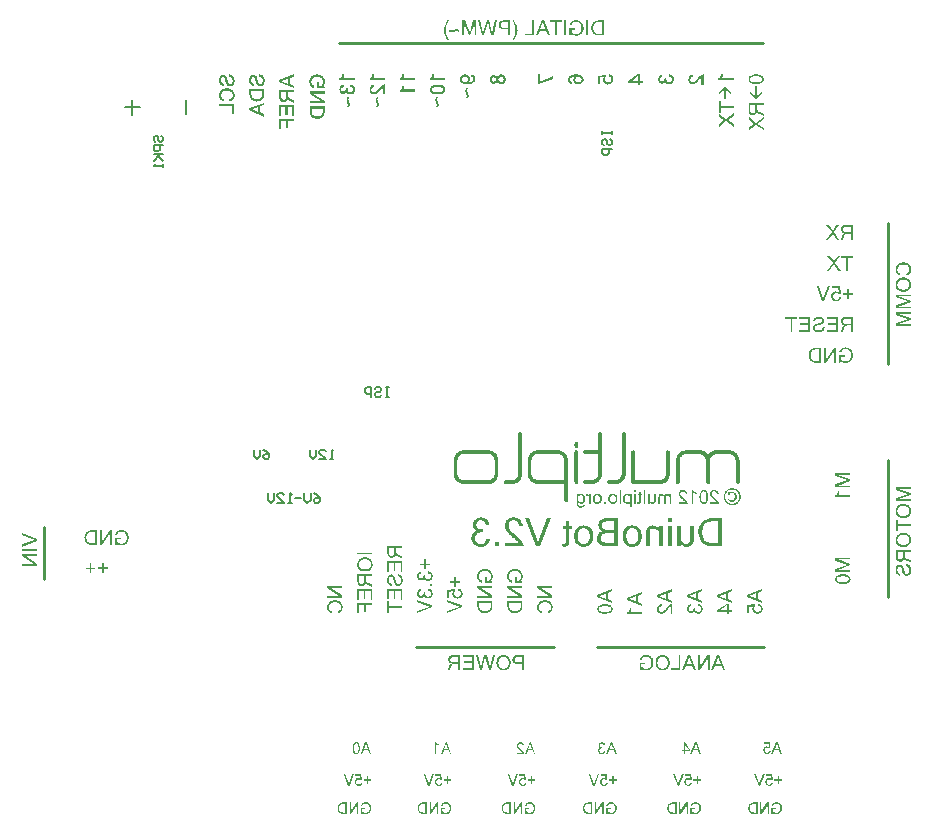
<source format=gbo>
%FSLAX23Y23*%
%MOIN*%
G70*
G01*
G75*
G04 Layer_Color=32896*
%ADD10R,0.039X0.037*%
%ADD11R,0.050X0.060*%
%ADD12R,0.060X0.050*%
%ADD13R,0.059X0.039*%
%ADD14R,0.083X0.026*%
%ADD15R,0.256X0.630*%
%ADD16R,0.035X0.031*%
%ADD17R,0.035X0.031*%
%ADD18R,0.028X0.031*%
%ADD19R,0.039X0.059*%
%ADD20R,0.197X0.197*%
%ADD21R,0.035X0.010*%
%ADD22R,0.010X0.035*%
%ADD23R,0.118X0.177*%
%ADD24R,0.079X0.295*%
%ADD25R,0.126X0.059*%
%ADD26R,0.055X0.150*%
%ADD27R,0.050X0.014*%
%ADD28R,0.110X0.020*%
%ADD29R,0.098X0.079*%
%ADD30R,0.087X0.024*%
%ADD31R,0.071X0.016*%
%ADD32R,0.079X0.079*%
%ADD33R,0.047X0.043*%
%ADD34R,0.043X0.047*%
%ADD35R,0.063X0.197*%
%ADD36R,0.010X0.026*%
%ADD37R,0.026X0.010*%
%ADD38R,0.150X0.150*%
%ADD39R,0.037X0.039*%
G04:AMPARAMS|DCode=40|XSize=14mil|YSize=33mil|CornerRadius=1mil|HoleSize=0mil|Usage=FLASHONLY|Rotation=270.000|XOffset=0mil|YOffset=0mil|HoleType=Round|Shape=RoundedRectangle|*
%AMROUNDEDRECTD40*
21,1,0.014,0.031,0,0,270.0*
21,1,0.011,0.033,0,0,270.0*
1,1,0.003,-0.015,-0.006*
1,1,0.003,-0.015,0.006*
1,1,0.003,0.015,0.006*
1,1,0.003,0.015,-0.006*
%
%ADD40ROUNDEDRECTD40*%
%ADD41R,0.063X0.094*%
%ADD42C,0.008*%
%ADD43C,0.015*%
%ADD44C,0.020*%
%ADD45C,0.025*%
%ADD46C,0.018*%
%ADD47C,0.012*%
%ADD48C,0.010*%
%ADD49C,0.075*%
%ADD50C,0.065*%
%ADD51C,0.118*%
%ADD52C,0.035*%
%ADD53C,0.025*%
%ADD54C,0.039*%
G04:AMPARAMS|DCode=55|XSize=197mil|YSize=60mil|CornerRadius=15mil|HoleSize=0mil|Usage=FLASHONLY|Rotation=90.000|XOffset=0mil|YOffset=0mil|HoleType=Round|Shape=RoundedRectangle|*
%AMROUNDEDRECTD55*
21,1,0.197,0.030,0,0,90.0*
21,1,0.167,0.060,0,0,90.0*
1,1,0.030,0.015,0.083*
1,1,0.030,0.015,-0.083*
1,1,0.030,-0.015,-0.083*
1,1,0.030,-0.015,0.083*
%
%ADD55ROUNDEDRECTD55*%
%ADD56C,0.008*%
%ADD57C,0.010*%
%ADD58C,0.024*%
%ADD59C,0.030*%
%ADD60R,0.047X0.045*%
%ADD61R,0.058X0.068*%
%ADD62R,0.068X0.058*%
%ADD63R,0.067X0.047*%
%ADD64R,0.091X0.034*%
%ADD65R,0.264X0.638*%
%ADD66R,0.043X0.039*%
%ADD67R,0.043X0.039*%
%ADD68R,0.036X0.039*%
%ADD69R,0.047X0.067*%
%ADD70R,0.205X0.205*%
%ADD71R,0.043X0.018*%
%ADD72R,0.018X0.043*%
%ADD73R,0.126X0.185*%
%ADD74R,0.087X0.303*%
%ADD75R,0.134X0.067*%
%ADD76R,0.063X0.158*%
%ADD77R,0.058X0.022*%
%ADD78R,0.118X0.028*%
%ADD79R,0.106X0.087*%
%ADD80R,0.095X0.032*%
%ADD81R,0.079X0.024*%
%ADD82R,0.087X0.087*%
%ADD83R,0.055X0.051*%
%ADD84R,0.051X0.055*%
%ADD85R,0.071X0.205*%
%ADD86R,0.018X0.034*%
%ADD87R,0.034X0.018*%
%ADD88R,0.158X0.158*%
%ADD89R,0.045X0.047*%
G04:AMPARAMS|DCode=90|XSize=22mil|YSize=41mil|CornerRadius=2mil|HoleSize=0mil|Usage=FLASHONLY|Rotation=270.000|XOffset=0mil|YOffset=0mil|HoleType=Round|Shape=RoundedRectangle|*
%AMROUNDEDRECTD90*
21,1,0.022,0.037,0,0,270.0*
21,1,0.017,0.041,0,0,270.0*
1,1,0.004,-0.019,-0.009*
1,1,0.004,-0.019,0.009*
1,1,0.004,0.019,0.009*
1,1,0.004,0.019,-0.009*
%
%ADD90ROUNDEDRECTD90*%
%ADD91R,0.071X0.102*%
%ADD92C,0.083*%
%ADD93C,0.073*%
%ADD94C,0.126*%
%ADD95C,0.043*%
%ADD96C,0.047*%
%ADD97C,0.033*%
G04:AMPARAMS|DCode=98|XSize=205mil|YSize=68mil|CornerRadius=17mil|HoleSize=0mil|Usage=FLASHONLY|Rotation=90.000|XOffset=0mil|YOffset=0mil|HoleType=Round|Shape=RoundedRectangle|*
%AMROUNDEDRECTD98*
21,1,0.205,0.034,0,0,90.0*
21,1,0.171,0.068,0,0,90.0*
1,1,0.034,0.017,0.085*
1,1,0.034,0.017,-0.085*
1,1,0.034,-0.017,-0.085*
1,1,0.034,-0.017,0.085*
%
%ADD98ROUNDEDRECTD98*%
G36*
X1623Y910D02*
X1624Y910D01*
X1625Y910D01*
X1626Y909D01*
X1627Y909D01*
X1628Y908D01*
X1629Y908D01*
X1630Y907D01*
X1630Y907D01*
X1631Y907D01*
X1631Y906D01*
X1632Y906D01*
X1632Y906D01*
X1632Y905D01*
X1632Y905D01*
X1632Y905D01*
X1633Y904D01*
X1634Y903D01*
X1634Y902D01*
X1635Y900D01*
X1635Y898D01*
X1636Y897D01*
X1636Y897D01*
X1636Y896D01*
Y895D01*
X1636Y895D01*
Y895D01*
Y894D01*
Y894D01*
X1636Y893D01*
X1636Y892D01*
X1635Y890D01*
X1635Y889D01*
X1635Y888D01*
X1634Y887D01*
X1634Y886D01*
X1633Y885D01*
X1633Y885D01*
X1632Y884D01*
X1632Y883D01*
X1632Y883D01*
X1631Y883D01*
X1631Y882D01*
X1631Y882D01*
X1631Y882D01*
X1630Y881D01*
X1629Y881D01*
X1628Y880D01*
X1627Y879D01*
X1626Y879D01*
X1625Y879D01*
X1623Y878D01*
X1622Y878D01*
X1621Y878D01*
X1620Y878D01*
X1619Y878D01*
X1619Y877D01*
X1618D01*
X1617Y878D01*
X1616Y878D01*
X1614Y878D01*
X1613Y878D01*
X1612Y879D01*
X1611Y879D01*
X1610Y879D01*
X1610Y880D01*
X1609Y880D01*
X1608Y881D01*
X1608Y881D01*
X1607Y881D01*
X1607Y882D01*
X1607Y882D01*
X1607Y882D01*
X1606Y882D01*
X1606Y883D01*
X1605Y884D01*
X1604Y885D01*
X1604Y886D01*
X1603Y887D01*
X1603Y887D01*
X1603Y889D01*
X1602Y890D01*
X1602Y891D01*
X1602Y891D01*
X1602Y892D01*
X1602Y892D01*
Y893D01*
Y893D01*
Y893D01*
X1602Y895D01*
X1602Y897D01*
X1603Y898D01*
X1603Y900D01*
X1604Y901D01*
X1604Y901D01*
X1605Y901D01*
X1605Y902D01*
X1605Y902D01*
X1605Y902D01*
Y902D01*
X1591Y901D01*
Y880D01*
X1585D01*
Y906D01*
X1612Y909D01*
Y904D01*
X1611Y903D01*
X1610Y902D01*
X1610Y901D01*
X1609Y901D01*
X1608Y899D01*
X1608Y898D01*
X1608Y896D01*
X1608Y896D01*
X1608Y895D01*
X1607Y895D01*
Y895D01*
Y895D01*
Y895D01*
X1608Y893D01*
X1608Y891D01*
X1608Y890D01*
X1609Y889D01*
X1610Y888D01*
X1610Y887D01*
X1610Y887D01*
X1611Y887D01*
X1612Y886D01*
X1613Y885D01*
X1614Y885D01*
X1616Y884D01*
X1617Y884D01*
X1617Y884D01*
X1618D01*
X1618Y884D01*
X1619D01*
X1621Y884D01*
X1622Y884D01*
X1624Y885D01*
X1625Y885D01*
X1626Y886D01*
X1627Y886D01*
X1627Y887D01*
X1627Y887D01*
X1627Y887D01*
X1627D01*
X1628Y887D01*
X1628Y888D01*
X1629Y889D01*
X1630Y890D01*
X1630Y892D01*
X1631Y893D01*
X1631Y894D01*
X1631Y894D01*
Y894D01*
Y894D01*
Y894D01*
X1631Y896D01*
X1631Y897D01*
X1630Y898D01*
X1630Y899D01*
X1629Y900D01*
X1629Y900D01*
X1629Y901D01*
X1629Y901D01*
X1628Y901D01*
X1627Y902D01*
X1626Y903D01*
X1625Y903D01*
X1624Y903D01*
X1623Y904D01*
X1622Y904D01*
X1622Y904D01*
X1622D01*
Y910D01*
X1623Y910D01*
D02*
G37*
G36*
X1635Y855D02*
Y848D01*
X1585Y829D01*
Y836D01*
X1628Y851D01*
X1585Y867D01*
Y874D01*
X1635Y855D01*
D02*
G37*
G36*
X1735Y854D02*
X1735Y852D01*
X1735Y850D01*
X1734Y848D01*
X1734Y846D01*
X1733Y844D01*
X1733Y842D01*
X1732Y841D01*
X1731Y839D01*
X1730Y838D01*
X1729Y837D01*
X1728Y836D01*
X1727Y835D01*
X1726Y834D01*
X1725Y833D01*
X1724Y833D01*
X1722Y832D01*
X1720Y831D01*
X1718Y830D01*
X1716Y830D01*
X1714Y829D01*
X1713Y829D01*
X1712Y829D01*
X1712Y829D01*
X1711D01*
X1711Y829D01*
X1710D01*
X1708Y829D01*
X1706Y829D01*
X1704Y829D01*
X1702Y830D01*
X1700Y830D01*
X1698Y831D01*
X1697Y832D01*
X1696Y833D01*
X1694Y834D01*
X1693Y835D01*
X1692Y836D01*
X1691Y837D01*
X1690Y838D01*
X1690Y839D01*
X1689Y840D01*
X1688Y841D01*
X1687Y844D01*
X1687Y846D01*
X1686Y848D01*
X1686Y850D01*
X1685Y851D01*
X1685Y852D01*
X1685Y852D01*
Y853D01*
X1685Y853D01*
Y854D01*
Y854D01*
Y854D01*
Y870D01*
X1735D01*
Y854D01*
D02*
G37*
G36*
X1613Y936D02*
X1627D01*
Y931D01*
X1613D01*
Y917D01*
X1608D01*
Y931D01*
X1594D01*
Y936D01*
X1608D01*
Y950D01*
X1613D01*
Y936D01*
D02*
G37*
G36*
X1535Y919D02*
X1528D01*
Y926D01*
X1535D01*
Y919D01*
D02*
G37*
G36*
X1523Y910D02*
X1524Y910D01*
X1526Y909D01*
X1528Y909D01*
X1529Y908D01*
X1530Y907D01*
X1530Y907D01*
X1531Y907D01*
X1531Y906D01*
X1532Y906D01*
X1532Y906D01*
X1532Y906D01*
X1532Y905D01*
X1533Y905D01*
X1533Y904D01*
X1534Y903D01*
X1534Y902D01*
X1535Y900D01*
X1535Y898D01*
X1536Y897D01*
X1536Y897D01*
X1536Y896D01*
X1536Y895D01*
X1536Y895D01*
Y894D01*
Y894D01*
Y894D01*
X1536Y893D01*
X1536Y892D01*
X1535Y890D01*
X1535Y889D01*
X1535Y888D01*
X1534Y887D01*
X1534Y886D01*
X1534Y886D01*
X1533Y885D01*
X1533Y884D01*
X1533Y884D01*
X1532Y883D01*
X1532Y883D01*
X1532Y883D01*
X1532Y882D01*
X1532Y882D01*
X1531Y882D01*
X1530Y881D01*
X1529Y880D01*
X1528Y880D01*
X1527Y879D01*
X1526Y879D01*
X1524Y878D01*
X1524Y878D01*
X1523Y878D01*
X1522Y878D01*
X1522Y878D01*
X1521Y878D01*
X1520D01*
X1519Y878D01*
X1517Y878D01*
X1516Y878D01*
X1515Y879D01*
X1514Y879D01*
X1513Y880D01*
X1513Y880D01*
X1512Y880D01*
X1511Y881D01*
X1510Y882D01*
X1509Y883D01*
X1509Y884D01*
X1508Y886D01*
X1508Y886D01*
X1508Y887D01*
X1508Y887D01*
X1508Y887D01*
Y887D01*
X1507Y886D01*
X1506Y885D01*
X1506Y884D01*
X1505Y883D01*
X1504Y883D01*
X1504Y882D01*
X1504Y882D01*
X1503Y882D01*
X1502Y881D01*
X1501Y881D01*
X1500Y881D01*
X1499Y880D01*
X1499Y880D01*
X1498Y880D01*
X1497D01*
X1496Y880D01*
X1495Y880D01*
X1494Y881D01*
X1492Y881D01*
X1491Y882D01*
X1489Y883D01*
X1489Y883D01*
X1489Y884D01*
X1488Y884D01*
X1488Y884D01*
X1488Y884D01*
X1488Y884D01*
X1487Y885D01*
X1487Y886D01*
X1486Y887D01*
X1485Y889D01*
X1485Y891D01*
X1485Y892D01*
X1485Y893D01*
Y894D01*
X1484Y894D01*
Y894D01*
Y895D01*
Y895D01*
Y896D01*
X1485Y897D01*
X1485Y899D01*
X1485Y901D01*
X1486Y902D01*
X1486Y903D01*
X1487Y903D01*
X1487Y904D01*
X1487Y904D01*
X1487Y904D01*
X1488Y905D01*
X1488Y905D01*
X1488Y905D01*
X1488Y906D01*
X1489Y906D01*
X1491Y907D01*
X1492Y908D01*
X1494Y909D01*
X1495Y909D01*
X1496Y909D01*
X1496Y909D01*
X1497Y910D01*
X1497D01*
X1497Y910D01*
X1497D01*
Y903D01*
X1496Y903D01*
X1495Y902D01*
X1494Y902D01*
X1493Y901D01*
X1492Y901D01*
X1491Y900D01*
X1491Y899D01*
X1490Y898D01*
X1490Y898D01*
X1490Y897D01*
X1490Y896D01*
X1490Y896D01*
X1490Y895D01*
X1489Y895D01*
Y895D01*
Y895D01*
X1490Y893D01*
X1490Y892D01*
X1490Y891D01*
X1490Y890D01*
X1491Y890D01*
X1491Y889D01*
X1491Y889D01*
X1491Y889D01*
X1492Y888D01*
X1493Y888D01*
X1494Y887D01*
X1495Y887D01*
X1496Y887D01*
X1497Y887D01*
X1497D01*
X1499Y887D01*
X1500Y887D01*
X1501Y888D01*
X1502Y888D01*
X1503Y889D01*
X1504Y890D01*
X1504Y890D01*
X1505Y891D01*
X1505Y892D01*
X1505Y893D01*
X1505Y894D01*
X1506Y895D01*
X1506Y895D01*
X1506Y896D01*
Y896D01*
Y896D01*
Y898D01*
X1511D01*
Y895D01*
X1511Y893D01*
X1511Y892D01*
X1512Y890D01*
X1512Y889D01*
X1513Y888D01*
X1513Y888D01*
X1513Y887D01*
X1513Y887D01*
X1514Y886D01*
X1516Y885D01*
X1517Y885D01*
X1518Y885D01*
X1519Y884D01*
X1520Y884D01*
X1520Y884D01*
X1521D01*
X1522Y884D01*
X1524Y885D01*
X1525Y885D01*
X1526Y886D01*
X1527Y886D01*
X1528Y887D01*
X1528Y887D01*
X1528Y887D01*
X1529Y888D01*
X1530Y889D01*
X1530Y890D01*
X1531Y892D01*
X1531Y893D01*
X1531Y893D01*
X1531Y894D01*
Y894D01*
Y894D01*
Y894D01*
X1531Y896D01*
X1530Y897D01*
X1530Y898D01*
X1530Y899D01*
X1529Y900D01*
X1529Y901D01*
X1528Y901D01*
X1528Y901D01*
X1527Y902D01*
X1526Y903D01*
X1525Y903D01*
X1524Y903D01*
X1523Y903D01*
X1522Y904D01*
X1522Y904D01*
X1522D01*
Y910D01*
X1523Y910D01*
D02*
G37*
G36*
X1513Y994D02*
X1527D01*
Y989D01*
X1513D01*
Y975D01*
X1508D01*
Y989D01*
X1494D01*
Y994D01*
X1508D01*
Y1008D01*
X1513D01*
Y994D01*
D02*
G37*
G36*
X1523Y968D02*
X1524Y968D01*
X1526Y967D01*
X1528Y967D01*
X1529Y966D01*
X1530Y965D01*
X1530Y965D01*
X1531Y964D01*
X1531Y964D01*
X1532Y964D01*
X1532Y964D01*
X1532Y964D01*
X1532Y963D01*
X1533Y963D01*
X1533Y962D01*
X1534Y961D01*
X1534Y960D01*
X1535Y958D01*
X1535Y956D01*
X1536Y955D01*
X1536Y955D01*
X1536Y954D01*
X1536Y953D01*
X1536Y953D01*
Y952D01*
Y952D01*
Y952D01*
X1536Y951D01*
X1536Y950D01*
X1535Y948D01*
X1535Y947D01*
X1535Y946D01*
X1534Y945D01*
X1534Y944D01*
X1534Y944D01*
X1533Y943D01*
X1533Y942D01*
X1533Y942D01*
X1532Y941D01*
X1532Y941D01*
X1532Y941D01*
X1532Y940D01*
X1532Y940D01*
X1531Y939D01*
X1530Y939D01*
X1529Y938D01*
X1528Y938D01*
X1527Y937D01*
X1526Y937D01*
X1524Y936D01*
X1524Y936D01*
X1523Y936D01*
X1522Y936D01*
X1522Y936D01*
X1521Y936D01*
X1520D01*
X1519Y936D01*
X1517Y936D01*
X1516Y936D01*
X1515Y937D01*
X1514Y937D01*
X1513Y938D01*
X1513Y938D01*
X1512Y938D01*
X1511Y939D01*
X1510Y940D01*
X1509Y941D01*
X1509Y942D01*
X1508Y944D01*
X1508Y944D01*
X1508Y945D01*
X1508Y945D01*
X1508Y945D01*
Y945D01*
X1507Y944D01*
X1506Y943D01*
X1506Y942D01*
X1505Y941D01*
X1504Y941D01*
X1504Y940D01*
X1504Y940D01*
X1503Y940D01*
X1502Y939D01*
X1501Y939D01*
X1500Y939D01*
X1499Y938D01*
X1499Y938D01*
X1498Y938D01*
X1497D01*
X1496Y938D01*
X1495Y938D01*
X1494Y939D01*
X1492Y939D01*
X1491Y940D01*
X1489Y941D01*
X1489Y941D01*
X1489Y941D01*
X1488Y942D01*
X1488Y942D01*
X1488Y942D01*
X1488Y942D01*
X1487Y943D01*
X1487Y944D01*
X1486Y945D01*
X1485Y947D01*
X1485Y949D01*
X1485Y950D01*
X1485Y951D01*
Y952D01*
X1484Y952D01*
Y952D01*
Y953D01*
Y953D01*
Y954D01*
X1485Y955D01*
X1485Y957D01*
X1485Y958D01*
X1486Y960D01*
X1486Y961D01*
X1487Y961D01*
X1487Y962D01*
X1487Y962D01*
X1487Y962D01*
X1488Y963D01*
X1488Y963D01*
X1488Y963D01*
X1488Y964D01*
X1489Y964D01*
X1491Y965D01*
X1492Y966D01*
X1494Y967D01*
X1495Y967D01*
X1496Y967D01*
X1496Y967D01*
X1497Y967D01*
X1497D01*
X1497Y968D01*
X1497D01*
Y961D01*
X1496Y961D01*
X1495Y960D01*
X1494Y960D01*
X1493Y959D01*
X1492Y959D01*
X1491Y958D01*
X1491Y957D01*
X1490Y956D01*
X1490Y956D01*
X1490Y955D01*
X1490Y954D01*
X1490Y954D01*
X1490Y953D01*
X1489Y953D01*
Y953D01*
Y953D01*
X1490Y951D01*
X1490Y950D01*
X1490Y949D01*
X1490Y948D01*
X1491Y948D01*
X1491Y947D01*
X1491Y947D01*
X1491Y947D01*
X1492Y946D01*
X1493Y946D01*
X1494Y945D01*
X1495Y945D01*
X1496Y945D01*
X1497Y945D01*
X1497D01*
X1499Y945D01*
X1500Y945D01*
X1501Y946D01*
X1502Y946D01*
X1503Y947D01*
X1504Y948D01*
X1504Y948D01*
X1505Y949D01*
X1505Y950D01*
X1505Y951D01*
X1505Y952D01*
X1506Y953D01*
X1506Y953D01*
X1506Y954D01*
Y954D01*
Y954D01*
Y956D01*
X1511D01*
Y953D01*
X1511Y951D01*
X1511Y950D01*
X1512Y948D01*
X1512Y947D01*
X1513Y946D01*
X1513Y946D01*
X1513Y945D01*
X1513Y945D01*
X1514Y944D01*
X1516Y943D01*
X1517Y943D01*
X1518Y943D01*
X1519Y942D01*
X1520Y942D01*
X1520Y942D01*
X1521D01*
X1522Y942D01*
X1524Y943D01*
X1525Y943D01*
X1526Y944D01*
X1527Y944D01*
X1528Y944D01*
X1528Y945D01*
X1528Y945D01*
X1529Y946D01*
X1530Y947D01*
X1530Y948D01*
X1531Y950D01*
X1531Y950D01*
X1531Y951D01*
X1531Y952D01*
Y952D01*
Y952D01*
Y952D01*
X1531Y954D01*
X1530Y955D01*
X1530Y956D01*
X1530Y957D01*
X1529Y958D01*
X1529Y959D01*
X1528Y959D01*
X1528Y959D01*
X1527Y960D01*
X1526Y961D01*
X1525Y961D01*
X1524Y961D01*
X1523Y961D01*
X1522Y961D01*
X1522Y962D01*
X1522D01*
Y968D01*
X1523Y968D01*
D02*
G37*
G36*
X2623Y860D02*
X2624Y859D01*
X2625Y859D01*
X2626Y859D01*
X2627Y858D01*
X2628Y858D01*
X2629Y857D01*
X2630Y857D01*
X2630Y856D01*
X2631Y856D01*
X2631Y856D01*
X2632Y855D01*
X2632Y855D01*
X2632Y855D01*
X2632Y855D01*
X2632Y854D01*
X2633Y854D01*
X2634Y853D01*
X2634Y851D01*
X2635Y849D01*
X2635Y847D01*
X2636Y847D01*
X2636Y846D01*
X2636Y845D01*
Y845D01*
X2636Y844D01*
Y844D01*
Y844D01*
Y844D01*
X2636Y842D01*
X2636Y841D01*
X2635Y840D01*
X2635Y839D01*
X2635Y837D01*
X2634Y836D01*
X2634Y835D01*
X2633Y835D01*
X2633Y834D01*
X2632Y833D01*
X2632Y833D01*
X2632Y832D01*
X2631Y832D01*
X2631Y832D01*
X2631Y831D01*
X2631Y831D01*
X2630Y831D01*
X2629Y830D01*
X2628Y829D01*
X2627Y829D01*
X2626Y828D01*
X2625Y828D01*
X2623Y827D01*
X2622Y827D01*
X2621Y827D01*
X2620Y827D01*
X2619Y827D01*
X2619Y827D01*
X2618D01*
X2617Y827D01*
X2616Y827D01*
X2614Y827D01*
X2613Y828D01*
X2612Y828D01*
X2611Y828D01*
X2610Y829D01*
X2610Y829D01*
X2609Y830D01*
X2608Y830D01*
X2608Y830D01*
X2607Y831D01*
X2607Y831D01*
X2607Y831D01*
X2607Y831D01*
X2606Y831D01*
X2606Y832D01*
X2605Y833D01*
X2604Y834D01*
X2604Y835D01*
X2603Y836D01*
X2603Y837D01*
X2603Y839D01*
X2602Y839D01*
X2602Y840D01*
X2602Y841D01*
X2602Y841D01*
X2602Y842D01*
Y842D01*
Y842D01*
Y842D01*
X2602Y844D01*
X2602Y846D01*
X2603Y848D01*
X2603Y849D01*
X2604Y850D01*
X2604Y850D01*
X2605Y851D01*
X2605Y851D01*
X2605Y851D01*
X2605Y851D01*
Y851D01*
X2591Y850D01*
Y829D01*
X2585D01*
Y856D01*
X2612Y858D01*
Y853D01*
X2611Y852D01*
X2610Y851D01*
X2610Y851D01*
X2609Y850D01*
X2608Y848D01*
X2608Y847D01*
X2608Y846D01*
X2608Y845D01*
X2608Y845D01*
X2607Y844D01*
Y844D01*
Y844D01*
Y844D01*
X2608Y842D01*
X2608Y841D01*
X2608Y839D01*
X2609Y838D01*
X2610Y837D01*
X2610Y837D01*
X2610Y836D01*
X2611Y836D01*
X2612Y835D01*
X2613Y835D01*
X2614Y834D01*
X2616Y834D01*
X2617Y834D01*
X2617Y833D01*
X2618D01*
X2618Y833D01*
X2619D01*
X2621Y834D01*
X2622Y834D01*
X2624Y834D01*
X2625Y835D01*
X2626Y835D01*
X2627Y836D01*
X2627Y836D01*
X2627Y836D01*
X2627Y836D01*
X2627D01*
X2628Y837D01*
X2628Y837D01*
X2629Y839D01*
X2630Y840D01*
X2630Y841D01*
X2631Y842D01*
X2631Y843D01*
X2631Y843D01*
Y843D01*
Y844D01*
Y844D01*
X2631Y845D01*
X2631Y846D01*
X2630Y847D01*
X2630Y848D01*
X2629Y849D01*
X2629Y850D01*
X2629Y850D01*
X2629Y850D01*
X2628Y851D01*
X2627Y852D01*
X2626Y852D01*
X2625Y852D01*
X2624Y853D01*
X2623Y853D01*
X2622Y853D01*
X2622Y853D01*
X2622D01*
Y860D01*
X2623Y860D01*
D02*
G37*
G36*
X1812Y976D02*
X1814Y976D01*
X1816Y976D01*
X1818Y975D01*
X1820Y975D01*
X1821Y974D01*
X1823Y974D01*
X1824Y973D01*
X1825Y973D01*
X1826Y972D01*
X1827Y971D01*
X1828Y971D01*
X1828Y970D01*
X1829Y970D01*
X1829Y970D01*
X1829Y970D01*
X1830Y969D01*
X1831Y967D01*
X1832Y966D01*
X1833Y964D01*
X1834Y963D01*
X1834Y961D01*
X1835Y960D01*
X1835Y959D01*
X1835Y957D01*
X1835Y956D01*
X1836Y955D01*
X1836Y954D01*
Y953D01*
X1836Y953D01*
Y953D01*
Y952D01*
X1836Y950D01*
X1836Y949D01*
X1835Y947D01*
X1835Y945D01*
X1834Y944D01*
X1834Y943D01*
X1833Y941D01*
X1833Y940D01*
X1832Y939D01*
X1832Y939D01*
X1831Y938D01*
X1831Y937D01*
X1830Y937D01*
X1830Y937D01*
X1830Y937D01*
X1830Y936D01*
X1835Y935D01*
Y930D01*
X1810D01*
Y950D01*
X1816D01*
Y936D01*
X1823D01*
X1824Y938D01*
X1825Y939D01*
X1826Y940D01*
X1827Y941D01*
X1828Y943D01*
X1829Y944D01*
X1829Y945D01*
X1829Y946D01*
X1830Y948D01*
X1830Y949D01*
X1830Y950D01*
X1830Y951D01*
X1830Y951D01*
X1830Y952D01*
Y952D01*
Y953D01*
X1830Y954D01*
X1830Y955D01*
X1830Y956D01*
X1829Y958D01*
X1829Y959D01*
X1829Y960D01*
X1828Y961D01*
X1828Y962D01*
X1827Y962D01*
X1827Y963D01*
X1826Y964D01*
X1826Y964D01*
X1825Y964D01*
X1825Y965D01*
X1825Y965D01*
X1825Y965D01*
X1824Y966D01*
X1823Y967D01*
X1822Y967D01*
X1820Y968D01*
X1819Y968D01*
X1818Y969D01*
X1816Y969D01*
X1814Y969D01*
X1813Y969D01*
X1813Y970D01*
X1812Y970D01*
X1811Y970D01*
X1810D01*
X1808Y970D01*
X1807Y969D01*
X1805Y969D01*
X1804Y969D01*
X1802Y969D01*
X1801Y968D01*
X1800Y968D01*
X1799Y967D01*
X1798Y967D01*
X1798Y966D01*
X1797Y966D01*
X1796Y966D01*
X1796Y965D01*
X1796Y965D01*
X1795Y965D01*
X1795Y965D01*
X1794Y964D01*
X1794Y963D01*
X1793Y962D01*
X1792Y961D01*
X1792Y960D01*
X1791Y959D01*
X1791Y958D01*
X1791Y957D01*
X1791Y956D01*
X1790Y955D01*
X1790Y955D01*
X1790Y954D01*
X1790Y953D01*
Y953D01*
Y953D01*
Y953D01*
X1790Y950D01*
X1791Y948D01*
X1791Y946D01*
X1791Y946D01*
X1791Y945D01*
X1792Y944D01*
X1792Y944D01*
X1792Y943D01*
X1792Y943D01*
X1793Y943D01*
X1793Y942D01*
X1793Y942D01*
Y942D01*
X1793Y941D01*
X1794Y941D01*
X1795Y940D01*
X1796Y939D01*
X1798Y938D01*
X1799Y938D01*
X1799Y938D01*
X1800Y938D01*
X1800Y938D01*
X1800D01*
Y931D01*
X1799Y931D01*
X1798Y931D01*
X1797Y932D01*
X1795Y932D01*
X1794Y933D01*
X1794Y933D01*
X1793Y934D01*
X1792Y935D01*
X1791Y935D01*
X1791Y936D01*
X1790Y936D01*
X1790Y937D01*
X1789Y937D01*
X1789Y937D01*
X1789Y938D01*
X1789Y938D01*
X1788Y939D01*
X1787Y940D01*
X1787Y941D01*
X1786Y942D01*
X1786Y944D01*
X1785Y945D01*
X1785Y947D01*
X1785Y948D01*
X1785Y949D01*
X1785Y950D01*
X1785Y951D01*
X1784Y952D01*
Y952D01*
Y953D01*
Y953D01*
X1785Y955D01*
X1785Y956D01*
X1785Y958D01*
X1786Y960D01*
X1786Y961D01*
X1787Y963D01*
X1787Y964D01*
X1788Y965D01*
X1789Y966D01*
X1789Y967D01*
X1790Y968D01*
X1790Y969D01*
X1791Y969D01*
X1791Y970D01*
X1791Y970D01*
X1791Y970D01*
X1793Y971D01*
X1794Y972D01*
X1796Y973D01*
X1797Y974D01*
X1799Y974D01*
X1800Y975D01*
X1802Y975D01*
X1803Y976D01*
X1805Y976D01*
X1806Y976D01*
X1807Y976D01*
X1808Y976D01*
X1809D01*
X1810Y976D01*
X1810D01*
X1812Y976D01*
D02*
G37*
G36*
X2523Y840D02*
X2535D01*
Y834D01*
X2523D01*
Y827D01*
X2518D01*
Y834D01*
X2485D01*
Y839D01*
X2518Y861D01*
X2523D01*
Y840D01*
D02*
G37*
G36*
X2635Y902D02*
X2620Y897D01*
Y876D01*
X2635Y870D01*
Y863D01*
X2585Y883D01*
Y890D01*
X2635Y909D01*
Y902D01*
D02*
G37*
G36*
X1712Y976D02*
X1714Y976D01*
X1716Y976D01*
X1718Y975D01*
X1720Y975D01*
X1721Y974D01*
X1723Y974D01*
X1724Y973D01*
X1725Y973D01*
X1726Y972D01*
X1727Y971D01*
X1728Y971D01*
X1728Y970D01*
X1729Y970D01*
X1729Y970D01*
X1729Y970D01*
X1730Y969D01*
X1731Y967D01*
X1732Y966D01*
X1733Y964D01*
X1734Y963D01*
X1734Y961D01*
X1735Y960D01*
X1735Y959D01*
X1735Y957D01*
X1735Y956D01*
X1736Y955D01*
X1736Y954D01*
Y953D01*
X1736Y953D01*
Y953D01*
Y952D01*
X1736Y950D01*
X1736Y949D01*
X1735Y947D01*
X1735Y945D01*
X1734Y944D01*
X1734Y943D01*
X1733Y941D01*
X1733Y940D01*
X1732Y939D01*
X1732Y939D01*
X1731Y938D01*
X1731Y937D01*
X1730Y937D01*
X1730Y937D01*
X1730Y937D01*
X1730Y936D01*
X1735Y935D01*
Y930D01*
X1710D01*
Y950D01*
X1716D01*
Y936D01*
X1723D01*
X1724Y938D01*
X1725Y939D01*
X1726Y940D01*
X1727Y941D01*
X1728Y943D01*
X1729Y944D01*
X1729Y945D01*
X1729Y946D01*
X1730Y948D01*
X1730Y949D01*
X1730Y950D01*
X1730Y951D01*
X1730Y951D01*
X1730Y952D01*
Y952D01*
Y953D01*
X1730Y954D01*
X1730Y955D01*
X1730Y956D01*
X1729Y958D01*
X1729Y959D01*
X1729Y960D01*
X1728Y961D01*
X1728Y962D01*
X1727Y962D01*
X1727Y963D01*
X1726Y964D01*
X1726Y964D01*
X1725Y964D01*
X1725Y965D01*
X1725Y965D01*
X1725Y965D01*
X1724Y966D01*
X1723Y967D01*
X1722Y967D01*
X1720Y968D01*
X1719Y968D01*
X1718Y969D01*
X1716Y969D01*
X1714Y969D01*
X1713Y969D01*
X1713Y970D01*
X1712Y970D01*
X1711Y970D01*
X1710D01*
X1708Y970D01*
X1707Y969D01*
X1705Y969D01*
X1704Y969D01*
X1702Y969D01*
X1701Y968D01*
X1700Y968D01*
X1699Y967D01*
X1698Y967D01*
X1698Y966D01*
X1697Y966D01*
X1696Y966D01*
X1696Y965D01*
X1696Y965D01*
X1695Y965D01*
X1695Y965D01*
X1694Y964D01*
X1694Y963D01*
X1693Y962D01*
X1692Y961D01*
X1692Y960D01*
X1691Y959D01*
X1691Y958D01*
X1691Y957D01*
X1691Y956D01*
X1690Y955D01*
X1690Y955D01*
X1690Y954D01*
X1690Y953D01*
Y953D01*
Y953D01*
Y953D01*
X1690Y950D01*
X1691Y948D01*
X1691Y946D01*
X1691Y946D01*
X1691Y945D01*
X1692Y944D01*
X1692Y944D01*
X1692Y943D01*
X1692Y943D01*
X1693Y943D01*
X1693Y942D01*
X1693Y942D01*
Y942D01*
X1693Y941D01*
X1694Y941D01*
X1695Y940D01*
X1696Y939D01*
X1698Y938D01*
X1699Y938D01*
X1699Y938D01*
X1700Y938D01*
X1700Y938D01*
X1700D01*
Y931D01*
X1699Y931D01*
X1698Y931D01*
X1697Y932D01*
X1695Y932D01*
X1694Y933D01*
X1694Y933D01*
X1693Y934D01*
X1692Y935D01*
X1691Y935D01*
X1691Y936D01*
X1690Y936D01*
X1690Y937D01*
X1689Y937D01*
X1689Y937D01*
X1689Y938D01*
X1689Y938D01*
X1688Y939D01*
X1687Y940D01*
X1687Y941D01*
X1686Y942D01*
X1686Y944D01*
X1685Y945D01*
X1685Y947D01*
X1685Y948D01*
X1685Y949D01*
X1685Y950D01*
X1685Y951D01*
X1684Y952D01*
Y952D01*
Y953D01*
Y953D01*
X1685Y955D01*
X1685Y956D01*
X1685Y958D01*
X1686Y960D01*
X1686Y961D01*
X1687Y963D01*
X1687Y964D01*
X1688Y965D01*
X1689Y966D01*
X1689Y967D01*
X1690Y968D01*
X1690Y969D01*
X1691Y969D01*
X1691Y970D01*
X1691Y970D01*
X1691Y970D01*
X1693Y971D01*
X1694Y972D01*
X1696Y973D01*
X1697Y974D01*
X1699Y974D01*
X1700Y975D01*
X1702Y975D01*
X1703Y976D01*
X1705Y976D01*
X1706Y976D01*
X1707Y976D01*
X1708Y976D01*
X1709D01*
X1710Y976D01*
X1710D01*
X1712Y976D01*
D02*
G37*
G36*
X1735Y914D02*
X1696D01*
X1735Y888D01*
Y881D01*
X1685D01*
Y887D01*
X1725D01*
X1685Y913D01*
Y920D01*
X1735D01*
Y914D01*
D02*
G37*
G36*
X1835Y914D02*
X1796D01*
X1835Y888D01*
Y881D01*
X1785D01*
Y887D01*
X1825D01*
X1785Y913D01*
Y920D01*
X1835D01*
Y914D01*
D02*
G37*
G36*
Y854D02*
X1835Y852D01*
X1835Y850D01*
X1834Y848D01*
X1834Y846D01*
X1833Y844D01*
X1833Y842D01*
X1832Y841D01*
X1831Y839D01*
X1830Y838D01*
X1829Y837D01*
X1828Y836D01*
X1827Y835D01*
X1826Y834D01*
X1825Y833D01*
X1824Y833D01*
X1822Y832D01*
X1820Y831D01*
X1818Y830D01*
X1816Y830D01*
X1814Y829D01*
X1813Y829D01*
X1812Y829D01*
X1812Y829D01*
X1811D01*
X1811Y829D01*
X1810D01*
X1808Y829D01*
X1806Y829D01*
X1804Y829D01*
X1802Y830D01*
X1800Y830D01*
X1798Y831D01*
X1797Y832D01*
X1796Y833D01*
X1794Y834D01*
X1793Y835D01*
X1792Y836D01*
X1791Y837D01*
X1790Y838D01*
X1790Y839D01*
X1789Y840D01*
X1788Y841D01*
X1787Y844D01*
X1787Y846D01*
X1786Y848D01*
X1786Y850D01*
X1785Y851D01*
X1785Y852D01*
X1785Y852D01*
Y853D01*
X1785Y853D01*
Y854D01*
Y854D01*
Y854D01*
Y870D01*
X1835D01*
Y854D01*
D02*
G37*
G36*
X1335Y856D02*
X1313D01*
Y832D01*
X1307D01*
Y856D01*
X1291D01*
Y829D01*
X1285D01*
Y862D01*
X1335D01*
Y856D01*
D02*
G37*
G36*
X1235Y914D02*
X1196D01*
X1235Y888D01*
Y881D01*
X1185D01*
Y887D01*
X1225D01*
X1185Y913D01*
Y920D01*
X1235D01*
Y914D01*
D02*
G37*
G36*
X1335Y952D02*
X1314D01*
Y940D01*
X1314Y939D01*
X1314Y937D01*
X1314Y936D01*
X1315Y935D01*
X1315Y935D01*
X1316Y934D01*
X1316Y934D01*
X1316Y933D01*
X1317Y932D01*
X1318Y932D01*
X1319Y931D01*
X1320Y930D01*
X1321Y930D01*
X1321Y929D01*
X1322Y929D01*
X1322Y929D01*
X1322D01*
X1335Y925D01*
Y917D01*
X1322Y922D01*
X1320Y923D01*
X1319Y924D01*
X1318Y924D01*
X1317Y925D01*
X1316Y925D01*
X1315Y926D01*
X1315Y927D01*
X1314Y927D01*
X1314Y928D01*
X1313Y929D01*
X1313Y929D01*
X1313Y929D01*
X1313Y930D01*
X1313Y930D01*
X1313Y930D01*
Y930D01*
X1312D01*
X1312Y928D01*
X1311Y927D01*
X1311Y925D01*
X1310Y924D01*
X1309Y923D01*
X1308Y923D01*
X1308Y922D01*
X1308Y922D01*
X1306Y921D01*
X1305Y920D01*
X1304Y920D01*
X1302Y920D01*
X1301Y919D01*
X1300Y919D01*
X1300D01*
X1300Y919D01*
X1299D01*
X1298Y919D01*
X1296Y920D01*
X1295Y920D01*
X1293Y920D01*
X1292Y921D01*
X1292Y921D01*
X1291Y921D01*
X1291Y921D01*
X1291Y921D01*
X1291D01*
X1290Y922D01*
X1289Y923D01*
X1288Y924D01*
X1287Y925D01*
X1287Y926D01*
X1287Y927D01*
X1286Y927D01*
X1286Y927D01*
Y927D01*
X1286Y929D01*
X1286Y930D01*
X1286Y932D01*
X1285Y933D01*
X1285Y935D01*
X1285Y935D01*
Y936D01*
Y936D01*
Y937D01*
Y937D01*
Y937D01*
Y959D01*
X1335D01*
Y952D01*
D02*
G37*
G36*
Y872D02*
X1329D01*
Y902D01*
X1312D01*
Y875D01*
X1306D01*
Y902D01*
X1291D01*
Y873D01*
X1285D01*
Y909D01*
X1335D01*
Y872D01*
D02*
G37*
G36*
X1912Y872D02*
X1914Y872D01*
X1916Y872D01*
X1918Y871D01*
X1920Y871D01*
X1921Y870D01*
X1923Y870D01*
X1924Y869D01*
X1925Y868D01*
X1926Y868D01*
X1927Y867D01*
X1928Y867D01*
X1928Y866D01*
X1929Y866D01*
X1929Y866D01*
X1929Y866D01*
X1930Y865D01*
X1931Y863D01*
X1932Y862D01*
X1933Y861D01*
X1934Y859D01*
X1934Y858D01*
X1935Y856D01*
X1935Y855D01*
X1935Y854D01*
X1935Y853D01*
X1936Y852D01*
X1936Y851D01*
Y850D01*
X1936Y849D01*
Y849D01*
Y849D01*
X1936Y847D01*
X1936Y846D01*
X1935Y845D01*
X1935Y843D01*
X1935Y842D01*
X1934Y841D01*
X1934Y840D01*
X1934Y839D01*
X1933Y838D01*
X1933Y837D01*
X1933Y837D01*
X1932Y836D01*
X1932Y836D01*
X1932Y835D01*
X1932Y835D01*
X1932Y835D01*
X1931Y834D01*
X1930Y833D01*
X1929Y832D01*
X1928Y832D01*
X1927Y831D01*
X1926Y831D01*
X1925Y830D01*
X1924Y830D01*
X1923Y830D01*
X1922Y829D01*
X1921Y829D01*
X1921Y829D01*
X1920Y829D01*
X1920Y829D01*
X1919D01*
Y836D01*
X1921Y836D01*
X1923Y836D01*
X1924Y837D01*
X1925Y838D01*
X1926Y838D01*
X1927Y839D01*
X1927Y839D01*
X1927Y840D01*
Y840D01*
X1928Y841D01*
X1929Y843D01*
X1930Y844D01*
X1930Y846D01*
X1930Y847D01*
X1930Y848D01*
Y848D01*
X1930Y848D01*
Y849D01*
Y849D01*
Y849D01*
X1930Y850D01*
X1930Y852D01*
X1930Y853D01*
X1929Y854D01*
X1929Y855D01*
X1929Y856D01*
X1928Y857D01*
X1928Y858D01*
X1927Y859D01*
X1927Y859D01*
X1926Y860D01*
X1926Y860D01*
X1925Y861D01*
X1925Y861D01*
X1925Y861D01*
X1925Y861D01*
X1924Y862D01*
X1923Y862D01*
X1922Y863D01*
X1920Y863D01*
X1919Y864D01*
X1918Y864D01*
X1916Y865D01*
X1914Y865D01*
X1913Y865D01*
X1913Y865D01*
X1912Y865D01*
X1911Y865D01*
X1910D01*
X1908Y865D01*
X1907Y865D01*
X1905Y865D01*
X1904Y865D01*
X1902Y864D01*
X1901Y864D01*
X1900Y864D01*
X1899Y863D01*
X1898Y863D01*
X1897Y862D01*
X1897Y862D01*
X1896Y862D01*
X1896Y861D01*
X1896Y861D01*
X1895Y861D01*
X1895Y861D01*
X1894Y860D01*
X1894Y859D01*
X1893Y858D01*
X1892Y857D01*
X1892Y856D01*
X1891Y855D01*
X1891Y854D01*
X1891Y853D01*
X1891Y852D01*
X1890Y852D01*
X1890Y851D01*
X1890Y850D01*
X1890Y850D01*
Y849D01*
Y849D01*
Y849D01*
X1890Y847D01*
X1891Y845D01*
X1891Y844D01*
X1891Y842D01*
X1892Y841D01*
X1892Y841D01*
X1892Y840D01*
X1893Y840D01*
X1893Y840D01*
X1893Y840D01*
Y840D01*
X1893Y839D01*
X1894Y838D01*
X1895Y837D01*
X1896Y837D01*
X1898Y836D01*
X1899Y836D01*
X1900Y836D01*
X1900Y836D01*
X1900Y836D01*
X1900D01*
Y829D01*
X1899Y829D01*
X1898Y829D01*
X1897Y830D01*
X1896Y830D01*
X1894Y831D01*
X1894Y831D01*
X1893Y832D01*
X1892Y832D01*
X1891Y833D01*
X1891Y833D01*
X1890Y834D01*
X1890Y834D01*
X1889Y835D01*
X1889Y835D01*
X1889Y835D01*
X1889Y835D01*
X1888Y836D01*
X1887Y837D01*
X1887Y839D01*
X1886Y840D01*
X1886Y841D01*
X1885Y842D01*
X1885Y844D01*
X1885Y845D01*
X1885Y846D01*
X1885Y847D01*
X1885Y848D01*
X1884Y848D01*
Y849D01*
Y849D01*
Y849D01*
X1885Y851D01*
X1885Y853D01*
X1885Y854D01*
X1885Y856D01*
X1886Y858D01*
X1887Y859D01*
X1887Y860D01*
X1888Y861D01*
X1889Y862D01*
X1889Y863D01*
X1890Y864D01*
X1890Y865D01*
X1891Y865D01*
X1891Y866D01*
X1891Y866D01*
X1891Y866D01*
X1893Y867D01*
X1894Y868D01*
X1896Y869D01*
X1897Y870D01*
X1899Y870D01*
X1900Y871D01*
X1902Y871D01*
X1903Y871D01*
X1905Y872D01*
X1906Y872D01*
X1907Y872D01*
X1908Y872D01*
X1909D01*
X1910Y872D01*
X1910D01*
X1912Y872D01*
D02*
G37*
G36*
X2662Y378D02*
X2658D01*
X2657Y378D01*
X2657Y379D01*
X2656Y379D01*
X2655Y380D01*
X2654Y380D01*
X2653Y381D01*
X2652Y381D01*
X2652Y381D01*
X2652Y381D01*
X2651Y381D01*
X2651D01*
X2650Y381D01*
X2648Y381D01*
X2647Y380D01*
X2647Y380D01*
X2646Y379D01*
X2645Y379D01*
X2645Y379D01*
X2645Y379D01*
X2644Y378D01*
X2644Y377D01*
X2643Y376D01*
X2643Y375D01*
X2643Y374D01*
X2643Y373D01*
Y373D01*
X2643Y373D01*
Y373D01*
Y372D01*
Y372D01*
X2643Y371D01*
X2643Y370D01*
X2644Y369D01*
X2644Y368D01*
X2644Y367D01*
X2645Y366D01*
X2645Y366D01*
X2645Y366D01*
X2645Y366D01*
Y366D01*
X2645Y365D01*
X2646Y365D01*
X2647Y364D01*
X2648Y364D01*
X2649Y363D01*
X2649Y363D01*
X2650Y363D01*
X2650Y363D01*
X2651D01*
X2652Y363D01*
X2653Y363D01*
X2653Y364D01*
X2654Y364D01*
X2655Y364D01*
X2655Y365D01*
X2655Y365D01*
X2656Y365D01*
X2656Y366D01*
X2657Y366D01*
X2657Y367D01*
X2657Y368D01*
X2658Y369D01*
X2658Y369D01*
X2658Y370D01*
X2658Y370D01*
Y370D01*
Y370D01*
X2663D01*
X2663Y369D01*
X2663Y368D01*
X2662Y367D01*
X2662Y367D01*
X2662Y366D01*
X2661Y365D01*
X2661Y365D01*
X2661Y364D01*
X2660Y364D01*
X2660Y363D01*
X2660Y363D01*
X2659Y363D01*
X2659Y362D01*
X2659Y362D01*
X2659Y362D01*
X2659Y362D01*
X2658Y362D01*
X2658Y361D01*
X2656Y360D01*
X2655Y360D01*
X2654Y360D01*
X2653Y360D01*
X2652Y359D01*
X2652Y359D01*
X2652D01*
X2651Y359D01*
X2651D01*
X2650Y359D01*
X2649Y360D01*
X2648Y360D01*
X2647Y360D01*
X2646Y360D01*
X2645Y361D01*
X2644Y361D01*
X2644Y361D01*
X2643Y362D01*
X2643Y362D01*
X2642Y362D01*
X2642Y363D01*
X2642Y363D01*
X2642Y363D01*
X2641Y363D01*
X2641Y363D01*
X2641Y364D01*
X2640Y365D01*
X2640Y366D01*
X2639Y366D01*
X2639Y367D01*
X2639Y368D01*
X2638Y369D01*
X2638Y370D01*
X2638Y371D01*
X2638Y371D01*
X2638Y372D01*
X2638Y372D01*
Y373D01*
Y373D01*
Y373D01*
X2638Y374D01*
X2638Y375D01*
X2638Y376D01*
X2638Y377D01*
X2639Y377D01*
X2639Y378D01*
X2639Y379D01*
X2640Y379D01*
X2640Y380D01*
X2640Y380D01*
X2641Y381D01*
X2641Y381D01*
X2641Y381D01*
X2641Y382D01*
X2641Y382D01*
X2641Y382D01*
X2642Y382D01*
X2643Y383D01*
X2643Y383D01*
X2644Y384D01*
X2645Y384D01*
X2645Y384D01*
X2647Y385D01*
X2647Y385D01*
X2648Y385D01*
X2648Y385D01*
X2649Y385D01*
X2649Y385D01*
X2650D01*
X2651Y385D01*
X2652Y385D01*
X2654Y384D01*
X2655Y384D01*
X2656Y384D01*
X2656Y383D01*
X2656Y383D01*
X2656Y383D01*
X2657Y383D01*
X2657Y383D01*
X2657D01*
X2656Y393D01*
X2640D01*
Y398D01*
X2660D01*
X2662Y378D01*
D02*
G37*
G36*
X1212Y872D02*
X1214Y872D01*
X1216Y872D01*
X1218Y871D01*
X1220Y871D01*
X1221Y870D01*
X1223Y870D01*
X1224Y869D01*
X1225Y868D01*
X1226Y868D01*
X1227Y867D01*
X1228Y867D01*
X1228Y866D01*
X1229Y866D01*
X1229Y866D01*
X1229Y866D01*
X1230Y865D01*
X1231Y863D01*
X1232Y862D01*
X1233Y861D01*
X1234Y859D01*
X1234Y858D01*
X1235Y856D01*
X1235Y855D01*
X1235Y854D01*
X1235Y853D01*
X1236Y852D01*
X1236Y851D01*
Y850D01*
X1236Y849D01*
Y849D01*
Y849D01*
X1236Y847D01*
X1236Y846D01*
X1235Y845D01*
X1235Y843D01*
X1235Y842D01*
X1234Y841D01*
X1234Y840D01*
X1234Y839D01*
X1233Y838D01*
X1233Y837D01*
X1233Y837D01*
X1232Y836D01*
X1232Y836D01*
X1232Y835D01*
X1232Y835D01*
X1232Y835D01*
X1231Y834D01*
X1230Y833D01*
X1229Y832D01*
X1228Y832D01*
X1227Y831D01*
X1226Y831D01*
X1225Y830D01*
X1224Y830D01*
X1223Y830D01*
X1222Y829D01*
X1221Y829D01*
X1221Y829D01*
X1220Y829D01*
X1220Y829D01*
X1219D01*
Y836D01*
X1221Y836D01*
X1223Y836D01*
X1224Y837D01*
X1225Y838D01*
X1226Y838D01*
X1227Y839D01*
X1227Y839D01*
X1227Y840D01*
Y840D01*
X1228Y841D01*
X1229Y843D01*
X1230Y844D01*
X1230Y846D01*
X1230Y847D01*
X1230Y848D01*
Y848D01*
X1230Y848D01*
Y849D01*
Y849D01*
Y849D01*
X1230Y850D01*
X1230Y852D01*
X1230Y853D01*
X1229Y854D01*
X1229Y855D01*
X1229Y856D01*
X1228Y857D01*
X1228Y858D01*
X1227Y859D01*
X1227Y859D01*
X1226Y860D01*
X1226Y860D01*
X1225Y861D01*
X1225Y861D01*
X1225Y861D01*
X1225Y861D01*
X1224Y862D01*
X1223Y862D01*
X1222Y863D01*
X1220Y863D01*
X1219Y864D01*
X1218Y864D01*
X1216Y865D01*
X1214Y865D01*
X1213Y865D01*
X1213Y865D01*
X1212Y865D01*
X1211Y865D01*
X1210D01*
X1208Y865D01*
X1207Y865D01*
X1205Y865D01*
X1204Y865D01*
X1202Y864D01*
X1201Y864D01*
X1200Y864D01*
X1199Y863D01*
X1198Y863D01*
X1197Y862D01*
X1197Y862D01*
X1196Y862D01*
X1196Y861D01*
X1196Y861D01*
X1195Y861D01*
X1195Y861D01*
X1194Y860D01*
X1194Y859D01*
X1193Y858D01*
X1192Y857D01*
X1192Y856D01*
X1191Y855D01*
X1191Y854D01*
X1191Y853D01*
X1191Y852D01*
X1190Y852D01*
X1190Y851D01*
X1190Y850D01*
X1190Y850D01*
Y849D01*
Y849D01*
Y849D01*
X1190Y847D01*
X1191Y845D01*
X1191Y844D01*
X1191Y842D01*
X1192Y841D01*
X1192Y841D01*
X1192Y840D01*
X1193Y840D01*
X1193Y840D01*
X1193Y840D01*
Y840D01*
X1193Y839D01*
X1194Y838D01*
X1195Y837D01*
X1196Y837D01*
X1198Y836D01*
X1199Y836D01*
X1200Y836D01*
X1200Y836D01*
X1200Y836D01*
X1200D01*
Y829D01*
X1199Y829D01*
X1198Y829D01*
X1197Y830D01*
X1196Y830D01*
X1194Y831D01*
X1194Y831D01*
X1193Y832D01*
X1192Y832D01*
X1191Y833D01*
X1191Y833D01*
X1190Y834D01*
X1190Y834D01*
X1189Y835D01*
X1189Y835D01*
X1189Y835D01*
X1189Y835D01*
X1188Y836D01*
X1187Y837D01*
X1187Y839D01*
X1186Y840D01*
X1186Y841D01*
X1185Y842D01*
X1185Y844D01*
X1185Y845D01*
X1185Y846D01*
X1185Y847D01*
X1185Y848D01*
X1184Y848D01*
Y849D01*
Y849D01*
Y849D01*
X1185Y851D01*
X1185Y853D01*
X1185Y854D01*
X1185Y856D01*
X1186Y858D01*
X1187Y859D01*
X1187Y860D01*
X1188Y861D01*
X1189Y862D01*
X1189Y863D01*
X1190Y864D01*
X1190Y865D01*
X1191Y865D01*
X1191Y866D01*
X1191Y866D01*
X1191Y866D01*
X1193Y867D01*
X1194Y868D01*
X1196Y869D01*
X1197Y870D01*
X1199Y870D01*
X1200Y871D01*
X1202Y871D01*
X1203Y871D01*
X1205Y872D01*
X1206Y872D01*
X1207Y872D01*
X1208Y872D01*
X1209D01*
X1210Y872D01*
X1210D01*
X1212Y872D01*
D02*
G37*
G36*
X1935Y914D02*
X1896D01*
X1935Y888D01*
Y881D01*
X1885D01*
Y887D01*
X1925D01*
X1885Y913D01*
Y920D01*
X1935D01*
Y914D01*
D02*
G37*
G36*
X1435Y966D02*
X1429D01*
Y997D01*
X1412D01*
Y969D01*
X1406D01*
Y997D01*
X1391D01*
Y967D01*
X1385D01*
Y1003D01*
X1435D01*
Y966D01*
D02*
G37*
G36*
X1420Y959D02*
X1422Y959D01*
X1423Y959D01*
X1424Y958D01*
X1425Y958D01*
X1426Y957D01*
X1427Y957D01*
X1428Y956D01*
X1429Y956D01*
X1429Y956D01*
X1430Y955D01*
X1430Y955D01*
X1431Y954D01*
X1431Y954D01*
X1431Y954D01*
X1431Y954D01*
X1432Y953D01*
X1433Y952D01*
X1433Y950D01*
X1434Y949D01*
X1434Y948D01*
X1435Y947D01*
X1435Y944D01*
X1435Y943D01*
X1436Y942D01*
X1436Y941D01*
X1436Y940D01*
X1436Y939D01*
Y939D01*
Y938D01*
Y938D01*
X1436Y937D01*
X1436Y935D01*
X1435Y934D01*
X1435Y933D01*
X1435Y931D01*
X1434Y930D01*
X1434Y929D01*
X1434Y928D01*
X1433Y928D01*
X1433Y927D01*
X1433Y926D01*
X1432Y926D01*
X1432Y925D01*
X1432Y925D01*
X1432Y925D01*
X1432Y925D01*
X1431Y924D01*
X1430Y923D01*
X1429Y922D01*
X1428Y922D01*
X1427Y921D01*
X1426Y921D01*
X1425Y920D01*
X1423Y920D01*
X1423Y920D01*
X1422Y920D01*
X1422Y920D01*
X1421D01*
X1419Y920D01*
X1418Y920D01*
X1416Y921D01*
X1415Y921D01*
X1414Y922D01*
X1413Y922D01*
X1413Y922D01*
X1413Y922D01*
X1412Y924D01*
X1411Y925D01*
X1410Y926D01*
X1410Y927D01*
X1409Y928D01*
X1409Y928D01*
X1409Y929D01*
X1409Y929D01*
X1408Y929D01*
Y929D01*
X1408Y931D01*
X1407Y932D01*
X1407Y934D01*
X1407Y936D01*
X1406Y937D01*
X1406Y938D01*
X1406Y939D01*
X1406Y939D01*
X1406Y939D01*
X1406Y940D01*
Y940D01*
X1405Y941D01*
X1405Y942D01*
X1405Y943D01*
X1405Y944D01*
X1404Y945D01*
X1404Y945D01*
X1404Y946D01*
X1404Y947D01*
X1403Y947D01*
X1403Y948D01*
X1403Y948D01*
X1403Y949D01*
X1403Y949D01*
X1402Y950D01*
X1401Y950D01*
X1400Y951D01*
X1400Y951D01*
X1399Y951D01*
X1398Y951D01*
X1398Y951D01*
X1398D01*
X1397Y951D01*
X1396Y951D01*
X1395Y950D01*
X1394Y950D01*
X1393Y949D01*
X1393Y949D01*
X1393Y948D01*
X1392Y948D01*
X1392Y947D01*
X1391Y946D01*
X1391Y944D01*
X1391Y943D01*
X1390Y941D01*
Y941D01*
X1390Y941D01*
Y940D01*
Y940D01*
Y940D01*
Y940D01*
X1390Y938D01*
X1391Y936D01*
X1391Y934D01*
X1392Y933D01*
X1392Y932D01*
X1393Y931D01*
X1394Y930D01*
X1395Y929D01*
X1396Y929D01*
X1397Y928D01*
X1397Y928D01*
X1398Y928D01*
X1399Y927D01*
X1399Y927D01*
X1399Y927D01*
X1399D01*
Y921D01*
X1398Y921D01*
X1397Y921D01*
X1396Y921D01*
X1395Y922D01*
X1394Y922D01*
X1393Y923D01*
X1392Y923D01*
X1391Y924D01*
X1391Y924D01*
X1390Y925D01*
X1389Y925D01*
X1389Y925D01*
X1389Y926D01*
X1388Y926D01*
X1388Y926D01*
X1388Y926D01*
X1388Y927D01*
X1387Y928D01*
X1387Y929D01*
X1386Y931D01*
X1385Y933D01*
X1385Y935D01*
X1385Y936D01*
X1385Y937D01*
X1385Y938D01*
X1385Y938D01*
X1384Y939D01*
Y940D01*
Y940D01*
Y940D01*
X1385Y941D01*
X1385Y943D01*
X1385Y944D01*
X1385Y945D01*
X1385Y946D01*
X1386Y947D01*
X1386Y948D01*
X1386Y949D01*
X1387Y950D01*
X1387Y951D01*
X1387Y951D01*
X1388Y952D01*
X1388Y952D01*
X1388Y953D01*
X1388Y953D01*
X1388Y953D01*
X1389Y954D01*
X1390Y954D01*
X1391Y955D01*
X1391Y956D01*
X1392Y956D01*
X1393Y956D01*
X1395Y957D01*
X1396Y957D01*
X1397Y957D01*
X1397Y958D01*
X1398Y958D01*
X1398D01*
X1399Y958D01*
X1400Y957D01*
X1402Y957D01*
X1403Y956D01*
X1405Y956D01*
X1405Y955D01*
X1406Y954D01*
X1407Y954D01*
X1407Y954D01*
X1407Y954D01*
X1407Y953D01*
X1408Y952D01*
X1409Y950D01*
X1410Y948D01*
X1411Y946D01*
X1411Y945D01*
X1411Y944D01*
X1411Y944D01*
X1412Y943D01*
X1412Y942D01*
X1412Y942D01*
X1412Y942D01*
Y942D01*
X1412Y940D01*
X1413Y939D01*
X1413Y937D01*
X1413Y936D01*
X1414Y935D01*
X1414Y934D01*
X1414Y933D01*
X1414Y932D01*
X1415Y932D01*
X1415Y931D01*
X1415Y931D01*
X1415Y930D01*
X1415Y930D01*
X1415Y930D01*
X1416Y930D01*
Y930D01*
X1416Y929D01*
X1416Y928D01*
X1417Y928D01*
X1418Y927D01*
X1419Y927D01*
X1420Y926D01*
X1421Y926D01*
X1421Y926D01*
X1422D01*
X1423Y926D01*
X1424Y927D01*
X1425Y927D01*
X1426Y928D01*
X1427Y928D01*
X1427Y929D01*
X1428Y929D01*
X1428Y929D01*
Y929D01*
X1428Y931D01*
X1429Y932D01*
X1429Y934D01*
X1430Y935D01*
X1430Y936D01*
X1430Y937D01*
Y937D01*
X1430Y938D01*
Y938D01*
Y938D01*
Y938D01*
X1430Y940D01*
X1430Y942D01*
X1429Y944D01*
X1429Y946D01*
X1428Y946D01*
X1428Y947D01*
X1428Y947D01*
X1428Y948D01*
X1428Y948D01*
X1427Y948D01*
X1427Y948D01*
Y948D01*
X1427Y949D01*
X1426Y950D01*
X1425Y950D01*
X1425Y951D01*
X1423Y952D01*
X1422Y952D01*
X1421Y953D01*
X1420Y953D01*
X1420Y953D01*
X1420Y953D01*
X1419Y953D01*
X1419D01*
Y959D01*
X1420Y959D01*
D02*
G37*
G36*
X1535Y855D02*
Y848D01*
X1485Y829D01*
Y836D01*
X1528Y851D01*
X1485Y867D01*
Y874D01*
X1535Y855D01*
D02*
G37*
G36*
X1435Y1047D02*
X1414D01*
Y1035D01*
X1414Y1033D01*
X1414Y1032D01*
X1414Y1031D01*
X1415Y1030D01*
X1415Y1029D01*
X1416Y1028D01*
X1416Y1028D01*
X1416Y1028D01*
X1417Y1027D01*
X1418Y1026D01*
X1419Y1025D01*
X1420Y1025D01*
X1421Y1024D01*
X1421Y1024D01*
X1422Y1024D01*
X1422Y1024D01*
X1422D01*
X1435Y1019D01*
Y1012D01*
X1422Y1017D01*
X1420Y1017D01*
X1419Y1018D01*
X1418Y1019D01*
X1417Y1019D01*
X1416Y1020D01*
X1415Y1021D01*
X1415Y1021D01*
X1414Y1022D01*
X1414Y1022D01*
X1413Y1023D01*
X1413Y1024D01*
X1413Y1024D01*
X1413Y1024D01*
X1413Y1025D01*
X1413Y1025D01*
Y1025D01*
X1412D01*
X1412Y1023D01*
X1411Y1021D01*
X1411Y1020D01*
X1410Y1019D01*
X1409Y1018D01*
X1408Y1017D01*
X1408Y1017D01*
X1408Y1017D01*
X1406Y1016D01*
X1405Y1015D01*
X1404Y1014D01*
X1402Y1014D01*
X1401Y1014D01*
X1400Y1014D01*
X1400D01*
X1400Y1014D01*
X1399D01*
X1398Y1014D01*
X1396Y1014D01*
X1395Y1014D01*
X1393Y1015D01*
X1392Y1015D01*
X1392Y1016D01*
X1391Y1016D01*
X1391Y1016D01*
X1391Y1016D01*
X1391D01*
X1390Y1017D01*
X1389Y1018D01*
X1388Y1019D01*
X1387Y1020D01*
X1387Y1021D01*
X1387Y1021D01*
X1386Y1022D01*
X1386Y1022D01*
Y1022D01*
X1386Y1023D01*
X1386Y1025D01*
X1386Y1027D01*
X1385Y1028D01*
X1385Y1029D01*
X1385Y1030D01*
Y1030D01*
Y1031D01*
Y1031D01*
Y1031D01*
Y1031D01*
Y1053D01*
X1435D01*
Y1047D01*
D02*
G37*
G36*
X1335Y1025D02*
X1285D01*
Y1031D01*
X1335D01*
Y1025D01*
D02*
G37*
G36*
X1312Y1015D02*
X1314Y1015D01*
X1316Y1015D01*
X1318Y1014D01*
X1320Y1014D01*
X1321Y1013D01*
X1323Y1013D01*
X1324Y1012D01*
X1325Y1011D01*
X1326Y1011D01*
X1327Y1010D01*
X1328Y1010D01*
X1328Y1009D01*
X1328Y1009D01*
X1329Y1009D01*
X1329Y1009D01*
X1330Y1007D01*
X1331Y1006D01*
X1332Y1004D01*
X1333Y1003D01*
X1334Y1002D01*
X1334Y1000D01*
X1335Y999D01*
X1335Y997D01*
X1335Y996D01*
X1335Y995D01*
X1336Y994D01*
X1336Y993D01*
X1336Y992D01*
X1336Y992D01*
Y992D01*
Y991D01*
X1336Y990D01*
X1336Y988D01*
X1335Y986D01*
X1335Y984D01*
X1334Y983D01*
X1334Y981D01*
X1333Y980D01*
X1332Y979D01*
X1332Y978D01*
X1331Y977D01*
X1330Y976D01*
X1330Y976D01*
X1329Y975D01*
X1329Y975D01*
X1329Y974D01*
X1329Y974D01*
X1327Y973D01*
X1326Y972D01*
X1324Y971D01*
X1323Y970D01*
X1321Y970D01*
X1320Y969D01*
X1318Y969D01*
X1317Y968D01*
X1315Y968D01*
X1314Y968D01*
X1313Y968D01*
X1312Y968D01*
X1311D01*
X1311Y968D01*
X1310D01*
X1308Y968D01*
X1306Y968D01*
X1304Y968D01*
X1302Y969D01*
X1301Y969D01*
X1299Y970D01*
X1298Y970D01*
X1296Y971D01*
X1295Y972D01*
X1294Y972D01*
X1294Y973D01*
X1293Y973D01*
X1292Y974D01*
X1292Y974D01*
X1292Y974D01*
X1291Y974D01*
X1290Y976D01*
X1289Y977D01*
X1288Y978D01*
X1287Y980D01*
X1287Y981D01*
X1286Y983D01*
X1286Y984D01*
X1285Y985D01*
X1285Y987D01*
X1285Y988D01*
X1285Y989D01*
X1285Y990D01*
Y990D01*
X1284Y991D01*
Y991D01*
Y991D01*
X1285Y993D01*
X1285Y995D01*
X1285Y997D01*
X1286Y998D01*
X1286Y1000D01*
X1287Y1001D01*
X1287Y1003D01*
X1288Y1004D01*
X1289Y1005D01*
X1289Y1006D01*
X1290Y1007D01*
X1290Y1007D01*
X1291Y1008D01*
X1291Y1008D01*
X1291Y1009D01*
X1291Y1009D01*
X1293Y1010D01*
X1294Y1011D01*
X1296Y1012D01*
X1297Y1012D01*
X1299Y1013D01*
X1300Y1014D01*
X1302Y1014D01*
X1303Y1014D01*
X1305Y1015D01*
X1306Y1015D01*
X1307Y1015D01*
X1308Y1015D01*
X1309D01*
X1310Y1015D01*
X1310D01*
X1312Y1015D01*
D02*
G37*
G36*
X1435Y873D02*
X1429D01*
Y904D01*
X1412D01*
Y876D01*
X1406D01*
Y904D01*
X1391D01*
Y875D01*
X1385D01*
Y910D01*
X1435D01*
Y873D01*
D02*
G37*
G36*
X1391Y852D02*
X1435D01*
Y845D01*
X1391D01*
Y829D01*
X1385D01*
Y868D01*
X1391D01*
Y852D01*
D02*
G37*
G36*
X2204Y1122D02*
X2207Y1121D01*
X2209Y1121D01*
X2211Y1120D01*
X2213Y1120D01*
X2215Y1119D01*
X2217Y1118D01*
X2218Y1117D01*
X2220Y1116D01*
X2221Y1116D01*
X2222Y1115D01*
X2223Y1114D01*
X2224Y1113D01*
X2224Y1113D01*
X2225Y1113D01*
X2225Y1113D01*
X2226Y1111D01*
X2228Y1109D01*
X2229Y1107D01*
X2230Y1105D01*
X2231Y1102D01*
X2231Y1100D01*
X2232Y1096D01*
X2233Y1094D01*
X2233Y1092D01*
X2233Y1090D01*
X2233Y1089D01*
X2233Y1088D01*
Y1087D01*
Y1086D01*
Y1086D01*
X2233Y1083D01*
X2233Y1080D01*
X2233Y1077D01*
X2232Y1075D01*
X2231Y1073D01*
X2231Y1070D01*
X2230Y1068D01*
X2229Y1067D01*
X2228Y1065D01*
X2227Y1064D01*
X2227Y1062D01*
X2226Y1061D01*
X2226Y1061D01*
X2225Y1060D01*
X2225Y1060D01*
X2225Y1060D01*
X2223Y1058D01*
X2221Y1057D01*
X2219Y1055D01*
X2217Y1054D01*
X2215Y1053D01*
X2213Y1053D01*
X2210Y1052D01*
X2208Y1051D01*
X2207Y1051D01*
X2205Y1051D01*
X2204Y1051D01*
X2203Y1050D01*
X2201D01*
X2199Y1051D01*
X2196Y1051D01*
X2194Y1051D01*
X2192Y1052D01*
X2189Y1053D01*
X2188Y1053D01*
X2186Y1054D01*
X2184Y1055D01*
X2183Y1056D01*
X2182Y1057D01*
X2180Y1058D01*
X2180Y1058D01*
X2179Y1059D01*
X2178Y1059D01*
X2178Y1060D01*
X2178Y1060D01*
X2176Y1062D01*
X2175Y1064D01*
X2174Y1066D01*
X2173Y1068D01*
X2172Y1070D01*
X2171Y1072D01*
X2170Y1076D01*
X2170Y1078D01*
X2170Y1080D01*
X2169Y1082D01*
X2169Y1083D01*
X2169Y1085D01*
Y1085D01*
Y1086D01*
Y1086D01*
X2169Y1089D01*
X2170Y1092D01*
X2170Y1095D01*
X2171Y1098D01*
X2171Y1100D01*
X2172Y1102D01*
X2173Y1104D01*
X2174Y1106D01*
X2174Y1107D01*
X2175Y1109D01*
X2176Y1110D01*
X2177Y1111D01*
X2177Y1112D01*
X2178Y1112D01*
X2178Y1112D01*
X2178Y1113D01*
X2180Y1114D01*
X2182Y1116D01*
X2183Y1117D01*
X2185Y1118D01*
X2187Y1119D01*
X2189Y1120D01*
X2193Y1121D01*
X2195Y1121D01*
X2196Y1121D01*
X2198Y1122D01*
X2199Y1122D01*
X2200Y1122D01*
X2201D01*
X2204Y1122D01*
D02*
G37*
G36*
X2042D02*
X2045Y1121D01*
X2047Y1121D01*
X2050Y1120D01*
X2052Y1120D01*
X2054Y1119D01*
X2055Y1118D01*
X2057Y1117D01*
X2058Y1116D01*
X2060Y1116D01*
X2061Y1115D01*
X2062Y1114D01*
X2062Y1113D01*
X2063Y1113D01*
X2063Y1113D01*
X2063Y1113D01*
X2065Y1111D01*
X2066Y1109D01*
X2067Y1107D01*
X2068Y1105D01*
X2069Y1102D01*
X2070Y1100D01*
X2071Y1096D01*
X2071Y1094D01*
X2071Y1092D01*
X2072Y1090D01*
X2072Y1089D01*
X2072Y1088D01*
Y1087D01*
Y1086D01*
Y1086D01*
X2072Y1083D01*
X2071Y1080D01*
X2071Y1077D01*
X2070Y1075D01*
X2070Y1073D01*
X2069Y1070D01*
X2068Y1068D01*
X2067Y1067D01*
X2067Y1065D01*
X2066Y1064D01*
X2065Y1062D01*
X2064Y1061D01*
X2064Y1061D01*
X2064Y1060D01*
X2063Y1060D01*
X2063Y1060D01*
X2061Y1058D01*
X2060Y1057D01*
X2058Y1055D01*
X2056Y1054D01*
X2054Y1053D01*
X2052Y1053D01*
X2048Y1052D01*
X2046Y1051D01*
X2045Y1051D01*
X2043Y1051D01*
X2042Y1051D01*
X2041Y1050D01*
X2040D01*
X2037Y1051D01*
X2034Y1051D01*
X2032Y1051D01*
X2030Y1052D01*
X2028Y1053D01*
X2026Y1053D01*
X2024Y1054D01*
X2023Y1055D01*
X2021Y1056D01*
X2020Y1057D01*
X2019Y1058D01*
X2018Y1058D01*
X2017Y1059D01*
X2017Y1059D01*
X2017Y1060D01*
X2016Y1060D01*
X2015Y1062D01*
X2014Y1064D01*
X2012Y1066D01*
X2011Y1068D01*
X2010Y1070D01*
X2010Y1072D01*
X2009Y1076D01*
X2008Y1078D01*
X2008Y1080D01*
X2008Y1082D01*
X2008Y1083D01*
X2008Y1085D01*
Y1085D01*
Y1086D01*
Y1086D01*
X2008Y1089D01*
X2008Y1092D01*
X2008Y1095D01*
X2009Y1098D01*
X2010Y1100D01*
X2010Y1102D01*
X2011Y1104D01*
X2012Y1106D01*
X2013Y1107D01*
X2014Y1109D01*
X2014Y1110D01*
X2015Y1111D01*
X2016Y1112D01*
X2016Y1112D01*
X2016Y1112D01*
X2016Y1113D01*
X2018Y1114D01*
X2020Y1116D01*
X2022Y1117D01*
X2024Y1118D01*
X2026Y1119D01*
X2028Y1120D01*
X2031Y1121D01*
X2033Y1121D01*
X2035Y1121D01*
X2036Y1122D01*
X2037Y1122D01*
X2038Y1122D01*
X2040D01*
X2042Y1122D01*
D02*
G37*
G36*
X2154Y1052D02*
X2119D01*
X2115Y1052D01*
X2112Y1052D01*
X2110Y1053D01*
X2107Y1053D01*
X2105Y1054D01*
X2103Y1054D01*
X2101Y1055D01*
X2099Y1056D01*
X2097Y1056D01*
X2096Y1057D01*
X2095Y1057D01*
X2094Y1058D01*
X2093Y1058D01*
X2093Y1059D01*
X2092Y1059D01*
X2092Y1059D01*
X2091Y1060D01*
X2089Y1062D01*
X2088Y1064D01*
X2087Y1065D01*
X2086Y1067D01*
X2085Y1069D01*
X2084Y1072D01*
X2084Y1075D01*
X2084Y1076D01*
X2083Y1077D01*
X2083Y1078D01*
Y1079D01*
Y1079D01*
Y1079D01*
X2083Y1082D01*
X2084Y1085D01*
X2085Y1087D01*
X2086Y1089D01*
X2086Y1091D01*
X2087Y1092D01*
X2088Y1093D01*
X2088Y1094D01*
X2090Y1096D01*
X2092Y1098D01*
X2094Y1099D01*
X2096Y1100D01*
X2098Y1101D01*
X2100Y1102D01*
X2101Y1102D01*
X2101Y1102D01*
X2101Y1102D01*
X2102D01*
X2099Y1103D01*
X2097Y1105D01*
X2095Y1106D01*
X2094Y1108D01*
X2092Y1110D01*
X2091Y1111D01*
X2090Y1113D01*
X2090Y1115D01*
X2089Y1116D01*
X2089Y1118D01*
X2088Y1119D01*
X2088Y1120D01*
Y1121D01*
X2088Y1122D01*
Y1122D01*
Y1122D01*
X2088Y1124D01*
X2088Y1126D01*
X2089Y1128D01*
X2089Y1130D01*
X2091Y1133D01*
X2092Y1135D01*
X2094Y1137D01*
X2095Y1139D01*
X2096Y1139D01*
X2096Y1140D01*
X2096Y1140D01*
X2097D01*
X2098Y1141D01*
X2100Y1142D01*
X2104Y1144D01*
X2108Y1145D01*
X2112Y1146D01*
X2114Y1146D01*
X2115Y1146D01*
X2117Y1146D01*
X2118D01*
X2119Y1147D01*
X2154D01*
Y1052D01*
D02*
G37*
G36*
X1758D02*
X1744D01*
Y1065D01*
X1758D01*
Y1052D01*
D02*
G37*
G36*
X2511Y639D02*
X2504D01*
X2499Y654D01*
X2478D01*
X2472Y639D01*
X2465D01*
X2485Y689D01*
X2492D01*
X2511Y639D01*
D02*
G37*
G36*
X2414D02*
X2408D01*
X2402Y654D01*
X2381D01*
X2375Y639D01*
X2368D01*
X2388Y689D01*
X2395D01*
X2414Y639D01*
D02*
G37*
G36*
X2459D02*
X2453D01*
Y678D01*
X2427Y639D01*
X2420D01*
Y689D01*
X2426D01*
Y649D01*
X2452Y689D01*
X2459D01*
Y639D01*
D02*
G37*
G36*
X2250Y689D02*
X2252Y689D01*
X2254Y689D01*
X2255Y688D01*
X2257Y688D01*
X2258Y687D01*
X2260Y687D01*
X2261Y686D01*
X2262Y685D01*
X2263Y685D01*
X2264Y684D01*
X2264Y684D01*
X2265Y683D01*
X2265Y683D01*
X2265Y683D01*
X2265Y683D01*
X2267Y681D01*
X2268Y680D01*
X2269Y678D01*
X2269Y677D01*
X2270Y675D01*
X2270Y674D01*
X2271Y672D01*
X2271Y671D01*
X2272Y669D01*
X2272Y668D01*
X2272Y667D01*
X2272Y666D01*
Y665D01*
X2272Y664D01*
Y664D01*
Y664D01*
X2272Y662D01*
X2272Y660D01*
X2271Y658D01*
X2271Y656D01*
X2270Y654D01*
X2270Y653D01*
X2269Y651D01*
X2269Y650D01*
X2268Y649D01*
X2267Y648D01*
X2267Y647D01*
X2266Y646D01*
X2266Y646D01*
X2266Y645D01*
X2265Y645D01*
X2265Y645D01*
X2264Y644D01*
X2263Y643D01*
X2261Y642D01*
X2260Y641D01*
X2258Y640D01*
X2257Y640D01*
X2256Y639D01*
X2254Y639D01*
X2253Y639D01*
X2252Y639D01*
X2251Y638D01*
X2250Y638D01*
X2249D01*
X2248Y638D01*
X2248D01*
X2246Y638D01*
X2244Y638D01*
X2242Y639D01*
X2241Y639D01*
X2239Y640D01*
X2238Y640D01*
X2237Y641D01*
X2236Y641D01*
X2235Y642D01*
X2234Y642D01*
X2234Y643D01*
X2233Y643D01*
X2233Y644D01*
X2232Y644D01*
X2232Y644D01*
X2232Y644D01*
X2230Y639D01*
X2226D01*
Y664D01*
X2245D01*
Y658D01*
X2232D01*
Y651D01*
X2233Y650D01*
X2234Y649D01*
X2236Y648D01*
X2237Y647D01*
X2238Y646D01*
X2239Y645D01*
X2241Y645D01*
X2242Y645D01*
X2243Y644D01*
X2244Y644D01*
X2245Y644D01*
X2246Y644D01*
X2247Y644D01*
X2248Y644D01*
X2248D01*
X2250Y644D01*
X2251Y644D01*
X2252Y644D01*
X2253Y645D01*
X2254Y645D01*
X2255Y645D01*
X2256Y646D01*
X2257Y646D01*
X2258Y647D01*
X2259Y647D01*
X2259Y648D01*
X2260Y648D01*
X2260Y649D01*
X2260Y649D01*
X2260Y649D01*
X2261Y649D01*
X2261Y650D01*
X2262Y651D01*
X2263Y652D01*
X2263Y654D01*
X2264Y655D01*
X2264Y656D01*
X2265Y658D01*
X2265Y660D01*
X2265Y661D01*
X2265Y661D01*
X2265Y662D01*
X2265Y663D01*
Y663D01*
Y664D01*
Y664D01*
X2265Y666D01*
X2265Y667D01*
X2265Y669D01*
X2265Y670D01*
X2264Y672D01*
X2264Y673D01*
X2263Y674D01*
X2263Y675D01*
X2262Y676D01*
X2262Y676D01*
X2262Y677D01*
X2261Y678D01*
X2261Y678D01*
X2261Y678D01*
X2261Y679D01*
X2261Y679D01*
X2260Y680D01*
X2259Y680D01*
X2258Y681D01*
X2257Y682D01*
X2256Y682D01*
X2255Y683D01*
X2254Y683D01*
X2253Y683D01*
X2252Y683D01*
X2251Y684D01*
X2250Y684D01*
X2249Y684D01*
X2249Y684D01*
X2248D01*
X2246Y684D01*
X2244Y683D01*
X2242Y683D01*
X2241Y683D01*
X2241Y683D01*
X2240Y682D01*
X2239Y682D01*
X2239Y682D01*
X2238Y682D01*
X2238Y681D01*
X2238Y681D01*
X2238Y681D01*
X2238D01*
X2237Y681D01*
X2236Y680D01*
X2235Y679D01*
X2235Y678D01*
X2234Y676D01*
X2234Y675D01*
X2234Y675D01*
X2233Y674D01*
X2233Y674D01*
Y674D01*
Y674D01*
X2227D01*
X2227Y675D01*
X2227Y676D01*
X2228Y677D01*
X2228Y679D01*
X2228Y680D01*
X2229Y680D01*
X2230Y681D01*
X2230Y682D01*
X2231Y683D01*
X2231Y683D01*
X2232Y684D01*
X2232Y684D01*
X2233Y685D01*
X2233Y685D01*
X2233Y685D01*
X2233Y685D01*
X2234Y686D01*
X2236Y687D01*
X2237Y687D01*
X2238Y688D01*
X2239Y688D01*
X2241Y689D01*
X2243Y689D01*
X2244Y689D01*
X2245Y689D01*
X2246Y689D01*
X2247Y689D01*
X2247Y690D01*
X2248D01*
X2250Y689D01*
D02*
G37*
G36*
X1894Y1052D02*
X1881D01*
X1844Y1147D01*
X1857D01*
X1887Y1065D01*
X1917Y1147D01*
X1930D01*
X1894Y1052D01*
D02*
G37*
G36*
X1992Y1120D02*
X2001D01*
Y1111D01*
X1992D01*
Y1072D01*
Y1069D01*
X1992Y1067D01*
X1992Y1065D01*
X1992Y1064D01*
X1992Y1062D01*
X1991Y1061D01*
X1991Y1061D01*
Y1061D01*
X1991Y1059D01*
X1990Y1058D01*
X1990Y1057D01*
X1989Y1056D01*
X1988Y1055D01*
X1988Y1054D01*
X1987Y1054D01*
X1987Y1054D01*
X1986Y1053D01*
X1984Y1052D01*
X1982Y1052D01*
X1980Y1051D01*
X1979Y1051D01*
X1977Y1051D01*
X1974D01*
X1973Y1051D01*
X1971Y1051D01*
X1970Y1052D01*
X1969Y1052D01*
X1968Y1052D01*
X1968Y1052D01*
X1967D01*
Y1061D01*
X1970Y1061D01*
X1971Y1061D01*
X1973D01*
X1975Y1061D01*
X1976Y1061D01*
X1976Y1061D01*
X1977Y1062D01*
X1978Y1062D01*
X1978Y1062D01*
X1978Y1062D01*
X1978Y1062D01*
X1979Y1063D01*
X1979Y1065D01*
X1980Y1066D01*
X1980Y1068D01*
X1980Y1069D01*
X1980Y1070D01*
Y1071D01*
Y1071D01*
Y1071D01*
Y1111D01*
X1969D01*
Y1120D01*
X1980D01*
Y1137D01*
X1992D01*
Y1120D01*
D02*
G37*
G36*
X1701Y1148D02*
X1705Y1147D01*
X1708Y1146D01*
X1711Y1145D01*
X1712Y1144D01*
X1713Y1144D01*
X1714Y1143D01*
X1715Y1143D01*
X1716Y1142D01*
X1716Y1142D01*
X1716Y1142D01*
X1717Y1142D01*
X1718Y1141D01*
X1719Y1139D01*
X1721Y1136D01*
X1723Y1133D01*
X1724Y1130D01*
X1725Y1128D01*
X1725Y1126D01*
X1725Y1125D01*
X1725Y1125D01*
Y1124D01*
X1726Y1124D01*
Y1123D01*
X1713D01*
X1713Y1126D01*
X1712Y1128D01*
X1711Y1130D01*
X1710Y1132D01*
X1709Y1134D01*
X1707Y1135D01*
X1706Y1136D01*
X1704Y1137D01*
X1703Y1137D01*
X1702Y1138D01*
X1700Y1138D01*
X1699Y1138D01*
X1698Y1138D01*
X1698Y1139D01*
X1697D01*
X1695Y1138D01*
X1692Y1138D01*
X1690Y1137D01*
X1689Y1137D01*
X1688Y1136D01*
X1687Y1135D01*
X1686Y1135D01*
X1686Y1135D01*
X1685Y1133D01*
X1684Y1131D01*
X1683Y1130D01*
X1683Y1128D01*
X1682Y1126D01*
X1682Y1125D01*
Y1124D01*
Y1124D01*
Y1124D01*
X1682Y1121D01*
X1683Y1118D01*
X1684Y1116D01*
X1685Y1114D01*
X1686Y1113D01*
X1688Y1112D01*
X1689Y1110D01*
X1691Y1110D01*
X1693Y1109D01*
X1694Y1108D01*
X1696Y1108D01*
X1697Y1108D01*
X1698Y1108D01*
X1699Y1108D01*
X1703D01*
Y1098D01*
X1698D01*
X1694Y1098D01*
X1691Y1097D01*
X1689Y1096D01*
X1687Y1096D01*
X1685Y1095D01*
X1684Y1094D01*
X1683Y1093D01*
X1683Y1093D01*
X1681Y1091D01*
X1680Y1089D01*
X1679Y1087D01*
X1678Y1085D01*
X1678Y1083D01*
X1678Y1081D01*
X1677Y1080D01*
Y1080D01*
Y1080D01*
Y1079D01*
X1678Y1076D01*
X1678Y1074D01*
X1679Y1071D01*
X1680Y1069D01*
X1681Y1068D01*
X1682Y1066D01*
X1682Y1066D01*
X1683Y1065D01*
X1685Y1063D01*
X1687Y1062D01*
X1689Y1061D01*
X1691Y1061D01*
X1693Y1060D01*
X1695Y1060D01*
X1695Y1060D01*
X1696D01*
X1699Y1060D01*
X1702Y1061D01*
X1704Y1061D01*
X1706Y1062D01*
X1708Y1063D01*
X1709Y1064D01*
X1709Y1065D01*
X1710Y1065D01*
X1711Y1067D01*
X1712Y1069D01*
X1713Y1071D01*
X1714Y1073D01*
X1714Y1074D01*
X1714Y1076D01*
X1714Y1077D01*
Y1077D01*
Y1077D01*
X1727D01*
X1727Y1075D01*
X1726Y1073D01*
X1725Y1069D01*
X1724Y1066D01*
X1722Y1063D01*
X1721Y1062D01*
X1721Y1061D01*
X1720Y1060D01*
X1719Y1059D01*
X1719Y1058D01*
X1718Y1058D01*
X1718Y1058D01*
X1718Y1058D01*
X1716Y1056D01*
X1714Y1055D01*
X1713Y1054D01*
X1711Y1054D01*
X1707Y1052D01*
X1704Y1051D01*
X1702Y1051D01*
X1701Y1051D01*
X1699Y1051D01*
X1698Y1051D01*
X1697Y1050D01*
X1696D01*
X1694Y1051D01*
X1691Y1051D01*
X1689Y1051D01*
X1687Y1052D01*
X1685Y1052D01*
X1683Y1053D01*
X1681Y1054D01*
X1680Y1055D01*
X1678Y1055D01*
X1677Y1056D01*
X1676Y1057D01*
X1675Y1057D01*
X1675Y1058D01*
X1674Y1058D01*
X1674Y1058D01*
X1674Y1059D01*
X1672Y1060D01*
X1671Y1062D01*
X1670Y1064D01*
X1669Y1065D01*
X1668Y1067D01*
X1667Y1069D01*
X1666Y1072D01*
X1666Y1074D01*
X1665Y1075D01*
X1665Y1076D01*
X1665Y1078D01*
X1665Y1078D01*
Y1079D01*
Y1080D01*
Y1080D01*
X1665Y1083D01*
X1666Y1086D01*
X1666Y1088D01*
X1667Y1091D01*
X1668Y1093D01*
X1669Y1094D01*
X1669Y1095D01*
X1670Y1095D01*
X1671Y1097D01*
X1674Y1099D01*
X1676Y1101D01*
X1678Y1102D01*
X1680Y1103D01*
X1681Y1103D01*
X1682Y1104D01*
X1682Y1104D01*
X1683Y1104D01*
X1683D01*
X1680Y1105D01*
X1678Y1106D01*
X1677Y1108D01*
X1675Y1109D01*
X1674Y1110D01*
X1674Y1111D01*
X1673Y1112D01*
X1673Y1112D01*
X1672Y1114D01*
X1671Y1116D01*
X1671Y1118D01*
X1670Y1120D01*
X1670Y1121D01*
X1670Y1122D01*
Y1123D01*
Y1123D01*
X1670Y1125D01*
X1670Y1127D01*
X1671Y1131D01*
X1672Y1134D01*
X1673Y1136D01*
X1675Y1139D01*
X1676Y1139D01*
X1676Y1140D01*
X1677Y1141D01*
X1677Y1141D01*
X1677Y1141D01*
X1677Y1141D01*
X1679Y1142D01*
X1680Y1144D01*
X1683Y1145D01*
X1687Y1146D01*
X1690Y1147D01*
X1693Y1148D01*
X1694Y1148D01*
X1695D01*
X1696Y1148D01*
X1699D01*
X1701Y1148D01*
D02*
G37*
G36*
X1808Y1148D02*
X1811Y1148D01*
X1815Y1147D01*
X1817Y1146D01*
X1819Y1146D01*
X1820Y1145D01*
X1822Y1144D01*
X1823Y1144D01*
X1824Y1143D01*
X1825Y1142D01*
X1826Y1142D01*
X1827Y1141D01*
X1827Y1141D01*
X1827Y1141D01*
X1827Y1141D01*
X1829Y1139D01*
X1830Y1138D01*
X1831Y1136D01*
X1832Y1134D01*
X1834Y1131D01*
X1835Y1128D01*
X1836Y1125D01*
X1836Y1124D01*
X1836Y1123D01*
X1836Y1122D01*
X1837Y1121D01*
Y1121D01*
Y1121D01*
X1824D01*
X1824Y1124D01*
X1823Y1127D01*
X1822Y1129D01*
X1821Y1131D01*
X1820Y1132D01*
X1819Y1133D01*
X1818Y1134D01*
X1818Y1134D01*
X1816Y1136D01*
X1814Y1137D01*
X1812Y1137D01*
X1810Y1138D01*
X1809Y1138D01*
X1807Y1139D01*
X1806D01*
X1803Y1138D01*
X1801Y1138D01*
X1799Y1137D01*
X1797Y1136D01*
X1795Y1135D01*
X1794Y1135D01*
X1794Y1134D01*
X1794Y1134D01*
X1792Y1132D01*
X1791Y1130D01*
X1790Y1128D01*
X1790Y1126D01*
X1789Y1124D01*
X1789Y1123D01*
Y1122D01*
Y1122D01*
Y1122D01*
Y1122D01*
X1789Y1119D01*
X1790Y1116D01*
X1791Y1113D01*
X1792Y1111D01*
X1793Y1109D01*
X1793Y1107D01*
X1794Y1107D01*
X1794Y1107D01*
X1794Y1106D01*
Y1106D01*
X1795Y1105D01*
X1797Y1104D01*
X1798Y1102D01*
X1800Y1101D01*
X1803Y1097D01*
X1806Y1095D01*
X1809Y1092D01*
X1810Y1091D01*
X1812Y1090D01*
X1812Y1089D01*
X1813Y1088D01*
X1814Y1088D01*
X1814Y1088D01*
X1816Y1086D01*
X1819Y1084D01*
X1821Y1082D01*
X1823Y1080D01*
X1825Y1078D01*
X1826Y1077D01*
X1828Y1075D01*
X1829Y1074D01*
X1830Y1073D01*
X1831Y1072D01*
X1832Y1071D01*
X1832Y1070D01*
X1833Y1069D01*
X1833Y1069D01*
X1834Y1069D01*
Y1068D01*
X1835Y1065D01*
X1837Y1063D01*
X1838Y1060D01*
X1838Y1057D01*
X1839Y1055D01*
X1839Y1054D01*
Y1053D01*
X1839Y1053D01*
Y1052D01*
Y1052D01*
Y1052D01*
X1776D01*
Y1063D01*
X1822D01*
X1822Y1064D01*
X1821Y1065D01*
X1820Y1066D01*
X1819Y1068D01*
X1818Y1069D01*
X1816Y1071D01*
X1813Y1074D01*
X1810Y1077D01*
X1809Y1078D01*
X1807Y1079D01*
X1806Y1080D01*
X1806Y1081D01*
X1805Y1081D01*
X1805Y1081D01*
X1802Y1084D01*
X1799Y1086D01*
X1796Y1089D01*
X1794Y1091D01*
X1792Y1093D01*
X1790Y1094D01*
X1789Y1096D01*
X1787Y1098D01*
X1786Y1099D01*
X1785Y1100D01*
X1784Y1101D01*
X1783Y1102D01*
X1783Y1102D01*
X1782Y1103D01*
X1782Y1103D01*
Y1103D01*
X1780Y1106D01*
X1779Y1110D01*
X1778Y1113D01*
X1777Y1115D01*
X1777Y1118D01*
X1777Y1119D01*
Y1120D01*
X1776Y1120D01*
Y1121D01*
Y1121D01*
Y1121D01*
X1777Y1124D01*
X1777Y1126D01*
X1778Y1129D01*
X1779Y1133D01*
X1780Y1135D01*
X1781Y1137D01*
X1782Y1138D01*
X1782Y1138D01*
X1783Y1139D01*
X1783Y1140D01*
X1784Y1140D01*
X1784Y1140D01*
X1784Y1141D01*
X1786Y1142D01*
X1787Y1143D01*
X1789Y1144D01*
X1791Y1145D01*
X1794Y1146D01*
X1798Y1147D01*
X1800Y1148D01*
X1801Y1148D01*
X1802Y1148D01*
X1804Y1148D01*
X1805Y1148D01*
X1806D01*
X1808Y1148D01*
D02*
G37*
G36*
X2333Y1052D02*
X2321D01*
Y1120D01*
X2333D01*
Y1052D01*
D02*
G37*
G36*
X2272Y1122D02*
X2274Y1121D01*
X2276Y1121D01*
X2278Y1120D01*
X2281Y1119D01*
X2284Y1117D01*
X2286Y1116D01*
X2287Y1115D01*
X2288Y1114D01*
X2289Y1113D01*
X2290Y1113D01*
X2290Y1112D01*
X2290Y1112D01*
X2290Y1112D01*
Y1120D01*
X2303D01*
Y1052D01*
X2290D01*
Y1101D01*
X2289Y1103D01*
X2287Y1105D01*
X2285Y1106D01*
X2284Y1107D01*
X2282Y1108D01*
X2280Y1109D01*
X2279Y1110D01*
X2278Y1111D01*
X2275Y1111D01*
X2274Y1112D01*
X2273Y1112D01*
X2273Y1112D01*
X2272D01*
X2269Y1112D01*
X2267Y1111D01*
X2266Y1111D01*
X2264Y1110D01*
X2263Y1109D01*
X2262Y1109D01*
X2262Y1108D01*
X2262Y1108D01*
X2261Y1107D01*
X2260Y1105D01*
X2260Y1103D01*
X2259Y1101D01*
X2259Y1099D01*
X2259Y1098D01*
Y1097D01*
Y1097D01*
Y1096D01*
Y1096D01*
Y1052D01*
X2247D01*
Y1097D01*
Y1099D01*
X2247Y1101D01*
X2248Y1105D01*
X2249Y1108D01*
X2250Y1111D01*
X2252Y1114D01*
X2254Y1116D01*
X2256Y1118D01*
X2258Y1119D01*
X2260Y1120D01*
X2263Y1121D01*
X2264Y1121D01*
X2266Y1121D01*
X2268Y1122D01*
X2269Y1122D01*
X2270D01*
X2272Y1122D01*
D02*
G37*
G36*
X2406Y1076D02*
Y1073D01*
X2406Y1071D01*
X2405Y1067D01*
X2404Y1064D01*
X2403Y1061D01*
X2401Y1059D01*
X2399Y1057D01*
X2397Y1055D01*
X2395Y1054D01*
X2393Y1053D01*
X2391Y1052D01*
X2389Y1051D01*
X2387Y1051D01*
X2386Y1051D01*
X2384Y1050D01*
X2383D01*
X2381Y1051D01*
X2379Y1051D01*
X2377Y1051D01*
X2375Y1052D01*
X2372Y1054D01*
X2369Y1056D01*
X2368Y1057D01*
X2366Y1057D01*
X2365Y1058D01*
X2364Y1059D01*
X2364Y1060D01*
X2363Y1060D01*
X2363Y1061D01*
X2363Y1061D01*
Y1052D01*
X2351D01*
Y1120D01*
X2363D01*
Y1071D01*
X2364Y1069D01*
X2366Y1068D01*
X2368Y1066D01*
X2369Y1065D01*
X2371Y1064D01*
X2372Y1063D01*
X2374Y1062D01*
X2375Y1062D01*
X2378Y1061D01*
X2379Y1061D01*
X2380Y1061D01*
X2381D01*
X2381Y1060D01*
X2382D01*
X2384Y1061D01*
X2386Y1061D01*
X2388Y1062D01*
X2389Y1062D01*
X2390Y1063D01*
X2391Y1064D01*
X2391Y1064D01*
X2391Y1064D01*
X2392Y1066D01*
X2393Y1068D01*
X2394Y1070D01*
X2394Y1072D01*
X2394Y1073D01*
X2394Y1075D01*
Y1075D01*
Y1076D01*
Y1076D01*
Y1076D01*
Y1120D01*
X2406D01*
Y1076D01*
D02*
G37*
G36*
X2500Y1052D02*
X2470D01*
X2466Y1052D01*
X2461Y1053D01*
X2458Y1053D01*
X2454Y1054D01*
X2451Y1055D01*
X2448Y1056D01*
X2445Y1058D01*
X2442Y1059D01*
X2440Y1061D01*
X2437Y1063D01*
X2435Y1065D01*
X2433Y1067D01*
X2432Y1069D01*
X2430Y1071D01*
X2429Y1074D01*
X2428Y1076D01*
X2426Y1080D01*
X2424Y1085D01*
X2423Y1089D01*
X2423Y1092D01*
X2422Y1094D01*
X2422Y1095D01*
X2422Y1097D01*
Y1098D01*
X2422Y1099D01*
Y1099D01*
Y1100D01*
Y1100D01*
X2422Y1104D01*
X2422Y1108D01*
X2423Y1112D01*
X2424Y1115D01*
X2425Y1118D01*
X2426Y1121D01*
X2428Y1124D01*
X2429Y1127D01*
X2431Y1129D01*
X2433Y1131D01*
X2435Y1133D01*
X2437Y1135D01*
X2439Y1137D01*
X2441Y1138D01*
X2444Y1140D01*
X2446Y1141D01*
X2450Y1143D01*
X2455Y1144D01*
X2459Y1145D01*
X2462Y1146D01*
X2464Y1146D01*
X2466Y1146D01*
X2467Y1146D01*
X2468D01*
X2469Y1147D01*
X2500D01*
Y1052D01*
D02*
G37*
G36*
X2198Y844D02*
X2198Y842D01*
X2198Y841D01*
X2198Y840D01*
X2198Y839D01*
X2198Y838D01*
X2197Y837D01*
X2197Y836D01*
X2197Y835D01*
X2197Y835D01*
X2197Y834D01*
X2196Y834D01*
X2196Y834D01*
X2196Y833D01*
X2196Y833D01*
Y833D01*
X2235D01*
Y827D01*
X2184D01*
Y832D01*
X2186Y832D01*
X2187Y833D01*
X2189Y834D01*
X2190Y835D01*
X2191Y836D01*
X2191Y837D01*
X2192Y838D01*
X2192Y839D01*
X2193Y840D01*
X2193Y841D01*
X2193Y842D01*
X2193Y843D01*
X2193Y844D01*
X2193Y845D01*
Y845D01*
Y845D01*
X2198D01*
Y844D01*
D02*
G37*
G36*
X2335Y901D02*
X2320Y896D01*
Y875D01*
X2335Y869D01*
Y862D01*
X2285Y882D01*
Y889D01*
X2335Y908D01*
Y901D01*
D02*
G37*
G36*
X2113Y859D02*
X2115Y859D01*
X2117Y859D01*
X2119Y859D01*
X2120Y858D01*
X2122Y858D01*
X2124Y857D01*
X2125Y857D01*
X2126Y856D01*
X2128Y855D01*
X2129Y855D01*
X2130Y854D01*
X2130Y853D01*
X2131Y853D01*
X2132Y852D01*
X2133Y851D01*
X2133Y850D01*
X2134Y850D01*
X2134Y848D01*
X2135Y847D01*
X2135Y846D01*
X2136Y845D01*
X2136Y844D01*
X2136Y843D01*
Y843D01*
Y843D01*
Y843D01*
X2136Y842D01*
X2136Y840D01*
X2135Y839D01*
X2135Y838D01*
X2134Y836D01*
X2133Y835D01*
X2133Y834D01*
X2132Y834D01*
X2131Y833D01*
X2130Y832D01*
X2128Y831D01*
X2125Y830D01*
X2123Y829D01*
X2121Y828D01*
X2118Y828D01*
X2116Y827D01*
X2115Y827D01*
X2114Y827D01*
X2113Y827D01*
X2113Y827D01*
X2112D01*
X2111Y827D01*
X2110D01*
X2108Y827D01*
X2106Y827D01*
X2104Y827D01*
X2102Y827D01*
X2100Y828D01*
X2098Y828D01*
X2097Y829D01*
X2095Y829D01*
X2094Y830D01*
X2093Y831D01*
X2092Y831D01*
X2091Y832D01*
X2090Y833D01*
X2089Y833D01*
X2088Y834D01*
X2088Y835D01*
X2087Y836D01*
X2087Y836D01*
X2086Y838D01*
X2085Y839D01*
X2085Y840D01*
X2085Y842D01*
X2085Y842D01*
X2084Y843D01*
Y843D01*
Y843D01*
Y843D01*
X2085Y845D01*
X2085Y846D01*
X2085Y847D01*
X2086Y848D01*
X2086Y849D01*
X2087Y851D01*
X2088Y851D01*
X2088Y852D01*
X2089Y853D01*
X2090Y854D01*
X2093Y855D01*
X2095Y856D01*
X2097Y857D01*
X2100Y858D01*
X2102Y858D01*
X2104Y859D01*
X2105Y859D01*
X2106Y859D01*
X2107Y859D01*
X2108Y859D01*
X2108D01*
X2109Y859D01*
X2110D01*
X2113Y859D01*
D02*
G37*
G36*
X2235Y892D02*
X2220Y887D01*
Y866D01*
X2235Y860D01*
Y853D01*
X2185Y873D01*
Y880D01*
X2235Y899D01*
Y892D01*
D02*
G37*
G36*
X2423Y859D02*
X2424Y859D01*
X2426Y859D01*
X2428Y858D01*
X2429Y857D01*
X2430Y856D01*
X2430Y856D01*
X2431Y856D01*
X2431Y855D01*
X2432Y855D01*
X2432Y855D01*
X2432Y855D01*
X2432Y855D01*
X2433Y854D01*
X2433Y853D01*
X2434Y852D01*
X2434Y851D01*
X2435Y849D01*
X2435Y847D01*
X2436Y846D01*
X2436Y846D01*
X2436Y845D01*
X2436Y844D01*
X2436Y844D01*
Y844D01*
Y843D01*
Y843D01*
X2436Y842D01*
X2436Y841D01*
X2435Y840D01*
X2435Y838D01*
X2435Y837D01*
X2434Y836D01*
X2434Y836D01*
X2434Y835D01*
X2433Y834D01*
X2433Y833D01*
X2433Y833D01*
X2432Y832D01*
X2432Y832D01*
X2432Y832D01*
X2432Y832D01*
X2432Y831D01*
X2431Y831D01*
X2430Y830D01*
X2429Y829D01*
X2428Y829D01*
X2427Y828D01*
X2426Y828D01*
X2424Y827D01*
X2424Y827D01*
X2423Y827D01*
X2422Y827D01*
X2422Y827D01*
X2421Y827D01*
X2420D01*
X2419Y827D01*
X2417Y827D01*
X2416Y828D01*
X2415Y828D01*
X2414Y828D01*
X2413Y829D01*
X2413Y829D01*
X2412Y829D01*
X2411Y830D01*
X2410Y831D01*
X2409Y833D01*
X2409Y834D01*
X2408Y835D01*
X2408Y836D01*
X2408Y836D01*
X2408Y836D01*
X2408Y836D01*
Y836D01*
X2407Y835D01*
X2406Y834D01*
X2406Y833D01*
X2405Y832D01*
X2404Y832D01*
X2404Y831D01*
X2404Y831D01*
X2403Y831D01*
X2402Y830D01*
X2401Y830D01*
X2400Y830D01*
X2399Y830D01*
X2399Y829D01*
X2398Y829D01*
X2397D01*
X2396Y829D01*
X2395Y829D01*
X2394Y830D01*
X2392Y831D01*
X2391Y831D01*
X2389Y832D01*
X2389Y832D01*
X2389Y833D01*
X2388Y833D01*
X2388Y833D01*
X2388Y833D01*
X2388Y833D01*
X2387Y834D01*
X2387Y835D01*
X2386Y837D01*
X2385Y838D01*
X2385Y840D01*
X2385Y842D01*
X2385Y842D01*
Y843D01*
X2384Y843D01*
Y844D01*
Y844D01*
Y844D01*
Y845D01*
X2385Y846D01*
X2385Y848D01*
X2385Y850D01*
X2386Y851D01*
X2386Y852D01*
X2387Y852D01*
X2387Y853D01*
X2387Y853D01*
X2387Y853D01*
X2388Y854D01*
X2388Y854D01*
X2388Y854D01*
X2388Y855D01*
X2389Y855D01*
X2391Y856D01*
X2392Y857D01*
X2394Y858D01*
X2395Y858D01*
X2396Y858D01*
X2396Y859D01*
X2397Y859D01*
X2397D01*
X2397Y859D01*
X2397D01*
Y852D01*
X2396Y852D01*
X2395Y852D01*
X2394Y851D01*
X2393Y850D01*
X2392Y850D01*
X2391Y849D01*
X2391Y848D01*
X2390Y848D01*
X2390Y847D01*
X2390Y846D01*
X2390Y845D01*
X2390Y845D01*
X2390Y844D01*
X2389Y844D01*
Y844D01*
Y844D01*
X2390Y842D01*
X2390Y841D01*
X2390Y840D01*
X2390Y839D01*
X2391Y839D01*
X2391Y838D01*
X2391Y838D01*
X2391Y838D01*
X2392Y837D01*
X2393Y837D01*
X2394Y836D01*
X2395Y836D01*
X2396Y836D01*
X2397Y836D01*
X2397D01*
X2399Y836D01*
X2400Y836D01*
X2401Y837D01*
X2402Y837D01*
X2403Y838D01*
X2404Y839D01*
X2404Y840D01*
X2405Y841D01*
X2405Y841D01*
X2405Y842D01*
X2405Y843D01*
X2406Y844D01*
X2406Y844D01*
X2406Y845D01*
Y845D01*
Y845D01*
Y847D01*
X2411D01*
Y844D01*
X2411Y842D01*
X2411Y841D01*
X2412Y839D01*
X2412Y838D01*
X2413Y837D01*
X2413Y837D01*
X2413Y836D01*
X2413Y836D01*
X2414Y835D01*
X2416Y835D01*
X2417Y834D01*
X2418Y834D01*
X2419Y834D01*
X2420Y834D01*
X2420Y833D01*
X2421D01*
X2422Y834D01*
X2424Y834D01*
X2425Y834D01*
X2426Y835D01*
X2427Y835D01*
X2428Y836D01*
X2428Y836D01*
X2428Y836D01*
X2429Y837D01*
X2430Y838D01*
X2430Y839D01*
X2431Y841D01*
X2431Y842D01*
X2431Y842D01*
X2431Y843D01*
Y843D01*
Y843D01*
Y843D01*
X2431Y845D01*
X2430Y846D01*
X2430Y848D01*
X2430Y848D01*
X2429Y849D01*
X2429Y850D01*
X2428Y850D01*
X2428Y850D01*
X2427Y851D01*
X2426Y852D01*
X2425Y852D01*
X2424Y852D01*
X2423Y853D01*
X2422Y853D01*
X2422Y853D01*
X2422D01*
Y859D01*
X2423Y859D01*
D02*
G37*
G36*
X2535Y902D02*
X2520Y896D01*
Y875D01*
X2535Y870D01*
Y862D01*
X2485Y882D01*
Y890D01*
X2535Y909D01*
Y902D01*
D02*
G37*
G36*
X2335Y827D02*
X2329D01*
Y851D01*
X2329Y851D01*
X2328Y850D01*
X2327Y850D01*
X2327Y849D01*
X2326Y849D01*
X2325Y848D01*
X2324Y846D01*
X2322Y845D01*
X2321Y844D01*
X2321Y843D01*
X2320Y843D01*
X2320Y842D01*
X2320Y842D01*
X2320Y842D01*
X2318Y840D01*
X2317Y839D01*
X2316Y837D01*
X2315Y836D01*
X2314Y835D01*
X2313Y834D01*
X2312Y833D01*
X2311Y833D01*
X2310Y832D01*
X2310Y831D01*
X2309Y831D01*
X2309Y831D01*
X2308Y830D01*
X2308Y830D01*
X2308Y830D01*
X2308D01*
X2306Y829D01*
X2305Y828D01*
X2303Y828D01*
X2302Y827D01*
X2300Y827D01*
X2300Y827D01*
X2299D01*
X2299Y827D01*
X2298D01*
X2297Y827D01*
X2296Y827D01*
X2294Y828D01*
X2293Y828D01*
X2291Y829D01*
X2291Y829D01*
X2290Y830D01*
X2290Y830D01*
X2289Y830D01*
X2289Y831D01*
X2289Y831D01*
X2288Y831D01*
X2288Y831D01*
X2288Y832D01*
X2287Y833D01*
X2287Y834D01*
X2286Y834D01*
X2285Y836D01*
X2285Y838D01*
X2285Y839D01*
X2285Y840D01*
X2285Y841D01*
X2285Y841D01*
X2284Y842D01*
Y842D01*
Y842D01*
Y842D01*
X2285Y844D01*
X2285Y845D01*
X2285Y847D01*
X2285Y848D01*
X2286Y849D01*
X2286Y850D01*
X2286Y851D01*
X2287Y851D01*
X2287Y852D01*
X2288Y853D01*
X2288Y853D01*
X2288Y853D01*
X2288Y853D01*
X2288Y854D01*
X2288Y854D01*
X2289Y854D01*
X2290Y855D01*
X2291Y856D01*
X2292Y856D01*
X2293Y857D01*
X2295Y858D01*
X2297Y858D01*
X2297Y858D01*
X2298Y858D01*
X2298Y858D01*
X2299Y859D01*
X2299D01*
Y852D01*
X2297Y852D01*
X2296Y851D01*
X2295Y851D01*
X2294Y850D01*
X2293Y850D01*
X2292Y849D01*
X2292Y849D01*
X2292Y849D01*
X2291Y848D01*
X2290Y847D01*
X2290Y846D01*
X2290Y845D01*
X2290Y844D01*
X2289Y843D01*
Y843D01*
Y843D01*
Y843D01*
X2290Y841D01*
X2290Y840D01*
X2290Y839D01*
X2291Y838D01*
X2291Y837D01*
X2291Y836D01*
X2292Y836D01*
X2292Y836D01*
X2293Y835D01*
X2294Y834D01*
X2295Y834D01*
X2296Y834D01*
X2297Y834D01*
X2298Y834D01*
X2298D01*
X2300Y834D01*
X2302Y834D01*
X2303Y834D01*
X2304Y835D01*
X2305Y835D01*
X2306Y836D01*
X2306Y836D01*
X2306Y836D01*
X2306Y836D01*
X2306D01*
X2307Y837D01*
X2308Y838D01*
X2309Y838D01*
X2309Y839D01*
X2311Y841D01*
X2313Y842D01*
X2314Y844D01*
X2315Y845D01*
X2315Y845D01*
X2316Y846D01*
X2316Y846D01*
X2316Y847D01*
X2316Y847D01*
X2317Y848D01*
X2318Y849D01*
X2319Y850D01*
X2320Y851D01*
X2321Y852D01*
X2322Y853D01*
X2323Y854D01*
X2324Y855D01*
X2324Y855D01*
X2325Y856D01*
X2325Y856D01*
X2326Y856D01*
X2326Y857D01*
X2326Y857D01*
X2326Y857D01*
X2326D01*
X2328Y858D01*
X2329Y859D01*
X2331Y859D01*
X2332Y859D01*
X2333Y860D01*
X2334Y860D01*
X2334D01*
X2335Y860D01*
X2335D01*
Y827D01*
D02*
G37*
G36*
X2435Y902D02*
X2420Y896D01*
Y876D01*
X2435Y870D01*
Y862D01*
X2385Y883D01*
Y890D01*
X2435Y909D01*
Y902D01*
D02*
G37*
G36*
X1731Y639D02*
X1724D01*
X1712Y682D01*
X1700Y639D01*
X1694D01*
X1680Y689D01*
X1687D01*
X1697Y648D01*
X1708Y689D01*
X1716D01*
X1727Y648D01*
X1737Y689D01*
X1744D01*
X1731Y639D01*
D02*
G37*
G36*
X1840D02*
X1833D01*
Y659D01*
X1821D01*
X1819Y659D01*
X1818Y659D01*
X1816Y659D01*
X1815Y659D01*
X1814Y660D01*
X1813Y660D01*
X1811Y660D01*
X1811Y661D01*
X1810Y661D01*
X1809Y662D01*
X1808Y662D01*
X1808Y662D01*
X1808Y662D01*
X1807Y663D01*
X1807Y663D01*
X1807Y663D01*
X1806Y663D01*
X1805Y664D01*
X1805Y665D01*
X1804Y666D01*
X1804Y667D01*
X1803Y668D01*
X1803Y670D01*
X1803Y671D01*
X1802Y672D01*
X1802Y672D01*
X1802Y673D01*
X1802Y673D01*
Y674D01*
Y674D01*
Y674D01*
X1802Y676D01*
X1803Y677D01*
X1803Y679D01*
X1803Y680D01*
X1804Y681D01*
X1804Y682D01*
X1804Y682D01*
X1805Y682D01*
X1805Y683D01*
Y683D01*
X1806Y684D01*
X1807Y685D01*
X1808Y686D01*
X1809Y686D01*
X1810Y687D01*
X1811Y687D01*
X1811Y687D01*
X1811Y687D01*
X1811Y688D01*
X1811D01*
X1813Y688D01*
X1815Y688D01*
X1816Y688D01*
X1818Y689D01*
X1819Y689D01*
X1820Y689D01*
X1840D01*
Y639D01*
D02*
G37*
G36*
X2362D02*
X2332D01*
Y645D01*
X2356D01*
Y689D01*
X2362D01*
Y639D01*
D02*
G37*
G36*
X2304Y689D02*
X2306Y689D01*
X2308Y689D01*
X2309Y688D01*
X2311Y688D01*
X2312Y687D01*
X2314Y687D01*
X2315Y686D01*
X2316Y685D01*
X2317Y685D01*
X2318Y684D01*
X2318Y684D01*
X2319Y683D01*
X2319Y683D01*
X2319Y683D01*
X2319Y683D01*
X2321Y681D01*
X2322Y680D01*
X2323Y678D01*
X2323Y677D01*
X2324Y675D01*
X2324Y674D01*
X2325Y672D01*
X2325Y671D01*
X2326Y669D01*
X2326Y668D01*
X2326Y667D01*
X2326Y666D01*
Y665D01*
X2326Y664D01*
Y664D01*
Y664D01*
X2326Y662D01*
X2326Y660D01*
X2326Y658D01*
X2325Y656D01*
X2325Y654D01*
X2324Y653D01*
X2323Y651D01*
X2323Y650D01*
X2322Y649D01*
X2322Y648D01*
X2321Y647D01*
X2321Y646D01*
X2320Y646D01*
X2320Y646D01*
X2320Y645D01*
X2319Y645D01*
X2318Y644D01*
X2317Y643D01*
X2315Y642D01*
X2314Y641D01*
X2313Y640D01*
X2311Y640D01*
X2310Y639D01*
X2308Y639D01*
X2307Y639D01*
X2306Y639D01*
X2305Y638D01*
X2304Y638D01*
X2303Y638D01*
X2303Y638D01*
X2302D01*
X2300Y638D01*
X2299Y638D01*
X2297Y639D01*
X2295Y639D01*
X2294Y640D01*
X2292Y640D01*
X2291Y641D01*
X2290Y642D01*
X2289Y642D01*
X2288Y643D01*
X2287Y644D01*
X2286Y644D01*
X2286Y645D01*
X2285Y645D01*
X2285Y645D01*
X2285Y645D01*
X2284Y647D01*
X2283Y648D01*
X2282Y650D01*
X2281Y651D01*
X2281Y653D01*
X2280Y654D01*
X2280Y656D01*
X2279Y657D01*
X2279Y659D01*
X2279Y660D01*
X2279Y661D01*
X2279Y662D01*
Y663D01*
X2279Y663D01*
Y664D01*
Y664D01*
X2279Y666D01*
X2279Y668D01*
X2279Y670D01*
X2280Y672D01*
X2280Y673D01*
X2281Y675D01*
X2281Y676D01*
X2282Y678D01*
X2282Y679D01*
X2283Y680D01*
X2284Y680D01*
X2284Y681D01*
X2285Y682D01*
X2285Y682D01*
X2285Y682D01*
X2285Y683D01*
X2286Y684D01*
X2288Y685D01*
X2289Y686D01*
X2291Y687D01*
X2292Y687D01*
X2293Y688D01*
X2295Y688D01*
X2296Y689D01*
X2297Y689D01*
X2299Y689D01*
X2300Y689D01*
X2301Y689D01*
X2301D01*
X2302Y690D01*
X2302D01*
X2304Y689D01*
D02*
G37*
G36*
X1774D02*
X1776Y689D01*
X1778Y689D01*
X1779Y688D01*
X1781Y688D01*
X1782Y687D01*
X1783Y687D01*
X1785Y686D01*
X1786Y685D01*
X1787Y685D01*
X1787Y684D01*
X1788Y684D01*
X1789Y683D01*
X1789Y683D01*
X1789Y683D01*
X1789Y683D01*
X1790Y681D01*
X1791Y680D01*
X1792Y678D01*
X1793Y677D01*
X1794Y675D01*
X1794Y674D01*
X1795Y672D01*
X1795Y671D01*
X1795Y669D01*
X1796Y668D01*
X1796Y667D01*
X1796Y666D01*
Y665D01*
X1796Y664D01*
Y664D01*
Y664D01*
X1796Y662D01*
X1796Y660D01*
X1795Y658D01*
X1795Y656D01*
X1794Y654D01*
X1794Y653D01*
X1793Y651D01*
X1793Y650D01*
X1792Y649D01*
X1791Y648D01*
X1791Y647D01*
X1790Y646D01*
X1790Y646D01*
X1790Y646D01*
X1789Y645D01*
X1789Y645D01*
X1788Y644D01*
X1787Y643D01*
X1785Y642D01*
X1784Y641D01*
X1782Y640D01*
X1781Y640D01*
X1779Y639D01*
X1778Y639D01*
X1777Y639D01*
X1776Y639D01*
X1775Y638D01*
X1774Y638D01*
X1773Y638D01*
X1773Y638D01*
X1772D01*
X1770Y638D01*
X1768Y638D01*
X1767Y639D01*
X1765Y639D01*
X1763Y640D01*
X1762Y640D01*
X1761Y641D01*
X1760Y642D01*
X1759Y642D01*
X1758Y643D01*
X1757Y644D01*
X1756Y644D01*
X1756Y645D01*
X1755Y645D01*
X1755Y645D01*
X1755Y645D01*
X1754Y647D01*
X1753Y648D01*
X1752Y650D01*
X1751Y651D01*
X1750Y653D01*
X1750Y654D01*
X1750Y656D01*
X1749Y657D01*
X1749Y659D01*
X1749Y660D01*
X1749Y661D01*
X1748Y662D01*
Y663D01*
X1748Y663D01*
Y664D01*
Y664D01*
X1748Y666D01*
X1749Y668D01*
X1749Y670D01*
X1749Y672D01*
X1750Y673D01*
X1750Y675D01*
X1751Y676D01*
X1752Y678D01*
X1752Y679D01*
X1753Y680D01*
X1753Y680D01*
X1754Y681D01*
X1754Y682D01*
X1755Y682D01*
X1755Y682D01*
X1755Y683D01*
X1756Y684D01*
X1758Y685D01*
X1759Y686D01*
X1760Y687D01*
X1762Y687D01*
X1763Y688D01*
X1765Y688D01*
X1766Y689D01*
X1767Y689D01*
X1768Y689D01*
X1769Y689D01*
X1770Y689D01*
X1771D01*
X1772Y690D01*
X1772D01*
X1774Y689D01*
D02*
G37*
G36*
X2135Y902D02*
X2120Y896D01*
Y875D01*
X2135Y870D01*
Y862D01*
X2085Y883D01*
Y890D01*
X2135Y909D01*
Y902D01*
D02*
G37*
G36*
X1674Y639D02*
X1637D01*
Y645D01*
X1667D01*
Y662D01*
X1640D01*
Y668D01*
X1667D01*
Y683D01*
X1638D01*
Y689D01*
X1674D01*
Y639D01*
D02*
G37*
G36*
X1628D02*
X1621D01*
Y660D01*
X1609D01*
X1607Y660D01*
X1606Y660D01*
X1605Y660D01*
X1604Y659D01*
X1603Y659D01*
X1603Y658D01*
X1602Y658D01*
X1602Y658D01*
X1601Y657D01*
X1600Y656D01*
X1599Y655D01*
X1599Y654D01*
X1598Y653D01*
X1598Y653D01*
X1598Y652D01*
X1598Y652D01*
Y652D01*
X1593Y639D01*
X1586D01*
X1591Y652D01*
X1592Y654D01*
X1592Y655D01*
X1593Y656D01*
X1594Y657D01*
X1594Y658D01*
X1595Y659D01*
X1595Y659D01*
X1596Y660D01*
X1597Y660D01*
X1597Y661D01*
X1598Y661D01*
X1598Y661D01*
X1599Y661D01*
X1599Y661D01*
X1599Y661D01*
X1599D01*
Y662D01*
X1597Y662D01*
X1596Y663D01*
X1594Y663D01*
X1593Y664D01*
X1592Y665D01*
X1591Y666D01*
X1591Y666D01*
X1591Y666D01*
X1590Y668D01*
X1589Y669D01*
X1589Y670D01*
X1588Y672D01*
X1588Y673D01*
X1588Y674D01*
Y674D01*
X1588Y674D01*
Y675D01*
Y675D01*
Y675D01*
X1588Y676D01*
X1588Y678D01*
X1589Y679D01*
X1589Y681D01*
X1589Y682D01*
X1590Y682D01*
X1590Y683D01*
X1590Y683D01*
X1590Y683D01*
Y683D01*
X1591Y684D01*
X1592Y685D01*
X1593Y686D01*
X1594Y687D01*
X1595Y687D01*
X1596Y687D01*
X1596Y688D01*
X1596Y688D01*
X1596D01*
X1598Y688D01*
X1599Y688D01*
X1601Y688D01*
X1602Y689D01*
X1604Y689D01*
X1604Y689D01*
X1628D01*
Y639D01*
D02*
G37*
G36*
X2700Y360D02*
X2695D01*
X2691Y372D01*
X2675D01*
X2671Y360D01*
X2665D01*
X2681Y398D01*
X2686D01*
X2700Y360D01*
D02*
G37*
G36*
X1315Y198D02*
X1316Y198D01*
X1317Y198D01*
X1319Y198D01*
X1320Y197D01*
X1321Y197D01*
X1322Y196D01*
X1323Y196D01*
X1324Y195D01*
X1324Y195D01*
X1325Y194D01*
X1326Y194D01*
X1326Y194D01*
X1326Y193D01*
X1326Y193D01*
X1326Y193D01*
X1327Y192D01*
X1328Y191D01*
X1329Y190D01*
X1329Y189D01*
X1330Y188D01*
X1330Y186D01*
X1331Y185D01*
X1331Y184D01*
X1331Y183D01*
X1331Y182D01*
X1331Y181D01*
X1331Y180D01*
Y180D01*
X1331Y179D01*
Y179D01*
Y179D01*
X1331Y177D01*
X1331Y176D01*
X1331Y174D01*
X1331Y173D01*
X1330Y172D01*
X1330Y171D01*
X1329Y169D01*
X1329Y169D01*
X1328Y168D01*
X1328Y167D01*
X1328Y166D01*
X1327Y166D01*
X1327Y165D01*
X1327Y165D01*
X1326Y165D01*
X1326Y165D01*
X1325Y164D01*
X1324Y163D01*
X1323Y162D01*
X1322Y162D01*
X1321Y161D01*
X1320Y161D01*
X1319Y160D01*
X1318Y160D01*
X1317Y160D01*
X1316Y160D01*
X1315Y160D01*
X1315Y159D01*
X1314D01*
X1313Y159D01*
X1313D01*
X1312Y159D01*
X1310Y160D01*
X1309Y160D01*
X1308Y160D01*
X1307Y160D01*
X1306Y161D01*
X1305Y161D01*
X1304Y162D01*
X1303Y162D01*
X1303Y163D01*
X1302Y163D01*
X1302Y163D01*
X1301Y164D01*
X1301Y164D01*
X1301Y164D01*
X1301Y164D01*
X1300Y160D01*
X1296D01*
Y179D01*
X1311D01*
Y175D01*
X1301D01*
Y169D01*
X1302Y168D01*
X1303Y167D01*
X1304Y167D01*
X1305Y166D01*
X1306Y165D01*
X1307Y165D01*
X1308Y165D01*
X1309Y164D01*
X1310Y164D01*
X1310Y164D01*
X1311Y164D01*
X1312Y164D01*
X1312Y164D01*
X1313Y164D01*
X1313D01*
X1314Y164D01*
X1315Y164D01*
X1316Y164D01*
X1317Y164D01*
X1318Y165D01*
X1319Y165D01*
X1319Y165D01*
X1320Y166D01*
X1321Y166D01*
X1321Y166D01*
X1322Y167D01*
X1322Y167D01*
X1322Y167D01*
X1323Y167D01*
X1323Y168D01*
X1323Y168D01*
X1323Y168D01*
X1324Y169D01*
X1324Y170D01*
X1325Y171D01*
X1325Y172D01*
X1325Y173D01*
X1326Y175D01*
X1326Y176D01*
X1326Y176D01*
X1326Y177D01*
X1326Y178D01*
X1326Y178D01*
Y179D01*
Y179D01*
Y179D01*
X1326Y180D01*
X1326Y182D01*
X1326Y183D01*
X1326Y184D01*
X1325Y185D01*
X1325Y186D01*
X1325Y187D01*
X1324Y187D01*
X1324Y188D01*
X1324Y189D01*
X1324Y189D01*
X1323Y189D01*
X1323Y190D01*
X1323Y190D01*
X1323Y190D01*
X1323Y190D01*
X1322Y191D01*
X1321Y192D01*
X1320Y192D01*
X1320Y193D01*
X1319Y193D01*
X1318Y193D01*
X1317Y194D01*
X1317Y194D01*
X1316Y194D01*
X1315Y194D01*
X1315Y194D01*
X1314Y194D01*
X1314Y194D01*
X1313D01*
X1311Y194D01*
X1310Y194D01*
X1309Y194D01*
X1308Y193D01*
X1307Y193D01*
X1307Y193D01*
X1307Y193D01*
X1306Y193D01*
X1306Y192D01*
X1306Y192D01*
X1305Y192D01*
X1305Y192D01*
X1305D01*
X1305Y192D01*
X1304Y191D01*
X1304Y190D01*
X1303Y189D01*
X1303Y189D01*
X1302Y188D01*
X1302Y187D01*
X1302Y187D01*
X1302Y187D01*
Y186D01*
Y186D01*
X1297D01*
X1297Y187D01*
X1297Y188D01*
X1298Y189D01*
X1298Y190D01*
X1298Y191D01*
X1299Y192D01*
X1299Y192D01*
X1300Y193D01*
X1300Y193D01*
X1300Y194D01*
X1301Y194D01*
X1301Y195D01*
X1301Y195D01*
X1302Y195D01*
X1302Y195D01*
X1302Y195D01*
X1303Y196D01*
X1304Y196D01*
X1305Y197D01*
X1306Y197D01*
X1307Y197D01*
X1307Y198D01*
X1309Y198D01*
X1310Y198D01*
X1311Y198D01*
X1312Y198D01*
X1312Y198D01*
X1313Y199D01*
X1313D01*
X1315Y198D01*
D02*
G37*
G36*
X1250Y160D02*
X1238D01*
X1236Y160D01*
X1235Y160D01*
X1233Y160D01*
X1232Y161D01*
X1230Y161D01*
X1229Y162D01*
X1228Y162D01*
X1227Y163D01*
X1226Y164D01*
X1225Y164D01*
X1224Y165D01*
X1224Y166D01*
X1223Y167D01*
X1222Y168D01*
X1222Y169D01*
X1221Y170D01*
X1220Y171D01*
X1220Y173D01*
X1219Y175D01*
X1219Y176D01*
X1219Y177D01*
X1219Y177D01*
X1219Y178D01*
Y178D01*
X1219Y179D01*
Y179D01*
Y179D01*
Y179D01*
X1219Y181D01*
X1219Y182D01*
X1219Y184D01*
X1220Y185D01*
X1220Y187D01*
X1221Y188D01*
X1221Y189D01*
X1222Y190D01*
X1223Y191D01*
X1223Y192D01*
X1224Y193D01*
X1225Y193D01*
X1226Y194D01*
X1227Y195D01*
X1228Y195D01*
X1229Y196D01*
X1230Y196D01*
X1232Y197D01*
X1234Y197D01*
X1235Y198D01*
X1236Y198D01*
X1236Y198D01*
X1237Y198D01*
X1237D01*
X1238Y198D01*
X1250D01*
Y160D01*
D02*
G37*
G36*
X1259Y254D02*
X1254D01*
X1239Y292D01*
X1244D01*
X1256Y259D01*
X1268Y292D01*
X1274D01*
X1259Y254D01*
D02*
G37*
G36*
X1288Y160D02*
X1284D01*
Y190D01*
X1264Y160D01*
X1259D01*
Y198D01*
X1263D01*
Y168D01*
X1283Y198D01*
X1288D01*
Y160D01*
D02*
G37*
G36*
X1739Y2755D02*
X1732D01*
X1720Y2798D01*
X1708Y2755D01*
X1702D01*
X1688Y2805D01*
X1695D01*
X1705Y2764D01*
X1716Y2805D01*
X1724D01*
X1735Y2764D01*
X1745Y2805D01*
X1752D01*
X1739Y2755D01*
D02*
G37*
G36*
X1682D02*
X1676D01*
Y2797D01*
X1662Y2755D01*
X1656D01*
X1641Y2797D01*
Y2755D01*
X1635D01*
Y2805D01*
X1645D01*
X1659Y2763D01*
X1672Y2805D01*
X1682D01*
Y2755D01*
D02*
G37*
G36*
X1331Y360D02*
X1326D01*
X1322Y372D01*
X1306D01*
X1302Y360D01*
X1296D01*
X1312Y398D01*
X1317D01*
X1331Y360D01*
D02*
G37*
G36*
X1283Y398D02*
X1284Y398D01*
X1285Y398D01*
X1286Y398D01*
X1286Y397D01*
X1287Y397D01*
X1288Y396D01*
X1289Y395D01*
X1289Y395D01*
X1290Y394D01*
X1291Y392D01*
X1292Y391D01*
X1292Y389D01*
X1293Y387D01*
X1293Y385D01*
X1293Y383D01*
X1294Y383D01*
X1294Y382D01*
X1294Y381D01*
X1294Y381D01*
Y380D01*
X1294Y380D01*
Y379D01*
Y379D01*
Y379D01*
Y379D01*
X1294Y377D01*
X1294Y375D01*
X1294Y374D01*
X1293Y372D01*
X1293Y371D01*
X1293Y370D01*
X1292Y369D01*
X1292Y368D01*
X1291Y367D01*
X1291Y366D01*
X1290Y365D01*
X1290Y364D01*
X1289Y363D01*
X1289Y363D01*
X1288Y362D01*
X1288Y362D01*
X1287Y361D01*
X1286Y361D01*
X1285Y360D01*
X1284Y360D01*
X1283Y360D01*
X1283Y359D01*
X1282Y359D01*
X1282Y359D01*
X1281D01*
X1280Y359D01*
X1279Y360D01*
X1278Y360D01*
X1277Y360D01*
X1276Y361D01*
X1276Y361D01*
X1275Y362D01*
X1274Y362D01*
X1274Y363D01*
X1273Y364D01*
X1272Y366D01*
X1271Y367D01*
X1271Y369D01*
X1270Y371D01*
X1270Y373D01*
X1269Y374D01*
X1269Y375D01*
X1269Y376D01*
X1269Y377D01*
X1269Y377D01*
Y378D01*
X1269Y378D01*
Y378D01*
Y379D01*
Y379D01*
Y379D01*
X1269Y381D01*
X1269Y382D01*
X1269Y384D01*
X1270Y385D01*
X1270Y387D01*
X1270Y388D01*
X1271Y389D01*
X1271Y390D01*
X1271Y391D01*
X1272Y392D01*
X1272Y393D01*
X1273Y394D01*
X1274Y394D01*
X1274Y395D01*
X1275Y396D01*
X1275Y396D01*
X1276Y397D01*
X1276Y397D01*
X1278Y398D01*
X1279Y398D01*
X1280Y398D01*
X1280Y398D01*
X1281Y398D01*
X1281Y399D01*
X1281D01*
X1283Y398D01*
D02*
G37*
G36*
X1582Y198D02*
X1583Y198D01*
X1584Y198D01*
X1586Y198D01*
X1587Y197D01*
X1588Y197D01*
X1589Y196D01*
X1590Y196D01*
X1591Y195D01*
X1591Y195D01*
X1592Y194D01*
X1593Y194D01*
X1593Y194D01*
X1593Y193D01*
X1593Y193D01*
X1593Y193D01*
X1594Y192D01*
X1595Y191D01*
X1596Y190D01*
X1596Y189D01*
X1597Y188D01*
X1597Y186D01*
X1598Y185D01*
X1598Y184D01*
X1598Y183D01*
X1598Y182D01*
X1598Y181D01*
X1598Y180D01*
Y180D01*
X1598Y179D01*
Y179D01*
Y179D01*
X1598Y177D01*
X1598Y176D01*
X1598Y174D01*
X1598Y173D01*
X1597Y172D01*
X1597Y171D01*
X1596Y169D01*
X1596Y169D01*
X1595Y168D01*
X1595Y167D01*
X1595Y166D01*
X1594Y166D01*
X1594Y165D01*
X1594Y165D01*
X1593Y165D01*
X1593Y165D01*
X1592Y164D01*
X1591Y163D01*
X1590Y162D01*
X1589Y162D01*
X1588Y161D01*
X1587Y161D01*
X1586Y160D01*
X1585Y160D01*
X1584Y160D01*
X1583Y160D01*
X1582Y160D01*
X1582Y159D01*
X1581D01*
X1580Y159D01*
X1580D01*
X1579Y159D01*
X1577Y160D01*
X1576Y160D01*
X1575Y160D01*
X1574Y160D01*
X1573Y161D01*
X1572Y161D01*
X1571Y162D01*
X1570Y162D01*
X1570Y163D01*
X1569Y163D01*
X1569Y163D01*
X1568Y164D01*
X1568Y164D01*
X1568Y164D01*
X1568Y164D01*
X1567Y160D01*
X1563D01*
Y179D01*
X1578D01*
Y175D01*
X1568D01*
Y169D01*
X1569Y168D01*
X1570Y167D01*
X1571Y167D01*
X1572Y166D01*
X1573Y165D01*
X1574Y165D01*
X1575Y165D01*
X1576Y164D01*
X1577Y164D01*
X1577Y164D01*
X1578Y164D01*
X1579Y164D01*
X1579Y164D01*
X1580Y164D01*
X1580D01*
X1581Y164D01*
X1582Y164D01*
X1583Y164D01*
X1584Y164D01*
X1585Y165D01*
X1586Y165D01*
X1586Y165D01*
X1587Y166D01*
X1588Y166D01*
X1588Y166D01*
X1589Y167D01*
X1589Y167D01*
X1589Y167D01*
X1590Y167D01*
X1590Y168D01*
X1590Y168D01*
X1590Y168D01*
X1591Y169D01*
X1591Y170D01*
X1592Y171D01*
X1592Y172D01*
X1592Y173D01*
X1593Y175D01*
X1593Y176D01*
X1593Y176D01*
X1593Y177D01*
X1593Y178D01*
X1593Y178D01*
Y179D01*
Y179D01*
Y179D01*
X1593Y180D01*
X1593Y182D01*
X1593Y183D01*
X1593Y184D01*
X1592Y185D01*
X1592Y186D01*
X1592Y187D01*
X1591Y187D01*
X1591Y188D01*
X1591Y189D01*
X1591Y189D01*
X1590Y189D01*
X1590Y190D01*
X1590Y190D01*
X1590Y190D01*
X1590Y190D01*
X1589Y191D01*
X1588Y192D01*
X1587Y192D01*
X1587Y193D01*
X1586Y193D01*
X1585Y193D01*
X1584Y194D01*
X1584Y194D01*
X1583Y194D01*
X1582Y194D01*
X1582Y194D01*
X1581Y194D01*
X1581Y194D01*
X1580D01*
X1578Y194D01*
X1577Y194D01*
X1576Y194D01*
X1575Y193D01*
X1574Y193D01*
X1574Y193D01*
X1574Y193D01*
X1573Y193D01*
X1573Y192D01*
X1573Y192D01*
X1572Y192D01*
X1572Y192D01*
X1572D01*
X1572Y192D01*
X1571Y191D01*
X1571Y190D01*
X1570Y189D01*
X1570Y189D01*
X1569Y188D01*
X1569Y187D01*
X1569Y187D01*
X1569Y187D01*
Y186D01*
Y186D01*
X1564D01*
X1564Y187D01*
X1564Y188D01*
X1564Y189D01*
X1565Y190D01*
X1565Y191D01*
X1566Y192D01*
X1566Y192D01*
X1567Y193D01*
X1567Y193D01*
X1567Y194D01*
X1568Y194D01*
X1568Y195D01*
X1568Y195D01*
X1569Y195D01*
X1569Y195D01*
X1569Y195D01*
X1570Y196D01*
X1571Y196D01*
X1572Y197D01*
X1573Y197D01*
X1574Y197D01*
X1574Y198D01*
X1576Y198D01*
X1577Y198D01*
X1578Y198D01*
X1579Y198D01*
X1579Y198D01*
X1580Y199D01*
X1580D01*
X1582Y198D01*
D02*
G37*
G36*
X1517Y160D02*
X1505D01*
X1503Y160D01*
X1502Y160D01*
X1500Y160D01*
X1499Y161D01*
X1497Y161D01*
X1496Y162D01*
X1495Y162D01*
X1494Y163D01*
X1493Y164D01*
X1492Y164D01*
X1491Y165D01*
X1491Y166D01*
X1490Y167D01*
X1489Y168D01*
X1489Y169D01*
X1488Y170D01*
X1487Y171D01*
X1487Y173D01*
X1486Y175D01*
X1486Y176D01*
X1486Y177D01*
X1486Y177D01*
X1486Y178D01*
Y178D01*
X1486Y179D01*
Y179D01*
Y179D01*
Y179D01*
X1486Y181D01*
X1486Y182D01*
X1486Y184D01*
X1487Y185D01*
X1487Y187D01*
X1488Y188D01*
X1488Y189D01*
X1489Y190D01*
X1490Y191D01*
X1490Y192D01*
X1491Y193D01*
X1492Y193D01*
X1493Y194D01*
X1494Y195D01*
X1495Y195D01*
X1496Y196D01*
X1497Y196D01*
X1499Y197D01*
X1501Y197D01*
X1502Y198D01*
X1503Y198D01*
X1503Y198D01*
X1504Y198D01*
X1504D01*
X1505Y198D01*
X1517D01*
Y160D01*
D02*
G37*
G36*
X1526Y254D02*
X1521D01*
X1506Y292D01*
X1511D01*
X1523Y259D01*
X1535Y292D01*
X1541D01*
X1526Y254D01*
D02*
G37*
G36*
X1555Y160D02*
X1551D01*
Y190D01*
X1531Y160D01*
X1526D01*
Y198D01*
X1530D01*
Y168D01*
X1550Y198D01*
X1555D01*
Y160D01*
D02*
G37*
G36*
X1300Y272D02*
X1296D01*
X1296Y272D01*
X1295Y273D01*
X1294Y273D01*
X1294Y274D01*
X1293Y274D01*
X1292Y275D01*
X1291Y275D01*
X1290Y275D01*
X1290Y275D01*
X1290Y275D01*
X1289D01*
X1288Y275D01*
X1287Y275D01*
X1286Y274D01*
X1285Y274D01*
X1284Y273D01*
X1284Y273D01*
X1284Y273D01*
X1283Y273D01*
X1283Y272D01*
X1282Y271D01*
X1282Y270D01*
X1281Y269D01*
X1281Y268D01*
X1281Y267D01*
Y267D01*
X1281Y267D01*
Y267D01*
Y266D01*
Y266D01*
X1281Y265D01*
X1282Y264D01*
X1282Y263D01*
X1282Y262D01*
X1283Y261D01*
X1283Y260D01*
X1283Y260D01*
X1283Y260D01*
X1283Y260D01*
Y260D01*
X1284Y259D01*
X1284Y259D01*
X1285Y258D01*
X1286Y258D01*
X1287Y257D01*
X1288Y257D01*
X1288Y257D01*
X1289Y257D01*
X1289D01*
X1290Y257D01*
X1291Y257D01*
X1292Y258D01*
X1292Y258D01*
X1293Y258D01*
X1294Y259D01*
X1294Y259D01*
X1294Y259D01*
X1294Y260D01*
X1295Y260D01*
X1295Y261D01*
X1296Y262D01*
X1296Y263D01*
X1296Y263D01*
X1296Y264D01*
X1296Y264D01*
Y264D01*
Y264D01*
X1301D01*
X1301Y263D01*
X1301Y262D01*
X1301Y261D01*
X1300Y261D01*
X1300Y260D01*
X1300Y259D01*
X1299Y259D01*
X1299Y258D01*
X1299Y258D01*
X1298Y257D01*
X1298Y257D01*
X1298Y257D01*
X1298Y256D01*
X1297Y256D01*
X1297Y256D01*
X1297Y256D01*
X1297Y256D01*
X1296Y255D01*
X1295Y254D01*
X1293Y254D01*
X1292Y254D01*
X1291Y254D01*
X1291Y253D01*
X1290Y253D01*
X1290D01*
X1290Y253D01*
X1289D01*
X1288Y253D01*
X1287Y254D01*
X1286Y254D01*
X1285Y254D01*
X1284Y254D01*
X1284Y255D01*
X1283Y255D01*
X1282Y255D01*
X1282Y256D01*
X1281Y256D01*
X1281Y256D01*
X1280Y257D01*
X1280Y257D01*
X1280Y257D01*
X1280Y257D01*
X1280Y257D01*
X1279Y258D01*
X1279Y259D01*
X1278Y260D01*
X1278Y260D01*
X1277Y261D01*
X1277Y262D01*
X1277Y263D01*
X1276Y264D01*
X1276Y265D01*
X1276Y265D01*
X1276Y266D01*
X1276Y266D01*
Y267D01*
Y267D01*
Y267D01*
X1276Y268D01*
X1276Y269D01*
X1276Y270D01*
X1277Y271D01*
X1277Y271D01*
X1277Y272D01*
X1278Y273D01*
X1278Y273D01*
X1278Y274D01*
X1279Y274D01*
X1279Y275D01*
X1279Y275D01*
X1279Y275D01*
X1280Y276D01*
X1280Y276D01*
X1280Y276D01*
X1280Y276D01*
X1281Y277D01*
X1282Y277D01*
X1282Y278D01*
X1283Y278D01*
X1284Y278D01*
X1285Y279D01*
X1286Y279D01*
X1286Y279D01*
X1287Y279D01*
X1287Y279D01*
X1287Y279D01*
X1288D01*
X1289Y279D01*
X1291Y279D01*
X1292Y278D01*
X1293Y278D01*
X1294Y278D01*
X1294Y277D01*
X1294Y277D01*
X1295Y277D01*
X1295Y277D01*
X1295Y277D01*
X1295D01*
X1294Y287D01*
X1278D01*
Y292D01*
X1298D01*
X1300Y272D01*
D02*
G37*
G36*
X1321Y275D02*
X1331D01*
Y271D01*
X1321D01*
Y260D01*
X1317D01*
Y271D01*
X1306D01*
Y275D01*
X1317D01*
Y285D01*
X1321D01*
Y275D01*
D02*
G37*
G36*
X1547Y397D02*
X1548Y396D01*
X1548Y395D01*
X1549Y395D01*
X1550Y394D01*
X1551Y393D01*
X1552Y393D01*
X1553Y393D01*
X1554Y392D01*
X1554Y392D01*
X1555Y392D01*
X1556Y392D01*
X1556Y392D01*
X1557Y392D01*
X1557D01*
Y388D01*
X1556D01*
X1555Y388D01*
X1554Y388D01*
X1553Y388D01*
X1552Y388D01*
X1552Y388D01*
X1551Y389D01*
X1550Y389D01*
X1550Y389D01*
X1549Y389D01*
X1549Y389D01*
X1549Y390D01*
X1548Y390D01*
X1548Y390D01*
X1548Y390D01*
X1548D01*
Y360D01*
X1543D01*
Y399D01*
X1547D01*
X1547Y397D01*
D02*
G37*
G36*
X1598Y360D02*
X1593D01*
X1589Y372D01*
X1573D01*
X1569Y360D01*
X1563D01*
X1579Y398D01*
X1584D01*
X1598Y360D01*
D02*
G37*
G36*
X2617Y2625D02*
X2619Y2625D01*
X2621Y2625D01*
X2623Y2624D01*
X2624Y2624D01*
X2626Y2624D01*
X2628Y2623D01*
X2629Y2623D01*
X2630Y2622D01*
X2632Y2621D01*
X2633Y2621D01*
X2634Y2620D01*
X2634Y2619D01*
X2635Y2618D01*
X2636Y2618D01*
X2637Y2617D01*
X2637Y2616D01*
X2638Y2615D01*
X2638Y2614D01*
X2639Y2613D01*
X2639Y2611D01*
X2640Y2610D01*
X2640Y2610D01*
X2640Y2609D01*
Y2609D01*
Y2609D01*
Y2609D01*
X2640Y2607D01*
X2640Y2606D01*
X2639Y2605D01*
X2639Y2604D01*
X2638Y2602D01*
X2637Y2601D01*
X2637Y2600D01*
X2636Y2600D01*
X2635Y2599D01*
X2634Y2598D01*
X2632Y2597D01*
X2629Y2596D01*
X2627Y2595D01*
X2625Y2594D01*
X2622Y2593D01*
X2620Y2593D01*
X2619Y2593D01*
X2618Y2593D01*
X2617Y2593D01*
X2617Y2593D01*
X2616D01*
X2615Y2593D01*
X2614D01*
X2612Y2593D01*
X2610Y2593D01*
X2608Y2593D01*
X2606Y2593D01*
X2604Y2594D01*
X2602Y2594D01*
X2601Y2595D01*
X2599Y2595D01*
X2598Y2596D01*
X2597Y2596D01*
X2596Y2597D01*
X2595Y2598D01*
X2594Y2598D01*
X2593Y2599D01*
X2592Y2600D01*
X2592Y2601D01*
X2591Y2602D01*
X2591Y2602D01*
X2590Y2604D01*
X2589Y2605D01*
X2589Y2606D01*
X2589Y2607D01*
X2589Y2608D01*
X2588Y2609D01*
Y2609D01*
Y2609D01*
Y2609D01*
X2589Y2610D01*
X2589Y2612D01*
X2589Y2613D01*
X2590Y2614D01*
X2590Y2615D01*
X2591Y2616D01*
X2592Y2617D01*
X2592Y2618D01*
X2593Y2619D01*
X2594Y2620D01*
X2597Y2621D01*
X2599Y2622D01*
X2601Y2623D01*
X2604Y2624D01*
X2606Y2624D01*
X2608Y2625D01*
X2609Y2625D01*
X2610Y2625D01*
X2611Y2625D01*
X2612Y2625D01*
X2612D01*
X2613Y2625D01*
X2614D01*
X2617Y2625D01*
D02*
G37*
G36*
X2639Y2522D02*
X2618D01*
Y2510D01*
X2618Y2508D01*
X2618Y2507D01*
X2618Y2506D01*
X2619Y2505D01*
X2619Y2504D01*
X2620Y2504D01*
X2620Y2503D01*
X2620Y2503D01*
X2621Y2502D01*
X2622Y2501D01*
X2623Y2500D01*
X2624Y2500D01*
X2625Y2499D01*
X2625Y2499D01*
X2626Y2499D01*
X2626Y2499D01*
X2626D01*
X2639Y2494D01*
Y2487D01*
X2626Y2492D01*
X2624Y2493D01*
X2623Y2493D01*
X2622Y2494D01*
X2621Y2494D01*
X2620Y2495D01*
X2619Y2496D01*
X2619Y2496D01*
X2618Y2497D01*
X2618Y2498D01*
X2617Y2498D01*
X2617Y2499D01*
X2617Y2499D01*
X2617Y2499D01*
X2617Y2500D01*
X2617Y2500D01*
Y2500D01*
X2616D01*
X2616Y2498D01*
X2615Y2496D01*
X2615Y2495D01*
X2614Y2494D01*
X2613Y2493D01*
X2612Y2492D01*
X2612Y2492D01*
X2612Y2492D01*
X2610Y2491D01*
X2609Y2490D01*
X2608Y2490D01*
X2606Y2489D01*
X2605Y2489D01*
X2604Y2489D01*
X2604D01*
X2604Y2489D01*
X2603D01*
X2602Y2489D01*
X2600Y2489D01*
X2599Y2490D01*
X2597Y2490D01*
X2596Y2490D01*
X2596Y2491D01*
X2595Y2491D01*
X2595Y2491D01*
X2595Y2491D01*
X2595D01*
X2594Y2492D01*
X2593Y2493D01*
X2592Y2494D01*
X2591Y2495D01*
X2591Y2496D01*
X2591Y2496D01*
X2590Y2497D01*
X2590Y2497D01*
Y2497D01*
X2590Y2498D01*
X2590Y2500D01*
X2590Y2502D01*
X2589Y2503D01*
X2589Y2504D01*
X2589Y2505D01*
Y2505D01*
Y2506D01*
Y2506D01*
Y2506D01*
Y2506D01*
Y2528D01*
X2639D01*
Y2522D01*
D02*
G37*
G36*
X1808Y2803D02*
X1810Y2800D01*
X1812Y2797D01*
X1813Y2794D01*
X1815Y2791D01*
X1816Y2788D01*
X1816Y2786D01*
X1817Y2783D01*
X1817Y2781D01*
X1818Y2779D01*
X1818Y2777D01*
X1818Y2776D01*
X1818Y2775D01*
X1818Y2775D01*
Y2774D01*
X1819Y2774D01*
Y2773D01*
Y2773D01*
Y2773D01*
Y2773D01*
X1818Y2770D01*
X1818Y2767D01*
X1817Y2764D01*
X1817Y2761D01*
X1816Y2758D01*
X1815Y2755D01*
X1814Y2753D01*
X1812Y2750D01*
X1811Y2748D01*
X1810Y2746D01*
X1809Y2745D01*
X1808Y2743D01*
X1808Y2743D01*
X1808Y2742D01*
X1807Y2742D01*
X1807Y2741D01*
X1807Y2741D01*
X1807Y2741D01*
X1806Y2741D01*
Y2740D01*
X1802D01*
X1804Y2744D01*
X1805Y2747D01*
X1807Y2749D01*
X1808Y2752D01*
X1809Y2755D01*
X1810Y2758D01*
X1810Y2760D01*
X1811Y2763D01*
X1811Y2765D01*
X1812Y2767D01*
X1812Y2769D01*
X1812Y2770D01*
X1812Y2771D01*
Y2771D01*
Y2772D01*
X1812Y2772D01*
Y2773D01*
Y2773D01*
Y2773D01*
Y2773D01*
X1812Y2776D01*
X1812Y2779D01*
X1811Y2782D01*
X1811Y2785D01*
X1810Y2788D01*
X1809Y2790D01*
X1808Y2793D01*
X1807Y2795D01*
X1806Y2798D01*
X1805Y2800D01*
X1804Y2801D01*
X1804Y2803D01*
X1803Y2803D01*
X1803Y2804D01*
X1803Y2804D01*
X1803Y2805D01*
X1802Y2805D01*
X1802Y2805D01*
X1802Y2805D01*
Y2806D01*
X1806D01*
X1808Y2803D01*
D02*
G37*
G36*
X1588Y2802D02*
X1587Y2799D01*
X1585Y2796D01*
X1584Y2794D01*
X1583Y2791D01*
X1582Y2788D01*
X1582Y2786D01*
X1581Y2783D01*
X1581Y2781D01*
X1581Y2779D01*
X1580Y2777D01*
X1580Y2776D01*
X1580Y2775D01*
Y2775D01*
X1580Y2774D01*
Y2774D01*
Y2773D01*
Y2773D01*
Y2773D01*
Y2773D01*
X1580Y2770D01*
X1580Y2767D01*
X1581Y2764D01*
X1582Y2761D01*
X1582Y2758D01*
X1583Y2756D01*
X1584Y2753D01*
X1585Y2751D01*
X1586Y2748D01*
X1587Y2746D01*
X1588Y2745D01*
X1589Y2743D01*
X1589Y2743D01*
X1589Y2742D01*
X1589Y2742D01*
X1590Y2741D01*
X1590Y2741D01*
X1590Y2741D01*
X1590Y2741D01*
Y2740D01*
X1586D01*
X1584Y2743D01*
X1582Y2746D01*
X1580Y2749D01*
X1579Y2752D01*
X1578Y2755D01*
X1577Y2758D01*
X1576Y2760D01*
X1575Y2763D01*
X1575Y2765D01*
X1574Y2767D01*
X1574Y2769D01*
X1574Y2770D01*
Y2771D01*
X1574Y2771D01*
Y2772D01*
X1574Y2772D01*
Y2773D01*
Y2773D01*
Y2773D01*
Y2773D01*
X1574Y2776D01*
X1574Y2779D01*
X1575Y2782D01*
X1576Y2785D01*
X1577Y2788D01*
X1578Y2791D01*
X1579Y2793D01*
X1580Y2796D01*
X1581Y2798D01*
X1582Y2800D01*
X1583Y2801D01*
X1584Y2803D01*
X1584Y2803D01*
X1585Y2804D01*
X1585Y2804D01*
X1585Y2805D01*
X1586Y2805D01*
X1586Y2805D01*
X1586Y2805D01*
Y2806D01*
X1590D01*
X1588Y2802D01*
D02*
G37*
G36*
X501Y1106D02*
X503Y1106D01*
X505Y1106D01*
X506Y1105D01*
X508Y1105D01*
X509Y1104D01*
X511Y1104D01*
X512Y1103D01*
X513Y1102D01*
X514Y1102D01*
X515Y1101D01*
X515Y1101D01*
X516Y1100D01*
X516Y1100D01*
X516Y1100D01*
X516Y1100D01*
X518Y1098D01*
X519Y1097D01*
X519Y1095D01*
X520Y1094D01*
X521Y1092D01*
X521Y1091D01*
X522Y1089D01*
X522Y1088D01*
X522Y1086D01*
X523Y1085D01*
X523Y1084D01*
X523Y1083D01*
Y1082D01*
X523Y1081D01*
Y1081D01*
Y1081D01*
X523Y1079D01*
X523Y1077D01*
X522Y1075D01*
X522Y1073D01*
X521Y1071D01*
X521Y1070D01*
X520Y1068D01*
X520Y1067D01*
X519Y1066D01*
X518Y1065D01*
X518Y1064D01*
X517Y1063D01*
X517Y1063D01*
X517Y1062D01*
X516Y1062D01*
X516Y1062D01*
X515Y1061D01*
X514Y1060D01*
X512Y1059D01*
X511Y1058D01*
X509Y1057D01*
X508Y1057D01*
X507Y1056D01*
X505Y1056D01*
X504Y1056D01*
X503Y1056D01*
X502Y1055D01*
X501Y1055D01*
X500D01*
X499Y1055D01*
X499D01*
X497Y1055D01*
X495Y1055D01*
X493Y1056D01*
X492Y1056D01*
X490Y1057D01*
X489Y1057D01*
X488Y1058D01*
X487Y1058D01*
X486Y1059D01*
X485Y1059D01*
X485Y1060D01*
X484Y1060D01*
X484Y1061D01*
X483Y1061D01*
X483Y1061D01*
X483Y1061D01*
X481Y1056D01*
X477D01*
Y1081D01*
X496D01*
Y1075D01*
X483D01*
Y1068D01*
X484Y1067D01*
X485Y1066D01*
X486Y1065D01*
X488Y1064D01*
X489Y1063D01*
X490Y1062D01*
X492Y1062D01*
X493Y1062D01*
X494Y1061D01*
X495Y1061D01*
X496Y1061D01*
X497Y1061D01*
X498Y1061D01*
X499Y1061D01*
X499D01*
X500Y1061D01*
X502Y1061D01*
X503Y1061D01*
X504Y1062D01*
X505Y1062D01*
X506Y1062D01*
X507Y1063D01*
X508Y1063D01*
X509Y1064D01*
X510Y1064D01*
X510Y1065D01*
X511Y1065D01*
X511Y1066D01*
X511Y1066D01*
X511Y1066D01*
X511Y1066D01*
X512Y1067D01*
X513Y1068D01*
X514Y1069D01*
X514Y1071D01*
X515Y1072D01*
X515Y1073D01*
X516Y1075D01*
X516Y1077D01*
X516Y1078D01*
X516Y1078D01*
X516Y1079D01*
X516Y1080D01*
Y1080D01*
Y1081D01*
Y1081D01*
X516Y1083D01*
X516Y1084D01*
X516Y1086D01*
X515Y1087D01*
X515Y1089D01*
X515Y1090D01*
X514Y1091D01*
X514Y1092D01*
X513Y1093D01*
X513Y1093D01*
X513Y1094D01*
X512Y1095D01*
X512Y1095D01*
X512Y1095D01*
X512Y1096D01*
X511Y1096D01*
X511Y1097D01*
X510Y1097D01*
X509Y1098D01*
X508Y1099D01*
X507Y1099D01*
X505Y1100D01*
X504Y1100D01*
X504Y1100D01*
X503Y1100D01*
X502Y1101D01*
X501Y1101D01*
X500Y1101D01*
X500Y1101D01*
X499D01*
X497Y1101D01*
X495Y1100D01*
X493Y1100D01*
X492Y1100D01*
X491Y1100D01*
X491Y1099D01*
X490Y1099D01*
X490Y1099D01*
X489Y1099D01*
X489Y1098D01*
X489Y1098D01*
X489Y1098D01*
X489D01*
X488Y1098D01*
X487Y1097D01*
X486Y1096D01*
X486Y1095D01*
X485Y1093D01*
X485Y1092D01*
X485Y1092D01*
X484Y1091D01*
X484Y1091D01*
Y1091D01*
Y1091D01*
X478D01*
X478Y1092D01*
X478Y1093D01*
X478Y1094D01*
X479Y1096D01*
X479Y1097D01*
X480Y1097D01*
X481Y1098D01*
X481Y1099D01*
X482Y1100D01*
X482Y1100D01*
X483Y1101D01*
X483Y1101D01*
X484Y1102D01*
X484Y1102D01*
X484Y1102D01*
X484Y1102D01*
X485Y1103D01*
X487Y1104D01*
X488Y1104D01*
X489Y1105D01*
X490Y1105D01*
X492Y1106D01*
X494Y1106D01*
X495Y1106D01*
X496Y1106D01*
X497Y1106D01*
X498Y1106D01*
X498Y1107D01*
X499D01*
X501Y1106D01*
D02*
G37*
G36*
X416Y1056D02*
X401D01*
X398Y1056D01*
X396Y1056D01*
X394Y1057D01*
X392Y1057D01*
X391Y1058D01*
X389Y1058D01*
X387Y1059D01*
X386Y1060D01*
X385Y1061D01*
X384Y1062D01*
X382Y1063D01*
X381Y1064D01*
X381Y1065D01*
X380Y1066D01*
X379Y1067D01*
X378Y1069D01*
X377Y1071D01*
X377Y1073D01*
X376Y1075D01*
X376Y1077D01*
X376Y1078D01*
X375Y1079D01*
X375Y1079D01*
Y1080D01*
X375Y1080D01*
Y1081D01*
Y1081D01*
Y1081D01*
X375Y1083D01*
X376Y1085D01*
X376Y1087D01*
X376Y1089D01*
X377Y1091D01*
X378Y1093D01*
X378Y1094D01*
X379Y1095D01*
X380Y1097D01*
X381Y1098D01*
X382Y1099D01*
X383Y1100D01*
X384Y1101D01*
X386Y1101D01*
X387Y1102D01*
X388Y1103D01*
X390Y1104D01*
X393Y1104D01*
X395Y1105D01*
X397Y1105D01*
X398Y1106D01*
X398Y1106D01*
X399Y1106D01*
X399D01*
X400Y1106D01*
X416D01*
Y1056D01*
D02*
G37*
G36*
X2639Y2475D02*
X2618Y2461D01*
X2639Y2446D01*
Y2438D01*
X2613Y2457D01*
X2589Y2440D01*
Y2448D01*
X2608Y2461D01*
X2589Y2474D01*
Y2482D01*
X2613Y2464D01*
X2639Y2484D01*
Y2475D01*
D02*
G37*
G36*
X467Y1056D02*
X460D01*
Y1095D01*
X434Y1056D01*
X428D01*
Y1106D01*
X434D01*
Y1066D01*
X460Y1106D01*
X467D01*
Y1056D01*
D02*
G37*
G36*
X2055Y2755D02*
X2048D01*
Y2805D01*
X2055D01*
Y2755D01*
D02*
G37*
G36*
X1982D02*
X1975D01*
Y2805D01*
X1982D01*
Y2755D01*
D02*
G37*
G36*
X2017Y2805D02*
X2019Y2805D01*
X2020Y2805D01*
X2022Y2804D01*
X2024Y2804D01*
X2025Y2803D01*
X2026Y2803D01*
X2028Y2802D01*
X2029Y2801D01*
X2030Y2801D01*
X2030Y2800D01*
X2031Y2800D01*
X2032Y2799D01*
X2032Y2799D01*
X2032Y2799D01*
X2032Y2799D01*
X2033Y2797D01*
X2034Y2796D01*
X2035Y2794D01*
X2036Y2793D01*
X2037Y2791D01*
X2037Y2790D01*
X2038Y2788D01*
X2038Y2787D01*
X2038Y2785D01*
X2038Y2784D01*
X2039Y2783D01*
X2039Y2782D01*
Y2781D01*
X2039Y2780D01*
Y2780D01*
Y2780D01*
X2039Y2778D01*
X2039Y2776D01*
X2038Y2774D01*
X2038Y2772D01*
X2037Y2770D01*
X2037Y2769D01*
X2036Y2767D01*
X2035Y2766D01*
X2035Y2765D01*
X2034Y2764D01*
X2034Y2763D01*
X2033Y2762D01*
X2033Y2762D01*
X2032Y2761D01*
X2032Y2761D01*
X2032Y2761D01*
X2031Y2760D01*
X2029Y2759D01*
X2028Y2758D01*
X2027Y2757D01*
X2025Y2756D01*
X2024Y2756D01*
X2022Y2755D01*
X2021Y2755D01*
X2020Y2755D01*
X2019Y2755D01*
X2017Y2754D01*
X2017Y2754D01*
X2016D01*
X2015Y2754D01*
X2015D01*
X2013Y2754D01*
X2011Y2754D01*
X2009Y2755D01*
X2008Y2755D01*
X2006Y2756D01*
X2005Y2756D01*
X2004Y2757D01*
X2003Y2757D01*
X2002Y2758D01*
X2001Y2758D01*
X2000Y2759D01*
X2000Y2759D01*
X1999Y2760D01*
X1999Y2760D01*
X1999Y2760D01*
X1999Y2760D01*
X1997Y2755D01*
X1992D01*
Y2780D01*
X2012D01*
Y2774D01*
X1999D01*
Y2767D01*
X2000Y2766D01*
X2001Y2765D01*
X2002Y2764D01*
X2004Y2763D01*
X2005Y2762D01*
X2006Y2761D01*
X2008Y2761D01*
X2009Y2761D01*
X2010Y2760D01*
X2011Y2760D01*
X2012Y2760D01*
X2013Y2760D01*
X2014Y2760D01*
X2014Y2760D01*
X2015D01*
X2016Y2760D01*
X2018Y2760D01*
X2019Y2760D01*
X2020Y2761D01*
X2021Y2761D01*
X2022Y2761D01*
X2023Y2762D01*
X2024Y2762D01*
X2025Y2763D01*
X2025Y2763D01*
X2026Y2764D01*
X2026Y2764D01*
X2027Y2765D01*
X2027Y2765D01*
X2027Y2765D01*
X2027Y2765D01*
X2028Y2766D01*
X2029Y2767D01*
X2029Y2768D01*
X2030Y2770D01*
X2030Y2771D01*
X2031Y2772D01*
X2031Y2774D01*
X2032Y2776D01*
X2032Y2777D01*
X2032Y2777D01*
X2032Y2778D01*
X2032Y2779D01*
Y2779D01*
Y2780D01*
Y2780D01*
X2032Y2782D01*
X2032Y2783D01*
X2032Y2785D01*
X2031Y2786D01*
X2031Y2788D01*
X2031Y2789D01*
X2030Y2790D01*
X2030Y2791D01*
X2029Y2792D01*
X2029Y2792D01*
X2028Y2793D01*
X2028Y2794D01*
X2028Y2794D01*
X2028Y2794D01*
X2027Y2795D01*
X2027Y2795D01*
X2026Y2796D01*
X2025Y2796D01*
X2024Y2797D01*
X2023Y2798D01*
X2022Y2798D01*
X2021Y2799D01*
X2020Y2799D01*
X2019Y2799D01*
X2018Y2799D01*
X2018Y2800D01*
X2017Y2800D01*
X2016Y2800D01*
X2016Y2800D01*
X2015D01*
X2013Y2800D01*
X2011Y2799D01*
X2009Y2799D01*
X2008Y2799D01*
X2007Y2799D01*
X2007Y2798D01*
X2006Y2798D01*
X2006Y2798D01*
X2005Y2798D01*
X2005Y2797D01*
X2005Y2797D01*
X2005Y2797D01*
X2005D01*
X2004Y2797D01*
X2003Y2796D01*
X2002Y2795D01*
X2001Y2794D01*
X2001Y2792D01*
X2000Y2791D01*
X2000Y2791D01*
X2000Y2790D01*
X2000Y2790D01*
Y2790D01*
Y2790D01*
X1993D01*
X1993Y2791D01*
X1994Y2792D01*
X1994Y2793D01*
X1995Y2795D01*
X1995Y2796D01*
X1996Y2796D01*
X1996Y2797D01*
X1997Y2798D01*
X1998Y2799D01*
X1998Y2799D01*
X1999Y2800D01*
X1999Y2800D01*
X1999Y2801D01*
X2000Y2801D01*
X2000Y2801D01*
X2000Y2801D01*
X2001Y2802D01*
X2002Y2803D01*
X2004Y2803D01*
X2005Y2804D01*
X2006Y2804D01*
X2007Y2805D01*
X2010Y2805D01*
X2011Y2805D01*
X2012Y2805D01*
X2013Y2805D01*
X2013Y2805D01*
X2014Y2806D01*
X2015D01*
X2017Y2805D01*
D02*
G37*
G36*
X2106Y2755D02*
X2090D01*
X2088Y2755D01*
X2086Y2755D01*
X2084Y2756D01*
X2082Y2756D01*
X2080Y2757D01*
X2078Y2757D01*
X2077Y2758D01*
X2076Y2759D01*
X2074Y2760D01*
X2073Y2761D01*
X2072Y2762D01*
X2071Y2763D01*
X2070Y2764D01*
X2069Y2765D01*
X2069Y2766D01*
X2068Y2768D01*
X2067Y2770D01*
X2066Y2772D01*
X2066Y2774D01*
X2065Y2776D01*
X2065Y2777D01*
X2065Y2778D01*
X2065Y2778D01*
Y2779D01*
X2065Y2779D01*
Y2780D01*
Y2780D01*
Y2780D01*
X2065Y2782D01*
X2065Y2784D01*
X2065Y2786D01*
X2066Y2788D01*
X2067Y2790D01*
X2067Y2792D01*
X2068Y2793D01*
X2069Y2794D01*
X2070Y2796D01*
X2071Y2797D01*
X2072Y2798D01*
X2073Y2799D01*
X2074Y2800D01*
X2075Y2800D01*
X2076Y2801D01*
X2078Y2802D01*
X2080Y2803D01*
X2082Y2803D01*
X2084Y2804D01*
X2086Y2804D01*
X2087Y2805D01*
X2088Y2805D01*
X2089Y2805D01*
X2089D01*
X2090Y2805D01*
X2106D01*
Y2755D01*
D02*
G37*
G36*
X1874D02*
X1843D01*
Y2761D01*
X1868D01*
Y2805D01*
X1874D01*
Y2755D01*
D02*
G37*
G36*
X1794D02*
X1787D01*
Y2775D01*
X1775D01*
X1773Y2775D01*
X1772Y2775D01*
X1770Y2775D01*
X1769Y2775D01*
X1768Y2776D01*
X1766Y2776D01*
X1765Y2776D01*
X1765Y2777D01*
X1764Y2777D01*
X1763Y2778D01*
X1762Y2778D01*
X1762Y2778D01*
X1762Y2778D01*
X1761Y2779D01*
X1761Y2779D01*
X1761Y2779D01*
X1760Y2779D01*
X1759Y2780D01*
X1759Y2781D01*
X1758Y2782D01*
X1758Y2783D01*
X1757Y2784D01*
X1757Y2786D01*
X1757Y2787D01*
X1756Y2788D01*
X1756Y2788D01*
X1756Y2789D01*
X1756Y2789D01*
Y2790D01*
Y2790D01*
Y2790D01*
X1756Y2792D01*
X1757Y2793D01*
X1757Y2795D01*
X1757Y2796D01*
X1758Y2797D01*
X1758Y2798D01*
X1758Y2798D01*
X1759Y2798D01*
X1759Y2799D01*
Y2799D01*
X1760Y2800D01*
X1761Y2801D01*
X1762Y2802D01*
X1763Y2802D01*
X1764Y2803D01*
X1765Y2803D01*
X1765Y2803D01*
X1765Y2803D01*
X1765Y2804D01*
X1765D01*
X1767Y2804D01*
X1769Y2804D01*
X1770Y2804D01*
X1772Y2805D01*
X1773Y2805D01*
X1774Y2805D01*
X1794D01*
Y2755D01*
D02*
G37*
G36*
X1967Y2799D02*
X1951D01*
Y2755D01*
X1944D01*
Y2799D01*
X1928D01*
Y2805D01*
X1967D01*
Y2799D01*
D02*
G37*
G36*
X1926Y2755D02*
X1919D01*
X1914Y2770D01*
X1893D01*
X1887Y2755D01*
X1880D01*
X1900Y2805D01*
X1907D01*
X1926Y2755D01*
D02*
G37*
G36*
X2414Y198D02*
X2415Y198D01*
X2416Y198D01*
X2418Y198D01*
X2419Y197D01*
X2420Y197D01*
X2421Y196D01*
X2422Y196D01*
X2423Y195D01*
X2423Y195D01*
X2424Y194D01*
X2425Y194D01*
X2425Y194D01*
X2425Y193D01*
X2425Y193D01*
X2425Y193D01*
X2426Y192D01*
X2427Y191D01*
X2428Y190D01*
X2428Y189D01*
X2429Y188D01*
X2429Y186D01*
X2430Y185D01*
X2430Y184D01*
X2430Y183D01*
X2430Y182D01*
X2430Y181D01*
X2430Y180D01*
Y180D01*
X2430Y179D01*
Y179D01*
Y179D01*
X2430Y177D01*
X2430Y176D01*
X2430Y174D01*
X2430Y173D01*
X2429Y172D01*
X2429Y171D01*
X2428Y169D01*
X2428Y169D01*
X2427Y168D01*
X2427Y167D01*
X2427Y166D01*
X2426Y166D01*
X2426Y165D01*
X2426Y165D01*
X2425Y165D01*
X2425Y165D01*
X2424Y164D01*
X2423Y163D01*
X2422Y162D01*
X2421Y162D01*
X2420Y161D01*
X2419Y161D01*
X2418Y160D01*
X2417Y160D01*
X2416Y160D01*
X2415Y160D01*
X2414Y160D01*
X2414Y159D01*
X2413D01*
X2412Y159D01*
X2412D01*
X2411Y159D01*
X2409Y160D01*
X2408Y160D01*
X2407Y160D01*
X2406Y160D01*
X2405Y161D01*
X2404Y161D01*
X2403Y162D01*
X2402Y162D01*
X2402Y163D01*
X2401Y163D01*
X2401Y163D01*
X2400Y164D01*
X2400Y164D01*
X2400Y164D01*
X2400Y164D01*
X2399Y160D01*
X2395D01*
Y179D01*
X2410D01*
Y175D01*
X2400D01*
Y169D01*
X2401Y168D01*
X2402Y167D01*
X2403Y167D01*
X2404Y166D01*
X2405Y165D01*
X2406Y165D01*
X2407Y165D01*
X2408Y164D01*
X2409Y164D01*
X2409Y164D01*
X2410Y164D01*
X2411Y164D01*
X2411Y164D01*
X2412Y164D01*
X2412D01*
X2413Y164D01*
X2414Y164D01*
X2415Y164D01*
X2416Y164D01*
X2417Y165D01*
X2418Y165D01*
X2418Y165D01*
X2419Y166D01*
X2420Y166D01*
X2420Y166D01*
X2421Y167D01*
X2421Y167D01*
X2421Y167D01*
X2422Y167D01*
X2422Y168D01*
X2422Y168D01*
X2422Y168D01*
X2423Y169D01*
X2423Y170D01*
X2424Y171D01*
X2424Y172D01*
X2424Y173D01*
X2425Y175D01*
X2425Y176D01*
X2425Y176D01*
X2425Y177D01*
X2425Y178D01*
X2425Y178D01*
Y179D01*
Y179D01*
Y179D01*
X2425Y180D01*
X2425Y182D01*
X2425Y183D01*
X2425Y184D01*
X2424Y185D01*
X2424Y186D01*
X2424Y187D01*
X2423Y187D01*
X2423Y188D01*
X2423Y189D01*
X2423Y189D01*
X2422Y189D01*
X2422Y190D01*
X2422Y190D01*
X2422Y190D01*
X2422Y190D01*
X2421Y191D01*
X2420Y192D01*
X2419Y192D01*
X2419Y193D01*
X2418Y193D01*
X2417Y193D01*
X2416Y194D01*
X2416Y194D01*
X2415Y194D01*
X2414Y194D01*
X2414Y194D01*
X2413Y194D01*
X2413Y194D01*
X2412D01*
X2410Y194D01*
X2409Y194D01*
X2408Y194D01*
X2407Y193D01*
X2406Y193D01*
X2406Y193D01*
X2406Y193D01*
X2405Y193D01*
X2405Y192D01*
X2405Y192D01*
X2404Y192D01*
X2404Y192D01*
X2404D01*
X2404Y192D01*
X2403Y191D01*
X2403Y190D01*
X2402Y189D01*
X2402Y189D01*
X2401Y188D01*
X2401Y187D01*
X2401Y187D01*
X2401Y187D01*
Y186D01*
Y186D01*
X2396D01*
X2396Y187D01*
X2396Y188D01*
X2397Y189D01*
X2397Y190D01*
X2397Y191D01*
X2398Y192D01*
X2398Y192D01*
X2399Y193D01*
X2399Y193D01*
X2399Y194D01*
X2400Y194D01*
X2400Y195D01*
X2400Y195D01*
X2401Y195D01*
X2401Y195D01*
X2401Y195D01*
X2402Y196D01*
X2403Y196D01*
X2404Y197D01*
X2405Y197D01*
X2406Y197D01*
X2406Y198D01*
X2408Y198D01*
X2409Y198D01*
X2410Y198D01*
X2411Y198D01*
X2411Y198D01*
X2412Y199D01*
X2412D01*
X2414Y198D01*
D02*
G37*
G36*
X2349Y160D02*
X2337D01*
X2335Y160D01*
X2334Y160D01*
X2332Y160D01*
X2331Y161D01*
X2329Y161D01*
X2328Y162D01*
X2327Y162D01*
X2326Y163D01*
X2325Y164D01*
X2324Y164D01*
X2323Y165D01*
X2323Y166D01*
X2322Y167D01*
X2321Y168D01*
X2321Y169D01*
X2320Y170D01*
X2319Y171D01*
X2319Y173D01*
X2318Y175D01*
X2318Y176D01*
X2318Y177D01*
X2318Y177D01*
X2318Y178D01*
Y178D01*
X2318Y179D01*
Y179D01*
Y179D01*
Y179D01*
X2318Y181D01*
X2318Y182D01*
X2318Y184D01*
X2319Y185D01*
X2319Y187D01*
X2320Y188D01*
X2320Y189D01*
X2321Y190D01*
X2322Y191D01*
X2322Y192D01*
X2323Y193D01*
X2324Y193D01*
X2325Y194D01*
X2326Y195D01*
X2327Y195D01*
X2328Y196D01*
X2329Y196D01*
X2331Y197D01*
X2333Y197D01*
X2334Y198D01*
X2335Y198D01*
X2335Y198D01*
X2336Y198D01*
X2336D01*
X2337Y198D01*
X2349D01*
Y160D01*
D02*
G37*
G36*
X2358Y254D02*
X2353D01*
X2338Y292D01*
X2343D01*
X2355Y259D01*
X2367Y292D01*
X2373D01*
X2358Y254D01*
D02*
G37*
G36*
X2387Y160D02*
X2383D01*
Y190D01*
X2363Y160D01*
X2358D01*
Y198D01*
X2362D01*
Y168D01*
X2382Y198D01*
X2387D01*
Y160D01*
D02*
G37*
G36*
X2118Y272D02*
X2114D01*
X2114Y272D01*
X2113Y273D01*
X2112Y273D01*
X2112Y274D01*
X2111Y274D01*
X2110Y275D01*
X2109Y275D01*
X2108Y275D01*
X2108Y275D01*
X2108Y275D01*
X2107D01*
X2106Y275D01*
X2105Y275D01*
X2104Y274D01*
X2103Y274D01*
X2102Y273D01*
X2102Y273D01*
X2102Y273D01*
X2101Y273D01*
X2101Y272D01*
X2100Y271D01*
X2100Y270D01*
X2099Y269D01*
X2099Y268D01*
X2099Y267D01*
Y267D01*
X2099Y267D01*
Y267D01*
Y266D01*
Y266D01*
X2099Y265D01*
X2100Y264D01*
X2100Y263D01*
X2100Y262D01*
X2101Y261D01*
X2101Y260D01*
X2101Y260D01*
X2101Y260D01*
X2101Y260D01*
Y260D01*
X2102Y259D01*
X2102Y259D01*
X2103Y258D01*
X2104Y258D01*
X2105Y257D01*
X2106Y257D01*
X2106Y257D01*
X2107Y257D01*
X2107D01*
X2108Y257D01*
X2109Y257D01*
X2110Y258D01*
X2110Y258D01*
X2111Y258D01*
X2112Y259D01*
X2112Y259D01*
X2112Y259D01*
X2112Y260D01*
X2113Y260D01*
X2113Y261D01*
X2114Y262D01*
X2114Y263D01*
X2114Y263D01*
X2114Y264D01*
X2114Y264D01*
Y264D01*
Y264D01*
X2119D01*
X2119Y263D01*
X2119Y262D01*
X2119Y261D01*
X2118Y261D01*
X2118Y260D01*
X2118Y259D01*
X2117Y259D01*
X2117Y258D01*
X2117Y258D01*
X2116Y257D01*
X2116Y257D01*
X2116Y257D01*
X2116Y256D01*
X2115Y256D01*
X2115Y256D01*
X2115Y256D01*
X2115Y256D01*
X2114Y255D01*
X2113Y254D01*
X2111Y254D01*
X2110Y254D01*
X2109Y254D01*
X2109Y253D01*
X2108Y253D01*
X2108D01*
X2108Y253D01*
X2107D01*
X2106Y253D01*
X2105Y254D01*
X2104Y254D01*
X2103Y254D01*
X2102Y254D01*
X2102Y255D01*
X2101Y255D01*
X2100Y255D01*
X2100Y256D01*
X2099Y256D01*
X2099Y256D01*
X2098Y257D01*
X2098Y257D01*
X2098Y257D01*
X2098Y257D01*
X2098Y257D01*
X2097Y258D01*
X2097Y259D01*
X2096Y260D01*
X2096Y260D01*
X2095Y261D01*
X2095Y262D01*
X2095Y263D01*
X2094Y264D01*
X2094Y265D01*
X2094Y265D01*
X2094Y266D01*
X2094Y266D01*
Y267D01*
Y267D01*
Y267D01*
X2094Y268D01*
X2094Y269D01*
X2094Y270D01*
X2095Y271D01*
X2095Y271D01*
X2095Y272D01*
X2096Y273D01*
X2096Y273D01*
X2096Y274D01*
X2097Y274D01*
X2097Y275D01*
X2097Y275D01*
X2097Y275D01*
X2098Y276D01*
X2098Y276D01*
X2098Y276D01*
X2098Y276D01*
X2099Y277D01*
X2100Y277D01*
X2100Y278D01*
X2101Y278D01*
X2102Y278D01*
X2103Y279D01*
X2104Y279D01*
X2104Y279D01*
X2105Y279D01*
X2105Y279D01*
X2105Y279D01*
X2106D01*
X2107Y279D01*
X2109Y279D01*
X2110Y278D01*
X2111Y278D01*
X2112Y278D01*
X2112Y277D01*
X2112Y277D01*
X2113Y277D01*
X2113Y277D01*
X2113Y277D01*
X2113D01*
X2112Y287D01*
X2096D01*
Y292D01*
X2116D01*
X2118Y272D01*
D02*
G37*
G36*
X2139Y275D02*
X2149D01*
Y271D01*
X2139D01*
Y260D01*
X2135D01*
Y271D01*
X2124D01*
Y275D01*
X2135D01*
Y285D01*
X2139D01*
Y275D01*
D02*
G37*
G36*
X2430Y360D02*
X2425D01*
X2421Y372D01*
X2405D01*
X2401Y360D01*
X2395D01*
X2411Y398D01*
X2416D01*
X2430Y360D01*
D02*
G37*
G36*
X2394Y373D02*
Y369D01*
X2378D01*
Y360D01*
X2373D01*
Y369D01*
X2368D01*
Y373D01*
X2373D01*
Y398D01*
X2377D01*
X2394Y373D01*
D02*
G37*
G36*
X2619Y160D02*
X2607D01*
X2605Y160D01*
X2604Y160D01*
X2602Y160D01*
X2601Y161D01*
X2599Y161D01*
X2598Y162D01*
X2597Y162D01*
X2596Y163D01*
X2595Y164D01*
X2594Y164D01*
X2593Y165D01*
X2593Y166D01*
X2592Y167D01*
X2591Y168D01*
X2591Y169D01*
X2590Y170D01*
X2589Y171D01*
X2589Y173D01*
X2588Y175D01*
X2588Y176D01*
X2588Y177D01*
X2588Y177D01*
X2588Y178D01*
Y178D01*
X2588Y179D01*
Y179D01*
Y179D01*
Y179D01*
X2588Y181D01*
X2588Y182D01*
X2588Y184D01*
X2589Y185D01*
X2589Y187D01*
X2590Y188D01*
X2590Y189D01*
X2591Y190D01*
X2592Y191D01*
X2592Y192D01*
X2593Y193D01*
X2594Y193D01*
X2595Y194D01*
X2596Y195D01*
X2597Y195D01*
X2598Y196D01*
X2599Y196D01*
X2601Y197D01*
X2603Y197D01*
X2604Y198D01*
X2605Y198D01*
X2605Y198D01*
X2606Y198D01*
X2606D01*
X2607Y198D01*
X2619D01*
Y160D01*
D02*
G37*
G36*
X2669Y272D02*
X2665D01*
X2665Y272D01*
X2664Y273D01*
X2663Y273D01*
X2663Y274D01*
X2662Y274D01*
X2661Y275D01*
X2660Y275D01*
X2659Y275D01*
X2659Y275D01*
X2659Y275D01*
X2658D01*
X2657Y275D01*
X2656Y275D01*
X2655Y274D01*
X2654Y274D01*
X2653Y273D01*
X2653Y273D01*
X2653Y273D01*
X2652Y273D01*
X2652Y272D01*
X2651Y271D01*
X2651Y270D01*
X2650Y269D01*
X2650Y268D01*
X2650Y267D01*
Y267D01*
X2650Y267D01*
Y267D01*
Y266D01*
Y266D01*
X2650Y265D01*
X2651Y264D01*
X2651Y263D01*
X2651Y262D01*
X2652Y261D01*
X2652Y260D01*
X2652Y260D01*
X2652Y260D01*
X2652Y260D01*
Y260D01*
X2653Y259D01*
X2653Y259D01*
X2654Y258D01*
X2655Y258D01*
X2656Y257D01*
X2657Y257D01*
X2657Y257D01*
X2658Y257D01*
X2658D01*
X2659Y257D01*
X2660Y257D01*
X2661Y258D01*
X2661Y258D01*
X2662Y258D01*
X2663Y259D01*
X2663Y259D01*
X2663Y259D01*
X2663Y260D01*
X2664Y260D01*
X2664Y261D01*
X2665Y262D01*
X2665Y263D01*
X2665Y263D01*
X2665Y264D01*
X2665Y264D01*
Y264D01*
Y264D01*
X2670D01*
X2670Y263D01*
X2670Y262D01*
X2670Y261D01*
X2669Y261D01*
X2669Y260D01*
X2669Y259D01*
X2668Y259D01*
X2668Y258D01*
X2668Y258D01*
X2667Y257D01*
X2667Y257D01*
X2667Y257D01*
X2667Y256D01*
X2666Y256D01*
X2666Y256D01*
X2666Y256D01*
X2666Y256D01*
X2665Y255D01*
X2664Y254D01*
X2662Y254D01*
X2661Y254D01*
X2660Y254D01*
X2660Y253D01*
X2659Y253D01*
X2659D01*
X2659Y253D01*
X2658D01*
X2657Y253D01*
X2656Y254D01*
X2655Y254D01*
X2654Y254D01*
X2653Y254D01*
X2653Y255D01*
X2652Y255D01*
X2651Y255D01*
X2651Y256D01*
X2650Y256D01*
X2650Y256D01*
X2649Y257D01*
X2649Y257D01*
X2649Y257D01*
X2649Y257D01*
X2649Y257D01*
X2648Y258D01*
X2648Y259D01*
X2647Y260D01*
X2647Y260D01*
X2646Y261D01*
X2646Y262D01*
X2646Y263D01*
X2645Y264D01*
X2645Y265D01*
X2645Y265D01*
X2645Y266D01*
X2645Y266D01*
Y267D01*
Y267D01*
Y267D01*
X2645Y268D01*
X2645Y269D01*
X2645Y270D01*
X2646Y271D01*
X2646Y271D01*
X2646Y272D01*
X2647Y273D01*
X2647Y273D01*
X2647Y274D01*
X2648Y274D01*
X2648Y275D01*
X2648Y275D01*
X2648Y275D01*
X2649Y276D01*
X2649Y276D01*
X2649Y276D01*
X2649Y276D01*
X2650Y277D01*
X2651Y277D01*
X2651Y278D01*
X2652Y278D01*
X2653Y278D01*
X2654Y279D01*
X2655Y279D01*
X2655Y279D01*
X2656Y279D01*
X2656Y279D01*
X2656Y279D01*
X2657D01*
X2658Y279D01*
X2660Y279D01*
X2661Y278D01*
X2662Y278D01*
X2663Y278D01*
X2663Y277D01*
X2663Y277D01*
X2664Y277D01*
X2664Y277D01*
X2664Y277D01*
X2664D01*
X2663Y287D01*
X2647D01*
Y292D01*
X2667D01*
X2669Y272D01*
D02*
G37*
G36*
X2657Y160D02*
X2653D01*
Y190D01*
X2633Y160D01*
X2628D01*
Y198D01*
X2632D01*
Y168D01*
X2652Y198D01*
X2657D01*
Y160D01*
D02*
G37*
G36*
X2684Y198D02*
X2685Y198D01*
X2686Y198D01*
X2688Y198D01*
X2689Y197D01*
X2690Y197D01*
X2691Y196D01*
X2692Y196D01*
X2693Y195D01*
X2693Y195D01*
X2694Y194D01*
X2695Y194D01*
X2695Y194D01*
X2695Y193D01*
X2695Y193D01*
X2695Y193D01*
X2696Y192D01*
X2697Y191D01*
X2698Y190D01*
X2698Y189D01*
X2699Y188D01*
X2699Y186D01*
X2700Y185D01*
X2700Y184D01*
X2700Y183D01*
X2700Y182D01*
X2700Y181D01*
X2700Y180D01*
Y180D01*
X2700Y179D01*
Y179D01*
Y179D01*
X2700Y177D01*
X2700Y176D01*
X2700Y174D01*
X2700Y173D01*
X2699Y172D01*
X2699Y171D01*
X2698Y169D01*
X2698Y169D01*
X2697Y168D01*
X2697Y167D01*
X2697Y166D01*
X2696Y166D01*
X2696Y165D01*
X2696Y165D01*
X2695Y165D01*
X2695Y165D01*
X2694Y164D01*
X2693Y163D01*
X2692Y162D01*
X2691Y162D01*
X2690Y161D01*
X2689Y161D01*
X2688Y160D01*
X2687Y160D01*
X2686Y160D01*
X2685Y160D01*
X2684Y160D01*
X2684Y159D01*
X2683D01*
X2682Y159D01*
X2682D01*
X2681Y159D01*
X2679Y160D01*
X2678Y160D01*
X2677Y160D01*
X2676Y160D01*
X2675Y161D01*
X2674Y161D01*
X2673Y162D01*
X2672Y162D01*
X2672Y163D01*
X2671Y163D01*
X2671Y163D01*
X2670Y164D01*
X2670Y164D01*
X2670Y164D01*
X2670Y164D01*
X2669Y160D01*
X2665D01*
Y179D01*
X2680D01*
Y175D01*
X2670D01*
Y169D01*
X2671Y168D01*
X2672Y167D01*
X2673Y167D01*
X2674Y166D01*
X2675Y165D01*
X2676Y165D01*
X2677Y165D01*
X2678Y164D01*
X2679Y164D01*
X2679Y164D01*
X2680Y164D01*
X2681Y164D01*
X2681Y164D01*
X2682Y164D01*
X2682D01*
X2683Y164D01*
X2684Y164D01*
X2685Y164D01*
X2686Y164D01*
X2687Y165D01*
X2688Y165D01*
X2688Y165D01*
X2689Y166D01*
X2690Y166D01*
X2690Y166D01*
X2691Y167D01*
X2691Y167D01*
X2691Y167D01*
X2692Y167D01*
X2692Y168D01*
X2692Y168D01*
X2692Y168D01*
X2693Y169D01*
X2693Y170D01*
X2694Y171D01*
X2694Y172D01*
X2694Y173D01*
X2695Y175D01*
X2695Y176D01*
X2695Y176D01*
X2695Y177D01*
X2695Y178D01*
X2695Y178D01*
Y179D01*
Y179D01*
Y179D01*
X2695Y180D01*
X2695Y182D01*
X2695Y183D01*
X2695Y184D01*
X2694Y185D01*
X2694Y186D01*
X2694Y187D01*
X2693Y187D01*
X2693Y188D01*
X2693Y189D01*
X2693Y189D01*
X2692Y189D01*
X2692Y190D01*
X2692Y190D01*
X2692Y190D01*
X2692Y190D01*
X2691Y191D01*
X2690Y192D01*
X2689Y192D01*
X2689Y193D01*
X2688Y193D01*
X2687Y193D01*
X2686Y194D01*
X2686Y194D01*
X2685Y194D01*
X2684Y194D01*
X2684Y194D01*
X2683Y194D01*
X2683Y194D01*
X2682D01*
X2680Y194D01*
X2679Y194D01*
X2678Y194D01*
X2677Y193D01*
X2676Y193D01*
X2676Y193D01*
X2676Y193D01*
X2675Y193D01*
X2675Y192D01*
X2675Y192D01*
X2674Y192D01*
X2674Y192D01*
X2674D01*
X2674Y192D01*
X2673Y191D01*
X2673Y190D01*
X2672Y189D01*
X2672Y189D01*
X2671Y188D01*
X2671Y187D01*
X2671Y187D01*
X2671Y187D01*
Y186D01*
Y186D01*
X2666D01*
X2666Y187D01*
X2666Y188D01*
X2667Y189D01*
X2667Y190D01*
X2667Y191D01*
X2668Y192D01*
X2668Y192D01*
X2669Y193D01*
X2669Y193D01*
X2669Y194D01*
X2670Y194D01*
X2670Y195D01*
X2670Y195D01*
X2671Y195D01*
X2671Y195D01*
X2671Y195D01*
X2672Y196D01*
X2673Y196D01*
X2674Y197D01*
X2675Y197D01*
X2676Y197D01*
X2676Y198D01*
X2678Y198D01*
X2679Y198D01*
X2680Y198D01*
X2681Y198D01*
X2681Y198D01*
X2682Y199D01*
X2682D01*
X2684Y198D01*
D02*
G37*
G36*
X2399Y272D02*
X2395D01*
X2395Y272D01*
X2394Y273D01*
X2393Y273D01*
X2393Y274D01*
X2392Y274D01*
X2391Y275D01*
X2390Y275D01*
X2389Y275D01*
X2389Y275D01*
X2389Y275D01*
X2388D01*
X2387Y275D01*
X2386Y275D01*
X2385Y274D01*
X2384Y274D01*
X2383Y273D01*
X2383Y273D01*
X2383Y273D01*
X2382Y273D01*
X2382Y272D01*
X2381Y271D01*
X2381Y270D01*
X2380Y269D01*
X2380Y268D01*
X2380Y267D01*
Y267D01*
X2380Y267D01*
Y267D01*
Y266D01*
Y266D01*
X2380Y265D01*
X2381Y264D01*
X2381Y263D01*
X2381Y262D01*
X2382Y261D01*
X2382Y260D01*
X2382Y260D01*
X2382Y260D01*
X2382Y260D01*
Y260D01*
X2383Y259D01*
X2383Y259D01*
X2384Y258D01*
X2385Y258D01*
X2386Y257D01*
X2387Y257D01*
X2387Y257D01*
X2388Y257D01*
X2388D01*
X2389Y257D01*
X2390Y257D01*
X2391Y258D01*
X2391Y258D01*
X2392Y258D01*
X2393Y259D01*
X2393Y259D01*
X2393Y259D01*
X2393Y260D01*
X2394Y260D01*
X2394Y261D01*
X2395Y262D01*
X2395Y263D01*
X2395Y263D01*
X2395Y264D01*
X2395Y264D01*
Y264D01*
Y264D01*
X2400D01*
X2400Y263D01*
X2400Y262D01*
X2400Y261D01*
X2399Y261D01*
X2399Y260D01*
X2399Y259D01*
X2398Y259D01*
X2398Y258D01*
X2398Y258D01*
X2397Y257D01*
X2397Y257D01*
X2397Y257D01*
X2397Y256D01*
X2396Y256D01*
X2396Y256D01*
X2396Y256D01*
X2396Y256D01*
X2395Y255D01*
X2394Y254D01*
X2392Y254D01*
X2391Y254D01*
X2390Y254D01*
X2390Y253D01*
X2389Y253D01*
X2389D01*
X2389Y253D01*
X2388D01*
X2387Y253D01*
X2386Y254D01*
X2385Y254D01*
X2384Y254D01*
X2383Y254D01*
X2383Y255D01*
X2382Y255D01*
X2381Y255D01*
X2381Y256D01*
X2380Y256D01*
X2380Y256D01*
X2379Y257D01*
X2379Y257D01*
X2379Y257D01*
X2379Y257D01*
X2379Y257D01*
X2378Y258D01*
X2378Y259D01*
X2377Y260D01*
X2377Y260D01*
X2376Y261D01*
X2376Y262D01*
X2376Y263D01*
X2375Y264D01*
X2375Y265D01*
X2375Y265D01*
X2375Y266D01*
X2375Y266D01*
Y267D01*
Y267D01*
Y267D01*
X2375Y268D01*
X2375Y269D01*
X2375Y270D01*
X2376Y271D01*
X2376Y271D01*
X2376Y272D01*
X2377Y273D01*
X2377Y273D01*
X2377Y274D01*
X2378Y274D01*
X2378Y275D01*
X2378Y275D01*
X2378Y275D01*
X2379Y276D01*
X2379Y276D01*
X2379Y276D01*
X2379Y276D01*
X2380Y277D01*
X2381Y277D01*
X2381Y278D01*
X2382Y278D01*
X2383Y278D01*
X2384Y279D01*
X2385Y279D01*
X2385Y279D01*
X2386Y279D01*
X2386Y279D01*
X2386Y279D01*
X2387D01*
X2388Y279D01*
X2390Y279D01*
X2391Y278D01*
X2392Y278D01*
X2393Y278D01*
X2393Y277D01*
X2393Y277D01*
X2394Y277D01*
X2394Y277D01*
X2394Y277D01*
X2394D01*
X2393Y287D01*
X2377D01*
Y292D01*
X2397D01*
X2399Y272D01*
D02*
G37*
G36*
X2420Y275D02*
X2430D01*
Y271D01*
X2420D01*
Y260D01*
X2416D01*
Y271D01*
X2405D01*
Y275D01*
X2416D01*
Y285D01*
X2420D01*
Y275D01*
D02*
G37*
G36*
X2690D02*
X2700D01*
Y271D01*
X2690D01*
Y260D01*
X2686D01*
Y271D01*
X2675D01*
Y275D01*
X2686D01*
Y285D01*
X2690D01*
Y275D01*
D02*
G37*
G36*
X2628Y254D02*
X2623D01*
X2608Y292D01*
X2613D01*
X2625Y259D01*
X2637Y292D01*
X2643D01*
X2628Y254D01*
D02*
G37*
G36*
X1862Y198D02*
X1863Y198D01*
X1864Y198D01*
X1866Y198D01*
X1867Y197D01*
X1868Y197D01*
X1869Y196D01*
X1870Y196D01*
X1871Y195D01*
X1871Y195D01*
X1872Y194D01*
X1873Y194D01*
X1873Y194D01*
X1873Y193D01*
X1873Y193D01*
X1873Y193D01*
X1874Y192D01*
X1875Y191D01*
X1876Y190D01*
X1876Y189D01*
X1877Y188D01*
X1877Y186D01*
X1878Y185D01*
X1878Y184D01*
X1878Y183D01*
X1878Y182D01*
X1878Y181D01*
X1878Y180D01*
Y180D01*
X1878Y179D01*
Y179D01*
Y179D01*
X1878Y177D01*
X1878Y176D01*
X1878Y174D01*
X1878Y173D01*
X1877Y172D01*
X1877Y171D01*
X1876Y169D01*
X1876Y169D01*
X1875Y168D01*
X1875Y167D01*
X1875Y166D01*
X1874Y166D01*
X1874Y165D01*
X1874Y165D01*
X1873Y165D01*
X1873Y165D01*
X1872Y164D01*
X1871Y163D01*
X1870Y162D01*
X1869Y162D01*
X1868Y161D01*
X1867Y161D01*
X1866Y160D01*
X1865Y160D01*
X1864Y160D01*
X1863Y160D01*
X1862Y160D01*
X1862Y159D01*
X1861D01*
X1860Y159D01*
X1860D01*
X1859Y159D01*
X1857Y160D01*
X1856Y160D01*
X1855Y160D01*
X1854Y160D01*
X1853Y161D01*
X1852Y161D01*
X1851Y162D01*
X1850Y162D01*
X1850Y163D01*
X1849Y163D01*
X1849Y163D01*
X1848Y164D01*
X1848Y164D01*
X1848Y164D01*
X1848Y164D01*
X1847Y160D01*
X1843D01*
Y179D01*
X1858D01*
Y175D01*
X1848D01*
Y169D01*
X1849Y168D01*
X1850Y167D01*
X1851Y167D01*
X1852Y166D01*
X1853Y165D01*
X1854Y165D01*
X1855Y165D01*
X1856Y164D01*
X1857Y164D01*
X1857Y164D01*
X1858Y164D01*
X1859Y164D01*
X1859Y164D01*
X1860Y164D01*
X1860D01*
X1861Y164D01*
X1862Y164D01*
X1863Y164D01*
X1864Y164D01*
X1865Y165D01*
X1866Y165D01*
X1866Y165D01*
X1867Y166D01*
X1868Y166D01*
X1868Y166D01*
X1869Y167D01*
X1869Y167D01*
X1869Y167D01*
X1870Y167D01*
X1870Y168D01*
X1870Y168D01*
X1870Y168D01*
X1871Y169D01*
X1871Y170D01*
X1872Y171D01*
X1872Y172D01*
X1872Y173D01*
X1873Y175D01*
X1873Y176D01*
X1873Y176D01*
X1873Y177D01*
X1873Y178D01*
X1873Y178D01*
Y179D01*
Y179D01*
Y179D01*
X1873Y180D01*
X1873Y182D01*
X1873Y183D01*
X1873Y184D01*
X1872Y185D01*
X1872Y186D01*
X1872Y187D01*
X1871Y187D01*
X1871Y188D01*
X1871Y189D01*
X1871Y189D01*
X1870Y189D01*
X1870Y190D01*
X1870Y190D01*
X1870Y190D01*
X1870Y190D01*
X1869Y191D01*
X1868Y192D01*
X1867Y192D01*
X1867Y193D01*
X1866Y193D01*
X1865Y193D01*
X1864Y194D01*
X1864Y194D01*
X1863Y194D01*
X1862Y194D01*
X1862Y194D01*
X1861Y194D01*
X1861Y194D01*
X1860D01*
X1858Y194D01*
X1857Y194D01*
X1856Y194D01*
X1855Y193D01*
X1854Y193D01*
X1854Y193D01*
X1854Y193D01*
X1853Y193D01*
X1853Y192D01*
X1853Y192D01*
X1852Y192D01*
X1852Y192D01*
X1852D01*
X1852Y192D01*
X1851Y191D01*
X1851Y190D01*
X1850Y189D01*
X1850Y189D01*
X1849Y188D01*
X1849Y187D01*
X1849Y187D01*
X1849Y187D01*
Y186D01*
Y186D01*
X1844D01*
X1844Y187D01*
X1844Y188D01*
X1844Y189D01*
X1845Y190D01*
X1845Y191D01*
X1846Y192D01*
X1846Y192D01*
X1847Y193D01*
X1847Y193D01*
X1847Y194D01*
X1848Y194D01*
X1848Y195D01*
X1848Y195D01*
X1849Y195D01*
X1849Y195D01*
X1849Y195D01*
X1850Y196D01*
X1851Y196D01*
X1852Y197D01*
X1853Y197D01*
X1854Y197D01*
X1854Y198D01*
X1856Y198D01*
X1857Y198D01*
X1858Y198D01*
X1859Y198D01*
X1859Y198D01*
X1860Y199D01*
X1860D01*
X1862Y198D01*
D02*
G37*
G36*
X1797Y160D02*
X1785D01*
X1783Y160D01*
X1782Y160D01*
X1780Y160D01*
X1779Y161D01*
X1777Y161D01*
X1776Y162D01*
X1775Y162D01*
X1774Y163D01*
X1773Y164D01*
X1772Y164D01*
X1771Y165D01*
X1771Y166D01*
X1770Y167D01*
X1769Y168D01*
X1769Y169D01*
X1768Y170D01*
X1767Y171D01*
X1767Y173D01*
X1766Y175D01*
X1766Y176D01*
X1766Y177D01*
X1766Y177D01*
X1766Y178D01*
Y178D01*
X1766Y179D01*
Y179D01*
Y179D01*
Y179D01*
X1766Y181D01*
X1766Y182D01*
X1766Y184D01*
X1767Y185D01*
X1767Y187D01*
X1768Y188D01*
X1768Y189D01*
X1769Y190D01*
X1770Y191D01*
X1770Y192D01*
X1771Y193D01*
X1772Y193D01*
X1773Y194D01*
X1774Y195D01*
X1775Y195D01*
X1776Y196D01*
X1777Y196D01*
X1779Y197D01*
X1781Y197D01*
X1782Y198D01*
X1783Y198D01*
X1783Y198D01*
X1784Y198D01*
X1784D01*
X1785Y198D01*
X1797D01*
Y160D01*
D02*
G37*
G36*
X1806Y254D02*
X1801D01*
X1786Y292D01*
X1791D01*
X1803Y259D01*
X1815Y292D01*
X1821D01*
X1806Y254D01*
D02*
G37*
G36*
X1835Y160D02*
X1831D01*
Y190D01*
X1811Y160D01*
X1806D01*
Y198D01*
X1810D01*
Y168D01*
X1830Y198D01*
X1835D01*
Y160D01*
D02*
G37*
G36*
X1567Y272D02*
X1563D01*
X1563Y272D01*
X1562Y273D01*
X1561Y273D01*
X1561Y274D01*
X1560Y274D01*
X1559Y275D01*
X1558Y275D01*
X1557Y275D01*
X1557Y275D01*
X1557Y275D01*
X1556D01*
X1555Y275D01*
X1554Y275D01*
X1553Y274D01*
X1552Y274D01*
X1551Y273D01*
X1551Y273D01*
X1551Y273D01*
X1550Y273D01*
X1550Y272D01*
X1549Y271D01*
X1549Y270D01*
X1548Y269D01*
X1548Y268D01*
X1548Y267D01*
Y267D01*
X1548Y267D01*
Y267D01*
Y266D01*
Y266D01*
X1548Y265D01*
X1549Y264D01*
X1549Y263D01*
X1549Y262D01*
X1550Y261D01*
X1550Y260D01*
X1550Y260D01*
X1550Y260D01*
X1550Y260D01*
Y260D01*
X1551Y259D01*
X1551Y259D01*
X1552Y258D01*
X1553Y258D01*
X1554Y257D01*
X1555Y257D01*
X1555Y257D01*
X1556Y257D01*
X1556D01*
X1557Y257D01*
X1558Y257D01*
X1559Y258D01*
X1559Y258D01*
X1560Y258D01*
X1561Y259D01*
X1561Y259D01*
X1561Y259D01*
X1561Y260D01*
X1562Y260D01*
X1562Y261D01*
X1563Y262D01*
X1563Y263D01*
X1563Y263D01*
X1563Y264D01*
X1563Y264D01*
Y264D01*
Y264D01*
X1568D01*
X1568Y263D01*
X1568Y262D01*
X1568Y261D01*
X1567Y261D01*
X1567Y260D01*
X1567Y259D01*
X1566Y259D01*
X1566Y258D01*
X1566Y258D01*
X1565Y257D01*
X1565Y257D01*
X1565Y257D01*
X1565Y256D01*
X1564Y256D01*
X1564Y256D01*
X1564Y256D01*
X1564Y256D01*
X1563Y255D01*
X1562Y254D01*
X1560Y254D01*
X1559Y254D01*
X1558Y254D01*
X1558Y253D01*
X1557Y253D01*
X1557D01*
X1557Y253D01*
X1556D01*
X1555Y253D01*
X1554Y254D01*
X1553Y254D01*
X1552Y254D01*
X1551Y254D01*
X1551Y255D01*
X1550Y255D01*
X1549Y255D01*
X1549Y256D01*
X1548Y256D01*
X1548Y256D01*
X1547Y257D01*
X1547Y257D01*
X1547Y257D01*
X1547Y257D01*
X1547Y257D01*
X1546Y258D01*
X1546Y259D01*
X1545Y260D01*
X1545Y260D01*
X1544Y261D01*
X1544Y262D01*
X1544Y263D01*
X1543Y264D01*
X1543Y265D01*
X1543Y265D01*
X1543Y266D01*
X1543Y266D01*
Y267D01*
Y267D01*
Y267D01*
X1543Y268D01*
X1543Y269D01*
X1543Y270D01*
X1544Y271D01*
X1544Y271D01*
X1544Y272D01*
X1545Y273D01*
X1545Y273D01*
X1545Y274D01*
X1546Y274D01*
X1546Y275D01*
X1546Y275D01*
X1546Y275D01*
X1547Y276D01*
X1547Y276D01*
X1547Y276D01*
X1547Y276D01*
X1548Y277D01*
X1549Y277D01*
X1549Y278D01*
X1550Y278D01*
X1551Y278D01*
X1552Y279D01*
X1553Y279D01*
X1553Y279D01*
X1554Y279D01*
X1554Y279D01*
X1554Y279D01*
X1555D01*
X1556Y279D01*
X1558Y279D01*
X1559Y278D01*
X1560Y278D01*
X1561Y278D01*
X1561Y277D01*
X1561Y277D01*
X1562Y277D01*
X1562Y277D01*
X1562Y277D01*
X1562D01*
X1561Y287D01*
X1545D01*
Y292D01*
X1565D01*
X1567Y272D01*
D02*
G37*
G36*
X1588Y275D02*
X1598D01*
Y271D01*
X1588D01*
Y260D01*
X1584D01*
Y271D01*
X1573D01*
Y275D01*
X1584D01*
Y285D01*
X1588D01*
Y275D01*
D02*
G37*
G36*
X1829Y398D02*
X1830Y398D01*
X1832Y398D01*
X1833Y398D01*
X1833Y398D01*
X1834Y397D01*
X1835Y397D01*
X1835Y397D01*
X1836Y396D01*
X1836Y396D01*
X1836Y396D01*
X1837Y396D01*
X1837Y396D01*
X1837Y396D01*
X1837Y396D01*
X1838Y395D01*
X1838Y394D01*
X1839Y394D01*
X1839Y393D01*
X1840Y392D01*
X1840Y390D01*
X1840Y389D01*
X1840Y389D01*
X1841Y388D01*
X1841Y388D01*
X1841Y388D01*
Y388D01*
Y388D01*
X1836D01*
X1835Y389D01*
X1835Y390D01*
X1835Y391D01*
X1834Y392D01*
X1834Y392D01*
X1834Y393D01*
X1833Y393D01*
X1833Y393D01*
X1833Y394D01*
X1832Y394D01*
X1831Y394D01*
X1830Y394D01*
X1829Y395D01*
X1829Y395D01*
X1828D01*
X1827Y395D01*
X1826Y394D01*
X1825Y394D01*
X1825Y394D01*
X1824Y393D01*
X1824Y393D01*
X1823Y393D01*
X1823Y393D01*
X1823Y392D01*
X1822Y391D01*
X1822Y391D01*
X1822Y390D01*
X1822Y389D01*
X1822Y388D01*
Y388D01*
Y388D01*
Y388D01*
Y388D01*
X1822Y387D01*
X1822Y386D01*
X1822Y384D01*
X1823Y384D01*
X1823Y383D01*
X1823Y382D01*
X1823Y382D01*
X1824Y382D01*
X1824Y382D01*
Y382D01*
X1824Y381D01*
X1825Y381D01*
X1825Y380D01*
X1826Y379D01*
X1827Y378D01*
X1828Y377D01*
X1830Y376D01*
X1830Y376D01*
X1831Y375D01*
X1831Y375D01*
X1831Y375D01*
X1831Y374D01*
X1832Y374D01*
X1833Y374D01*
X1834Y373D01*
X1834Y372D01*
X1835Y371D01*
X1836Y371D01*
X1837Y370D01*
X1837Y369D01*
X1838Y369D01*
X1838Y368D01*
X1838Y368D01*
X1839Y367D01*
X1839Y367D01*
X1839Y367D01*
X1839Y367D01*
X1839Y367D01*
Y367D01*
X1840Y365D01*
X1841Y364D01*
X1841Y363D01*
X1841Y362D01*
X1841Y361D01*
X1841Y361D01*
Y361D01*
X1842Y360D01*
Y360D01*
Y360D01*
Y360D01*
X1816D01*
Y364D01*
X1835D01*
X1835Y365D01*
X1834Y365D01*
X1834Y366D01*
X1834Y366D01*
X1833Y367D01*
X1833Y367D01*
X1831Y369D01*
X1830Y370D01*
X1829Y370D01*
X1829Y371D01*
X1829Y371D01*
X1828Y372D01*
X1828Y372D01*
X1828Y372D01*
X1827Y373D01*
X1826Y374D01*
X1825Y375D01*
X1824Y376D01*
X1823Y376D01*
X1822Y377D01*
X1821Y378D01*
X1821Y378D01*
X1820Y379D01*
X1820Y379D01*
X1820Y380D01*
X1819Y380D01*
X1819Y380D01*
X1819Y380D01*
X1819Y380D01*
Y381D01*
X1818Y382D01*
X1817Y383D01*
X1817Y384D01*
X1817Y385D01*
X1817Y386D01*
X1817Y387D01*
Y387D01*
X1817Y387D01*
Y388D01*
Y388D01*
Y388D01*
X1817Y389D01*
X1817Y390D01*
X1817Y391D01*
X1817Y392D01*
X1818Y393D01*
X1818Y394D01*
X1819Y394D01*
X1819Y395D01*
X1819Y395D01*
X1819Y395D01*
X1819Y395D01*
X1820Y395D01*
X1820Y396D01*
X1820Y396D01*
X1821Y397D01*
X1822Y397D01*
X1822Y397D01*
X1824Y398D01*
X1825Y398D01*
X1826Y398D01*
X1826Y398D01*
X1827Y398D01*
X1827Y398D01*
X1828Y399D01*
X1828D01*
X1829Y398D01*
D02*
G37*
G36*
X1878Y360D02*
X1873D01*
X1869Y372D01*
X1853D01*
X1849Y360D01*
X1843D01*
X1859Y398D01*
X1864D01*
X1878Y360D01*
D02*
G37*
G36*
X2133Y198D02*
X2134Y198D01*
X2135Y198D01*
X2137Y198D01*
X2138Y197D01*
X2139Y197D01*
X2140Y196D01*
X2141Y196D01*
X2142Y195D01*
X2142Y195D01*
X2143Y194D01*
X2144Y194D01*
X2144Y194D01*
X2144Y193D01*
X2144Y193D01*
X2144Y193D01*
X2145Y192D01*
X2146Y191D01*
X2147Y190D01*
X2147Y189D01*
X2148Y188D01*
X2148Y186D01*
X2149Y185D01*
X2149Y184D01*
X2149Y183D01*
X2149Y182D01*
X2149Y181D01*
X2149Y180D01*
Y180D01*
X2149Y179D01*
Y179D01*
Y179D01*
X2149Y177D01*
X2149Y176D01*
X2149Y174D01*
X2149Y173D01*
X2148Y172D01*
X2148Y171D01*
X2147Y169D01*
X2147Y169D01*
X2146Y168D01*
X2146Y167D01*
X2146Y166D01*
X2145Y166D01*
X2145Y165D01*
X2145Y165D01*
X2144Y165D01*
X2144Y165D01*
X2143Y164D01*
X2142Y163D01*
X2141Y162D01*
X2140Y162D01*
X2139Y161D01*
X2138Y161D01*
X2137Y160D01*
X2136Y160D01*
X2135Y160D01*
X2134Y160D01*
X2133Y160D01*
X2133Y159D01*
X2132D01*
X2131Y159D01*
X2131D01*
X2130Y159D01*
X2128Y160D01*
X2127Y160D01*
X2126Y160D01*
X2125Y160D01*
X2124Y161D01*
X2123Y161D01*
X2122Y162D01*
X2121Y162D01*
X2121Y163D01*
X2120Y163D01*
X2120Y163D01*
X2119Y164D01*
X2119Y164D01*
X2119Y164D01*
X2119Y164D01*
X2118Y160D01*
X2114D01*
Y179D01*
X2129D01*
Y175D01*
X2119D01*
Y169D01*
X2120Y168D01*
X2121Y167D01*
X2122Y167D01*
X2123Y166D01*
X2124Y165D01*
X2125Y165D01*
X2126Y165D01*
X2127Y164D01*
X2128Y164D01*
X2128Y164D01*
X2129Y164D01*
X2130Y164D01*
X2130Y164D01*
X2131Y164D01*
X2131D01*
X2132Y164D01*
X2133Y164D01*
X2134Y164D01*
X2135Y164D01*
X2136Y165D01*
X2137Y165D01*
X2137Y165D01*
X2138Y166D01*
X2139Y166D01*
X2139Y166D01*
X2140Y167D01*
X2140Y167D01*
X2140Y167D01*
X2141Y167D01*
X2141Y168D01*
X2141Y168D01*
X2141Y168D01*
X2142Y169D01*
X2142Y170D01*
X2143Y171D01*
X2143Y172D01*
X2143Y173D01*
X2144Y175D01*
X2144Y176D01*
X2144Y176D01*
X2144Y177D01*
X2144Y178D01*
X2144Y178D01*
Y179D01*
Y179D01*
Y179D01*
X2144Y180D01*
X2144Y182D01*
X2144Y183D01*
X2144Y184D01*
X2143Y185D01*
X2143Y186D01*
X2143Y187D01*
X2142Y187D01*
X2142Y188D01*
X2142Y189D01*
X2142Y189D01*
X2141Y189D01*
X2141Y190D01*
X2141Y190D01*
X2141Y190D01*
X2141Y190D01*
X2140Y191D01*
X2139Y192D01*
X2138Y192D01*
X2138Y193D01*
X2137Y193D01*
X2136Y193D01*
X2135Y194D01*
X2135Y194D01*
X2134Y194D01*
X2133Y194D01*
X2133Y194D01*
X2132Y194D01*
X2132Y194D01*
X2131D01*
X2129Y194D01*
X2128Y194D01*
X2127Y194D01*
X2126Y193D01*
X2125Y193D01*
X2125Y193D01*
X2125Y193D01*
X2124Y193D01*
X2124Y192D01*
X2124Y192D01*
X2123Y192D01*
X2123Y192D01*
X2123D01*
X2123Y192D01*
X2122Y191D01*
X2122Y190D01*
X2121Y189D01*
X2121Y189D01*
X2120Y188D01*
X2120Y187D01*
X2120Y187D01*
X2120Y187D01*
Y186D01*
Y186D01*
X2115D01*
X2115Y187D01*
X2115Y188D01*
X2115Y189D01*
X2116Y190D01*
X2116Y191D01*
X2117Y192D01*
X2117Y192D01*
X2118Y193D01*
X2118Y193D01*
X2118Y194D01*
X2119Y194D01*
X2119Y195D01*
X2119Y195D01*
X2120Y195D01*
X2120Y195D01*
X2120Y195D01*
X2121Y196D01*
X2122Y196D01*
X2123Y197D01*
X2124Y197D01*
X2125Y197D01*
X2125Y198D01*
X2127Y198D01*
X2128Y198D01*
X2129Y198D01*
X2130Y198D01*
X2130Y198D01*
X2131Y199D01*
X2131D01*
X2133Y198D01*
D02*
G37*
G36*
X2068Y160D02*
X2056D01*
X2054Y160D01*
X2053Y160D01*
X2051Y160D01*
X2050Y161D01*
X2048Y161D01*
X2047Y162D01*
X2046Y162D01*
X2045Y163D01*
X2044Y164D01*
X2043Y164D01*
X2042Y165D01*
X2042Y166D01*
X2041Y167D01*
X2040Y168D01*
X2040Y169D01*
X2039Y170D01*
X2038Y171D01*
X2038Y173D01*
X2037Y175D01*
X2037Y176D01*
X2037Y177D01*
X2037Y177D01*
X2037Y178D01*
Y178D01*
X2037Y179D01*
Y179D01*
Y179D01*
Y179D01*
X2037Y181D01*
X2037Y182D01*
X2037Y184D01*
X2038Y185D01*
X2038Y187D01*
X2039Y188D01*
X2039Y189D01*
X2040Y190D01*
X2041Y191D01*
X2041Y192D01*
X2042Y193D01*
X2043Y193D01*
X2044Y194D01*
X2045Y195D01*
X2046Y195D01*
X2047Y196D01*
X2048Y196D01*
X2050Y197D01*
X2052Y197D01*
X2053Y198D01*
X2054Y198D01*
X2054Y198D01*
X2055Y198D01*
X2055D01*
X2056Y198D01*
X2068D01*
Y160D01*
D02*
G37*
G36*
X2077Y254D02*
X2072D01*
X2057Y292D01*
X2062D01*
X2074Y259D01*
X2086Y292D01*
X2092D01*
X2077Y254D01*
D02*
G37*
G36*
X2106Y160D02*
X2102D01*
Y190D01*
X2082Y160D01*
X2077D01*
Y198D01*
X2081D01*
Y168D01*
X2101Y198D01*
X2106D01*
Y160D01*
D02*
G37*
G36*
X1847Y272D02*
X1843D01*
X1843Y272D01*
X1842Y273D01*
X1841Y273D01*
X1841Y274D01*
X1840Y274D01*
X1839Y275D01*
X1838Y275D01*
X1837Y275D01*
X1837Y275D01*
X1837Y275D01*
X1836D01*
X1835Y275D01*
X1834Y275D01*
X1833Y274D01*
X1832Y274D01*
X1831Y273D01*
X1831Y273D01*
X1831Y273D01*
X1830Y273D01*
X1830Y272D01*
X1829Y271D01*
X1829Y270D01*
X1828Y269D01*
X1828Y268D01*
X1828Y267D01*
Y267D01*
X1828Y267D01*
Y267D01*
Y266D01*
Y266D01*
X1828Y265D01*
X1829Y264D01*
X1829Y263D01*
X1829Y262D01*
X1830Y261D01*
X1830Y260D01*
X1830Y260D01*
X1830Y260D01*
X1830Y260D01*
Y260D01*
X1831Y259D01*
X1831Y259D01*
X1832Y258D01*
X1833Y258D01*
X1834Y257D01*
X1835Y257D01*
X1835Y257D01*
X1836Y257D01*
X1836D01*
X1837Y257D01*
X1838Y257D01*
X1839Y258D01*
X1839Y258D01*
X1840Y258D01*
X1841Y259D01*
X1841Y259D01*
X1841Y259D01*
X1841Y260D01*
X1842Y260D01*
X1842Y261D01*
X1843Y262D01*
X1843Y263D01*
X1843Y263D01*
X1843Y264D01*
X1843Y264D01*
Y264D01*
Y264D01*
X1848D01*
X1848Y263D01*
X1848Y262D01*
X1848Y261D01*
X1847Y261D01*
X1847Y260D01*
X1847Y259D01*
X1846Y259D01*
X1846Y258D01*
X1846Y258D01*
X1845Y257D01*
X1845Y257D01*
X1845Y257D01*
X1845Y256D01*
X1844Y256D01*
X1844Y256D01*
X1844Y256D01*
X1844Y256D01*
X1843Y255D01*
X1842Y254D01*
X1840Y254D01*
X1839Y254D01*
X1838Y254D01*
X1838Y253D01*
X1837Y253D01*
X1837D01*
X1837Y253D01*
X1836D01*
X1835Y253D01*
X1834Y254D01*
X1833Y254D01*
X1832Y254D01*
X1831Y254D01*
X1831Y255D01*
X1830Y255D01*
X1829Y255D01*
X1829Y256D01*
X1828Y256D01*
X1828Y256D01*
X1827Y257D01*
X1827Y257D01*
X1827Y257D01*
X1827Y257D01*
X1827Y257D01*
X1826Y258D01*
X1826Y259D01*
X1825Y260D01*
X1825Y260D01*
X1824Y261D01*
X1824Y262D01*
X1824Y263D01*
X1823Y264D01*
X1823Y265D01*
X1823Y265D01*
X1823Y266D01*
X1823Y266D01*
Y267D01*
Y267D01*
Y267D01*
X1823Y268D01*
X1823Y269D01*
X1823Y270D01*
X1824Y271D01*
X1824Y271D01*
X1824Y272D01*
X1825Y273D01*
X1825Y273D01*
X1825Y274D01*
X1826Y274D01*
X1826Y275D01*
X1826Y275D01*
X1826Y275D01*
X1827Y276D01*
X1827Y276D01*
X1827Y276D01*
X1827Y276D01*
X1828Y277D01*
X1829Y277D01*
X1829Y278D01*
X1830Y278D01*
X1831Y278D01*
X1832Y279D01*
X1833Y279D01*
X1833Y279D01*
X1834Y279D01*
X1834Y279D01*
X1834Y279D01*
X1835D01*
X1836Y279D01*
X1838Y279D01*
X1839Y278D01*
X1840Y278D01*
X1841Y278D01*
X1841Y277D01*
X1841Y277D01*
X1842Y277D01*
X1842Y277D01*
X1842Y277D01*
X1842D01*
X1841Y287D01*
X1825D01*
Y292D01*
X1845D01*
X1847Y272D01*
D02*
G37*
G36*
X1868Y275D02*
X1878D01*
Y271D01*
X1868D01*
Y260D01*
X1864D01*
Y271D01*
X1853D01*
Y275D01*
X1864D01*
Y285D01*
X1868D01*
Y275D01*
D02*
G37*
G36*
X2102Y398D02*
X2103Y398D01*
X2104Y398D01*
X2106Y397D01*
X2106Y397D01*
X2106Y397D01*
X2107Y397D01*
X2107Y396D01*
X2107Y396D01*
X2108Y396D01*
X2108Y396D01*
X2108Y396D01*
X2108Y396D01*
X2109Y395D01*
X2110Y394D01*
X2110Y393D01*
X2111Y391D01*
X2111Y390D01*
X2111Y390D01*
X2111Y389D01*
X2111Y389D01*
Y389D01*
X2111Y389D01*
Y389D01*
X2106D01*
X2106Y390D01*
X2106Y391D01*
X2105Y391D01*
X2105Y392D01*
X2104Y393D01*
X2104Y393D01*
X2103Y394D01*
X2103Y394D01*
X2102Y394D01*
X2102Y394D01*
X2101Y395D01*
X2101Y395D01*
X2100Y395D01*
X2100Y395D01*
X2100D01*
X2099Y395D01*
X2098Y394D01*
X2097Y394D01*
X2097Y394D01*
X2096Y394D01*
X2096Y393D01*
X2096Y393D01*
X2096Y393D01*
X2095Y393D01*
X2095Y392D01*
X2094Y391D01*
X2094Y390D01*
X2094Y390D01*
X2094Y389D01*
Y389D01*
Y389D01*
Y389D01*
X2094Y388D01*
X2094Y387D01*
X2095Y386D01*
X2095Y385D01*
X2096Y384D01*
X2096Y384D01*
X2097Y383D01*
X2097Y383D01*
X2098Y383D01*
X2099Y383D01*
X2099Y382D01*
X2100Y382D01*
X2100Y382D01*
X2101Y382D01*
X2102D01*
Y378D01*
X2100D01*
X2099Y378D01*
X2098Y378D01*
X2097Y378D01*
X2096Y377D01*
X2095Y377D01*
X2095Y377D01*
X2094Y377D01*
X2094Y377D01*
X2093Y376D01*
X2093Y375D01*
X2093Y374D01*
X2092Y373D01*
X2092Y372D01*
X2092Y372D01*
X2092Y371D01*
Y371D01*
Y371D01*
Y371D01*
X2092Y370D01*
X2092Y369D01*
X2093Y368D01*
X2093Y367D01*
X2093Y366D01*
X2094Y366D01*
X2094Y365D01*
X2094Y365D01*
X2095Y365D01*
X2096Y364D01*
X2097Y364D01*
X2098Y363D01*
X2098Y363D01*
X2099Y363D01*
X2099Y363D01*
X2100D01*
X2101Y363D01*
X2102Y363D01*
X2103Y364D01*
X2104Y364D01*
X2104Y365D01*
X2105Y365D01*
X2105Y365D01*
X2105Y365D01*
X2106Y366D01*
X2106Y367D01*
X2106Y368D01*
X2107Y368D01*
X2107Y369D01*
X2107Y370D01*
X2107Y370D01*
Y370D01*
Y370D01*
X2112D01*
X2112Y369D01*
X2112Y368D01*
X2111Y367D01*
X2111Y365D01*
X2110Y364D01*
X2110Y364D01*
X2109Y363D01*
X2109Y363D01*
X2109Y363D01*
X2108Y363D01*
X2108Y362D01*
X2108Y362D01*
X2108Y362D01*
X2108Y362D01*
X2107Y361D01*
X2106Y361D01*
X2105Y361D01*
X2104Y360D01*
X2103Y360D01*
X2102Y360D01*
X2101Y360D01*
X2101Y359D01*
X2100Y359D01*
X2100Y359D01*
X2100D01*
X2099Y359D01*
X2098Y359D01*
X2097Y360D01*
X2096Y360D01*
X2095Y360D01*
X2094Y360D01*
X2094Y361D01*
X2093Y361D01*
X2092Y361D01*
X2092Y362D01*
X2092Y362D01*
X2091Y362D01*
X2091Y362D01*
X2091Y363D01*
X2091Y363D01*
X2091Y363D01*
X2090Y363D01*
X2089Y364D01*
X2089Y365D01*
X2088Y365D01*
X2088Y366D01*
X2088Y367D01*
X2087Y368D01*
X2087Y369D01*
X2087Y369D01*
X2087Y370D01*
X2087Y370D01*
X2087Y371D01*
Y371D01*
Y371D01*
Y371D01*
X2087Y372D01*
X2087Y374D01*
X2088Y375D01*
X2088Y376D01*
X2088Y376D01*
X2089Y377D01*
X2089Y377D01*
X2089Y377D01*
X2090Y378D01*
X2090Y379D01*
X2091Y380D01*
X2092Y380D01*
X2093Y380D01*
X2094Y381D01*
X2094Y381D01*
X2094Y381D01*
X2094Y381D01*
X2094D01*
X2093Y381D01*
X2092Y382D01*
X2092Y382D01*
X2091Y383D01*
X2091Y383D01*
X2090Y384D01*
X2090Y384D01*
X2090Y384D01*
X2090Y385D01*
X2089Y386D01*
X2089Y386D01*
X2089Y387D01*
X2089Y388D01*
X2089Y388D01*
Y389D01*
Y389D01*
X2089Y389D01*
X2089Y390D01*
X2089Y392D01*
X2090Y393D01*
X2090Y394D01*
X2091Y395D01*
X2091Y395D01*
X2091Y395D01*
X2092Y396D01*
X2092Y396D01*
X2092Y396D01*
X2092Y396D01*
X2092Y396D01*
X2093Y397D01*
X2094Y397D01*
X2096Y398D01*
X2097Y398D01*
X2098Y398D01*
X2099Y398D01*
X2099D01*
X2099Y399D01*
X2101D01*
X2102Y398D01*
D02*
G37*
G36*
X2149Y360D02*
X2144D01*
X2140Y372D01*
X2124D01*
X2120Y360D01*
X2114D01*
X2130Y398D01*
X2135D01*
X2149Y360D01*
D02*
G37*
G36*
X975Y2560D02*
X975Y2558D01*
X975Y2556D01*
X975Y2554D01*
X974Y2552D01*
X974Y2550D01*
X973Y2548D01*
X972Y2547D01*
X971Y2545D01*
X970Y2544D01*
X969Y2543D01*
X968Y2542D01*
X967Y2541D01*
X966Y2540D01*
X965Y2539D01*
X964Y2538D01*
X963Y2538D01*
X961Y2537D01*
X960Y2537D01*
X958Y2536D01*
X956Y2535D01*
X954Y2535D01*
X953Y2535D01*
X952Y2535D01*
X952Y2535D01*
X951D01*
X951Y2534D01*
X950D01*
X948Y2535D01*
X946Y2535D01*
X944Y2535D01*
X942Y2536D01*
X940Y2536D01*
X939Y2537D01*
X937Y2538D01*
X936Y2538D01*
X934Y2539D01*
X933Y2540D01*
X932Y2541D01*
X931Y2543D01*
X930Y2544D01*
X930Y2545D01*
X929Y2546D01*
X928Y2547D01*
X927Y2550D01*
X926Y2552D01*
X926Y2554D01*
X926Y2555D01*
X926Y2556D01*
X925Y2557D01*
X925Y2558D01*
X925Y2558D01*
Y2559D01*
X925Y2559D01*
Y2560D01*
Y2560D01*
Y2560D01*
Y2576D01*
X975D01*
Y2560D01*
D02*
G37*
G36*
Y2523D02*
X961Y2518D01*
Y2499D01*
X975Y2493D01*
Y2484D01*
X925Y2505D01*
Y2513D01*
X975Y2531D01*
Y2523D01*
D02*
G37*
G36*
X875Y2494D02*
X868D01*
Y2518D01*
X825D01*
Y2526D01*
X875D01*
Y2494D01*
D02*
G37*
G36*
X960Y2625D02*
X961Y2625D01*
X963Y2624D01*
X964Y2624D01*
X965Y2624D01*
X966Y2623D01*
X967Y2623D01*
X968Y2622D01*
X969Y2622D01*
X969Y2621D01*
X970Y2621D01*
X970Y2620D01*
X971Y2620D01*
X971Y2620D01*
X971Y2620D01*
X971Y2619D01*
X972Y2618D01*
X973Y2617D01*
X974Y2616D01*
X974Y2615D01*
X975Y2613D01*
X975Y2612D01*
X976Y2609D01*
X976Y2608D01*
X976Y2607D01*
X976Y2606D01*
X976Y2605D01*
X976Y2605D01*
Y2604D01*
Y2604D01*
Y2604D01*
X976Y2602D01*
X976Y2601D01*
X976Y2599D01*
X975Y2598D01*
X975Y2597D01*
X975Y2596D01*
X974Y2595D01*
X974Y2594D01*
X974Y2593D01*
X973Y2592D01*
X973Y2591D01*
X972Y2591D01*
X972Y2591D01*
X972Y2590D01*
X972Y2590D01*
X972Y2590D01*
X971Y2589D01*
X970Y2588D01*
X969Y2588D01*
X968Y2587D01*
X967Y2587D01*
X966Y2586D01*
X966Y2586D01*
X965Y2585D01*
X964Y2585D01*
X963Y2585D01*
X963Y2585D01*
X962Y2585D01*
X962Y2585D01*
X961D01*
X959Y2585D01*
X957Y2585D01*
X956Y2586D01*
X955Y2586D01*
X954Y2587D01*
X953Y2587D01*
X953Y2588D01*
X953Y2588D01*
X952Y2589D01*
X951Y2590D01*
X950Y2591D01*
X949Y2592D01*
X949Y2593D01*
X948Y2594D01*
X948Y2594D01*
X948Y2594D01*
X948Y2594D01*
Y2594D01*
X948Y2596D01*
X947Y2598D01*
X947Y2599D01*
X946Y2601D01*
X946Y2603D01*
X946Y2603D01*
X945Y2604D01*
X945Y2604D01*
X945Y2605D01*
X945Y2605D01*
Y2605D01*
X945Y2606D01*
X945Y2607D01*
X944Y2608D01*
X944Y2609D01*
X944Y2610D01*
X944Y2610D01*
X944Y2611D01*
X943Y2612D01*
X943Y2612D01*
X943Y2612D01*
X943Y2613D01*
X943Y2613D01*
X942Y2613D01*
X942Y2614D01*
X941Y2615D01*
X941Y2615D01*
X940Y2615D01*
X939Y2615D01*
X939Y2616D01*
X938D01*
X937Y2615D01*
X936Y2615D01*
X935Y2615D01*
X935Y2614D01*
X934Y2614D01*
X934Y2613D01*
X933Y2613D01*
X933Y2613D01*
X933Y2612D01*
X932Y2611D01*
X932Y2609D01*
X932Y2608D01*
X932Y2607D01*
Y2606D01*
X932Y2606D01*
Y2606D01*
Y2605D01*
Y2605D01*
Y2605D01*
X932Y2603D01*
X932Y2602D01*
X932Y2600D01*
X933Y2599D01*
X934Y2598D01*
X934Y2597D01*
X935Y2596D01*
X936Y2595D01*
X937Y2595D01*
X938Y2594D01*
X938Y2594D01*
X939Y2594D01*
X940Y2594D01*
X940Y2594D01*
X940Y2594D01*
X940D01*
Y2586D01*
X939Y2586D01*
X938Y2586D01*
X936Y2587D01*
X935Y2587D01*
X934Y2587D01*
X933Y2588D01*
X932Y2588D01*
X931Y2589D01*
X931Y2589D01*
X930Y2590D01*
X930Y2590D01*
X929Y2591D01*
X929Y2591D01*
X929Y2591D01*
X929Y2592D01*
X928Y2592D01*
X928Y2593D01*
X927Y2594D01*
X927Y2595D01*
X926Y2596D01*
X925Y2598D01*
X925Y2600D01*
X925Y2601D01*
X925Y2602D01*
X925Y2603D01*
X924Y2604D01*
X924Y2604D01*
Y2605D01*
Y2605D01*
Y2605D01*
X924Y2607D01*
X925Y2608D01*
X925Y2609D01*
X925Y2611D01*
X925Y2612D01*
X926Y2613D01*
X926Y2614D01*
X926Y2615D01*
X927Y2616D01*
X927Y2616D01*
X927Y2617D01*
X928Y2618D01*
X928Y2618D01*
X928Y2618D01*
X928Y2618D01*
X928Y2618D01*
X929Y2619D01*
X930Y2620D01*
X931Y2621D01*
X932Y2621D01*
X932Y2622D01*
X933Y2622D01*
X935Y2623D01*
X936Y2623D01*
X937Y2623D01*
X938Y2623D01*
X938Y2623D01*
X939D01*
X940Y2623D01*
X941Y2623D01*
X942Y2623D01*
X944Y2622D01*
X945Y2621D01*
X946Y2621D01*
X947Y2620D01*
X947Y2620D01*
X947Y2620D01*
X947Y2620D01*
X948Y2619D01*
X949Y2618D01*
X950Y2616D01*
X951Y2614D01*
X951Y2612D01*
X952Y2611D01*
X952Y2610D01*
X952Y2609D01*
X952Y2609D01*
X952Y2608D01*
X952Y2608D01*
X953Y2607D01*
Y2607D01*
X953Y2606D01*
X953Y2604D01*
X954Y2603D01*
X954Y2602D01*
X954Y2601D01*
X954Y2600D01*
X955Y2599D01*
X955Y2598D01*
X955Y2598D01*
X955Y2597D01*
X956Y2597D01*
X956Y2596D01*
X956Y2596D01*
X956Y2596D01*
X956Y2596D01*
X956Y2595D01*
X957Y2595D01*
X958Y2594D01*
X959Y2593D01*
X959Y2593D01*
X960Y2593D01*
X961Y2593D01*
X961Y2592D01*
X961D01*
X963Y2593D01*
X964Y2593D01*
X965Y2593D01*
X966Y2594D01*
X966Y2595D01*
X967Y2595D01*
X967Y2595D01*
X967Y2596D01*
X968Y2597D01*
X968Y2598D01*
X969Y2600D01*
X969Y2601D01*
X969Y2602D01*
Y2603D01*
X969Y2603D01*
Y2603D01*
Y2604D01*
Y2604D01*
Y2604D01*
X969Y2606D01*
X969Y2608D01*
X968Y2609D01*
X968Y2611D01*
X967Y2612D01*
X967Y2612D01*
X967Y2612D01*
X967Y2613D01*
X967Y2613D01*
X967Y2613D01*
Y2613D01*
X966Y2614D01*
X966Y2614D01*
X964Y2615D01*
X963Y2616D01*
X962Y2617D01*
X960Y2617D01*
X960Y2617D01*
X959Y2617D01*
X959Y2617D01*
X959Y2617D01*
X958D01*
Y2625D01*
X960Y2625D01*
D02*
G37*
G36*
X1075Y2485D02*
X1068D01*
Y2515D01*
X1053D01*
Y2488D01*
X1045D01*
Y2515D01*
X1032D01*
Y2486D01*
X1025D01*
Y2523D01*
X1075D01*
Y2485D01*
D02*
G37*
G36*
Y2469D02*
X1053D01*
Y2446D01*
X1046D01*
Y2469D01*
X1032D01*
Y2442D01*
X1025D01*
Y2477D01*
X1075D01*
Y2469D01*
D02*
G37*
G36*
Y2617D02*
X1060Y2612D01*
Y2592D01*
X1075Y2587D01*
Y2578D01*
X1025Y2598D01*
Y2606D01*
X1075Y2625D01*
Y2617D01*
D02*
G37*
G36*
Y2565D02*
X1054D01*
Y2554D01*
X1054Y2553D01*
X1054Y2552D01*
X1055Y2551D01*
X1055Y2550D01*
X1055Y2549D01*
X1056Y2548D01*
X1056Y2548D01*
X1056Y2548D01*
X1057Y2547D01*
X1058Y2546D01*
X1059Y2546D01*
X1060Y2545D01*
X1060Y2545D01*
X1061Y2544D01*
X1061Y2544D01*
X1061Y2544D01*
X1061D01*
X1075Y2539D01*
Y2531D01*
X1061Y2536D01*
X1059Y2537D01*
X1058Y2537D01*
X1057Y2538D01*
X1056Y2538D01*
X1055Y2539D01*
X1055Y2540D01*
X1054Y2540D01*
X1053Y2541D01*
X1053Y2541D01*
X1053Y2542D01*
X1052Y2543D01*
X1052Y2543D01*
X1052Y2542D01*
X1051Y2541D01*
X1051Y2539D01*
X1050Y2538D01*
X1049Y2537D01*
X1049Y2536D01*
X1048Y2536D01*
X1048Y2536D01*
X1048D01*
X1047Y2535D01*
X1045Y2534D01*
X1044Y2534D01*
X1042Y2533D01*
X1041Y2533D01*
X1040Y2533D01*
X1040D01*
X1040Y2533D01*
X1039D01*
X1037Y2533D01*
X1036Y2533D01*
X1034Y2534D01*
X1033Y2534D01*
X1032Y2534D01*
X1031Y2535D01*
X1031Y2535D01*
X1031Y2535D01*
X1031Y2535D01*
X1031D01*
X1030Y2536D01*
X1028Y2537D01*
X1028Y2538D01*
X1027Y2539D01*
X1026Y2540D01*
X1026Y2541D01*
X1026Y2541D01*
X1026Y2541D01*
Y2541D01*
X1026Y2543D01*
X1025Y2544D01*
X1025Y2546D01*
X1025Y2548D01*
X1025Y2549D01*
X1025Y2550D01*
Y2550D01*
Y2550D01*
Y2551D01*
Y2551D01*
Y2551D01*
Y2573D01*
X1075D01*
Y2565D01*
D02*
G37*
G36*
X398Y981D02*
X412D01*
Y976D01*
X398D01*
Y962D01*
X393D01*
Y976D01*
X379D01*
Y981D01*
X393D01*
Y995D01*
X398D01*
Y981D01*
D02*
G37*
G36*
X218Y1077D02*
Y1070D01*
X168Y1051D01*
Y1058D01*
X211Y1073D01*
X168Y1089D01*
Y1096D01*
X218Y1077D01*
D02*
G37*
G36*
X3115Y993D02*
X3117Y992D01*
X3118Y992D01*
X3119Y992D01*
X3120Y991D01*
X3121Y991D01*
X3122Y990D01*
X3123Y990D01*
X3124Y989D01*
X3124Y989D01*
X3125Y988D01*
X3125Y988D01*
X3126Y988D01*
X3126Y988D01*
X3126Y987D01*
X3126Y987D01*
X3127Y986D01*
X3128Y985D01*
X3128Y984D01*
X3129Y983D01*
X3129Y981D01*
X3130Y980D01*
X3130Y977D01*
X3130Y976D01*
X3131Y975D01*
X3131Y974D01*
X3131Y973D01*
X3131Y973D01*
Y972D01*
Y972D01*
Y972D01*
X3131Y970D01*
X3131Y969D01*
X3130Y967D01*
X3130Y966D01*
X3130Y965D01*
X3129Y964D01*
X3129Y963D01*
X3129Y962D01*
X3128Y961D01*
X3128Y960D01*
X3128Y960D01*
X3127Y959D01*
X3127Y959D01*
X3127Y958D01*
X3127Y958D01*
X3127Y958D01*
X3126Y957D01*
X3125Y957D01*
X3124Y956D01*
X3123Y955D01*
X3122Y955D01*
X3121Y954D01*
X3120Y954D01*
X3118Y953D01*
X3118Y953D01*
X3117Y953D01*
X3117Y953D01*
X3116D01*
X3114Y953D01*
X3113Y954D01*
X3111Y954D01*
X3110Y954D01*
X3109Y955D01*
X3108Y955D01*
X3108Y956D01*
X3108Y956D01*
X3107Y957D01*
X3106Y958D01*
X3105Y959D01*
X3105Y960D01*
X3104Y961D01*
X3104Y962D01*
X3104Y962D01*
X3104Y962D01*
X3103Y963D01*
Y963D01*
X3103Y964D01*
X3102Y966D01*
X3102Y968D01*
X3102Y969D01*
X3101Y971D01*
X3101Y971D01*
X3101Y972D01*
X3101Y972D01*
X3101Y973D01*
X3101Y973D01*
Y973D01*
X3100Y974D01*
X3100Y975D01*
X3100Y976D01*
X3100Y977D01*
X3099Y978D01*
X3099Y979D01*
X3099Y980D01*
X3099Y980D01*
X3098Y981D01*
X3098Y981D01*
X3098Y982D01*
X3098Y982D01*
X3098Y982D01*
X3097Y983D01*
X3096Y984D01*
X3095Y984D01*
X3095Y984D01*
X3094Y984D01*
X3093Y985D01*
X3093Y985D01*
X3093D01*
X3092Y984D01*
X3091Y984D01*
X3090Y984D01*
X3089Y983D01*
X3088Y983D01*
X3088Y982D01*
X3088Y982D01*
X3087Y982D01*
X3087Y980D01*
X3086Y979D01*
X3086Y978D01*
X3086Y976D01*
X3085Y975D01*
Y974D01*
X3085Y974D01*
Y974D01*
Y973D01*
Y973D01*
Y973D01*
X3085Y971D01*
X3086Y969D01*
X3086Y968D01*
X3087Y966D01*
X3087Y965D01*
X3088Y964D01*
X3089Y963D01*
X3090Y963D01*
X3091Y962D01*
X3092Y962D01*
X3092Y961D01*
X3093Y961D01*
X3094Y961D01*
X3094Y961D01*
X3094Y961D01*
X3094D01*
Y954D01*
X3093Y954D01*
X3092Y955D01*
X3091Y955D01*
X3090Y955D01*
X3089Y956D01*
X3088Y956D01*
X3087Y957D01*
X3086Y957D01*
X3086Y958D01*
X3085Y958D01*
X3084Y959D01*
X3084Y959D01*
X3084Y959D01*
X3083Y960D01*
X3083Y960D01*
X3083Y960D01*
X3083Y961D01*
X3082Y962D01*
X3082Y963D01*
X3081Y964D01*
X3080Y966D01*
X3080Y969D01*
X3080Y969D01*
X3080Y970D01*
X3080Y971D01*
X3080Y972D01*
X3079Y973D01*
Y973D01*
Y973D01*
Y973D01*
X3080Y975D01*
X3080Y976D01*
X3080Y978D01*
X3080Y979D01*
X3080Y980D01*
X3081Y981D01*
X3081Y982D01*
X3081Y983D01*
X3082Y984D01*
X3082Y984D01*
X3082Y985D01*
X3083Y985D01*
X3083Y986D01*
X3083Y986D01*
X3083Y986D01*
X3083Y986D01*
X3084Y987D01*
X3085Y988D01*
X3086Y988D01*
X3086Y989D01*
X3087Y989D01*
X3088Y990D01*
X3090Y990D01*
X3091Y991D01*
X3092Y991D01*
X3092Y991D01*
X3093Y991D01*
X3093D01*
X3094Y991D01*
X3095Y991D01*
X3097Y990D01*
X3098Y990D01*
X3100Y989D01*
X3100Y988D01*
X3101Y988D01*
X3102Y987D01*
X3102Y987D01*
X3102Y987D01*
X3102Y987D01*
X3103Y986D01*
X3104Y984D01*
X3105Y982D01*
X3106Y980D01*
X3106Y979D01*
X3106Y978D01*
X3106Y977D01*
X3107Y976D01*
X3107Y976D01*
X3107Y975D01*
X3107Y975D01*
Y975D01*
X3107Y974D01*
X3108Y972D01*
X3108Y971D01*
X3108Y970D01*
X3109Y969D01*
X3109Y968D01*
X3109Y967D01*
X3109Y966D01*
X3110Y965D01*
X3110Y965D01*
X3110Y964D01*
X3110Y964D01*
X3110Y963D01*
X3110Y963D01*
X3111Y963D01*
Y963D01*
X3111Y962D01*
X3111Y962D01*
X3112Y961D01*
X3113Y960D01*
X3114Y960D01*
X3115Y960D01*
X3116Y960D01*
X3116Y960D01*
X3117D01*
X3118Y960D01*
X3119Y960D01*
X3120Y961D01*
X3121Y961D01*
X3122Y962D01*
X3122Y962D01*
X3123Y963D01*
X3123Y963D01*
Y963D01*
X3123Y964D01*
X3124Y966D01*
X3124Y967D01*
X3125Y969D01*
X3125Y970D01*
X3125Y970D01*
Y971D01*
X3125Y971D01*
Y972D01*
Y972D01*
Y972D01*
X3125Y974D01*
X3125Y976D01*
X3124Y977D01*
X3124Y979D01*
X3123Y980D01*
X3123Y980D01*
X3123Y981D01*
X3123Y981D01*
X3123Y981D01*
X3122Y982D01*
X3122Y982D01*
Y982D01*
X3122Y983D01*
X3121Y983D01*
X3120Y984D01*
X3120Y984D01*
X3118Y985D01*
X3117Y986D01*
X3116Y986D01*
X3115Y986D01*
X3115Y986D01*
X3115Y986D01*
X3114Y986D01*
X3114D01*
Y993D01*
X3115Y993D01*
D02*
G37*
G36*
X440Y982D02*
X454D01*
Y977D01*
X440D01*
Y963D01*
X435D01*
Y977D01*
X421D01*
Y982D01*
X435D01*
Y996D01*
X440D01*
Y982D01*
D02*
G37*
G36*
X859Y2625D02*
X861Y2625D01*
X862Y2624D01*
X864Y2624D01*
X865Y2624D01*
X866Y2623D01*
X867Y2623D01*
X868Y2622D01*
X868Y2622D01*
X869Y2621D01*
X870Y2621D01*
X870Y2620D01*
X871Y2620D01*
X871Y2620D01*
X871Y2620D01*
X871Y2619D01*
X872Y2618D01*
X873Y2617D01*
X873Y2616D01*
X874Y2615D01*
X874Y2613D01*
X875Y2612D01*
X875Y2609D01*
X875Y2608D01*
X876Y2607D01*
X876Y2606D01*
X876Y2605D01*
X876Y2605D01*
Y2604D01*
Y2604D01*
Y2604D01*
X876Y2602D01*
X876Y2601D01*
X875Y2599D01*
X875Y2598D01*
X875Y2597D01*
X874Y2596D01*
X874Y2595D01*
X874Y2594D01*
X873Y2593D01*
X873Y2592D01*
X872Y2591D01*
X872Y2591D01*
X872Y2591D01*
X872Y2590D01*
X872Y2590D01*
X871Y2590D01*
X871Y2589D01*
X870Y2588D01*
X869Y2588D01*
X868Y2587D01*
X867Y2587D01*
X866Y2586D01*
X865Y2586D01*
X864Y2585D01*
X864Y2585D01*
X863Y2585D01*
X862Y2585D01*
X862Y2585D01*
X861Y2585D01*
X861D01*
X859Y2585D01*
X857Y2585D01*
X856Y2586D01*
X854Y2586D01*
X854Y2587D01*
X853Y2587D01*
X852Y2588D01*
X852Y2588D01*
X851Y2589D01*
X850Y2590D01*
X849Y2591D01*
X849Y2592D01*
X848Y2593D01*
X848Y2594D01*
X848Y2594D01*
X848Y2594D01*
X848Y2594D01*
Y2594D01*
X847Y2596D01*
X847Y2598D01*
X846Y2599D01*
X846Y2601D01*
X845Y2603D01*
X845Y2603D01*
X845Y2604D01*
X845Y2604D01*
X845Y2605D01*
X845Y2605D01*
Y2605D01*
X845Y2606D01*
X844Y2607D01*
X844Y2608D01*
X844Y2609D01*
X844Y2610D01*
X843Y2610D01*
X843Y2611D01*
X843Y2612D01*
X843Y2612D01*
X843Y2612D01*
X842Y2613D01*
X842Y2613D01*
X842Y2613D01*
X842Y2614D01*
X841Y2615D01*
X840Y2615D01*
X839Y2615D01*
X839Y2615D01*
X838Y2616D01*
X838D01*
X837Y2615D01*
X836Y2615D01*
X835Y2615D01*
X834Y2614D01*
X834Y2614D01*
X833Y2613D01*
X833Y2613D01*
X833Y2613D01*
X832Y2612D01*
X832Y2611D01*
X832Y2609D01*
X831Y2608D01*
X831Y2607D01*
Y2606D01*
X831Y2606D01*
Y2606D01*
Y2605D01*
Y2605D01*
Y2605D01*
X831Y2603D01*
X832Y2602D01*
X832Y2600D01*
X833Y2599D01*
X833Y2598D01*
X834Y2597D01*
X835Y2596D01*
X836Y2595D01*
X836Y2595D01*
X837Y2594D01*
X838Y2594D01*
X839Y2594D01*
X839Y2594D01*
X840Y2594D01*
X840Y2594D01*
X840D01*
Y2586D01*
X839Y2586D01*
X837Y2586D01*
X836Y2587D01*
X835Y2587D01*
X834Y2587D01*
X833Y2588D01*
X832Y2588D01*
X831Y2589D01*
X830Y2589D01*
X830Y2590D01*
X829Y2590D01*
X829Y2591D01*
X829Y2591D01*
X828Y2591D01*
X828Y2592D01*
X828Y2592D01*
X827Y2593D01*
X827Y2594D01*
X826Y2595D01*
X826Y2596D01*
X825Y2598D01*
X825Y2600D01*
X824Y2601D01*
X824Y2602D01*
X824Y2603D01*
X824Y2604D01*
X824Y2604D01*
Y2605D01*
Y2605D01*
Y2605D01*
X824Y2607D01*
X824Y2608D01*
X824Y2609D01*
X825Y2611D01*
X825Y2612D01*
X825Y2613D01*
X826Y2614D01*
X826Y2615D01*
X826Y2616D01*
X827Y2616D01*
X827Y2617D01*
X827Y2618D01*
X828Y2618D01*
X828Y2618D01*
X828Y2618D01*
X828Y2618D01*
X829Y2619D01*
X830Y2620D01*
X830Y2621D01*
X831Y2621D01*
X832Y2622D01*
X833Y2622D01*
X835Y2623D01*
X836Y2623D01*
X837Y2623D01*
X837Y2623D01*
X838Y2623D01*
X838D01*
X839Y2623D01*
X840Y2623D01*
X842Y2623D01*
X844Y2622D01*
X845Y2621D01*
X846Y2621D01*
X847Y2620D01*
X847Y2620D01*
X847Y2620D01*
X847Y2620D01*
X848Y2619D01*
X848Y2618D01*
X849Y2616D01*
X850Y2614D01*
X851Y2612D01*
X851Y2611D01*
X851Y2610D01*
X852Y2609D01*
X852Y2609D01*
X852Y2608D01*
X852Y2608D01*
X852Y2607D01*
Y2607D01*
X853Y2606D01*
X853Y2604D01*
X853Y2603D01*
X854Y2602D01*
X854Y2601D01*
X854Y2600D01*
X854Y2599D01*
X855Y2598D01*
X855Y2598D01*
X855Y2597D01*
X855Y2597D01*
X855Y2596D01*
X856Y2596D01*
X856Y2596D01*
X856Y2596D01*
X856Y2595D01*
X857Y2595D01*
X857Y2594D01*
X858Y2593D01*
X859Y2593D01*
X860Y2593D01*
X860Y2593D01*
X861Y2592D01*
X861D01*
X862Y2593D01*
X863Y2593D01*
X864Y2593D01*
X865Y2594D01*
X866Y2595D01*
X866Y2595D01*
X867Y2595D01*
X867Y2596D01*
X867Y2597D01*
X868Y2598D01*
X868Y2600D01*
X868Y2601D01*
X869Y2602D01*
Y2603D01*
X869Y2603D01*
Y2603D01*
Y2604D01*
Y2604D01*
Y2604D01*
X869Y2606D01*
X868Y2608D01*
X868Y2609D01*
X867Y2611D01*
X867Y2612D01*
X867Y2612D01*
X867Y2612D01*
X866Y2613D01*
X866Y2613D01*
X866Y2613D01*
Y2613D01*
X866Y2614D01*
X865Y2614D01*
X864Y2615D01*
X863Y2616D01*
X861Y2617D01*
X860Y2617D01*
X859Y2617D01*
X859Y2617D01*
X859Y2617D01*
X858Y2617D01*
X858D01*
Y2625D01*
X859Y2625D01*
D02*
G37*
G36*
X852Y2578D02*
X854Y2578D01*
X856Y2578D01*
X858Y2578D01*
X860Y2577D01*
X861Y2576D01*
X863Y2576D01*
X864Y2575D01*
X865Y2575D01*
X866Y2574D01*
X867Y2574D01*
X868Y2573D01*
X868Y2573D01*
X869Y2572D01*
X869Y2572D01*
X869Y2572D01*
X870Y2571D01*
X871Y2570D01*
X872Y2568D01*
X873Y2567D01*
X874Y2565D01*
X874Y2564D01*
X875Y2563D01*
X875Y2561D01*
X875Y2560D01*
X875Y2559D01*
X876Y2558D01*
X876Y2557D01*
Y2556D01*
X876Y2556D01*
Y2555D01*
Y2555D01*
X876Y2554D01*
X876Y2552D01*
X875Y2551D01*
X875Y2549D01*
X875Y2548D01*
X874Y2547D01*
X874Y2546D01*
X874Y2545D01*
X873Y2544D01*
X873Y2543D01*
X872Y2542D01*
X872Y2542D01*
X872Y2541D01*
X872Y2541D01*
X871Y2541D01*
X871Y2541D01*
X871Y2540D01*
X870Y2539D01*
X869Y2538D01*
X868Y2538D01*
X866Y2537D01*
X865Y2536D01*
X864Y2536D01*
X863Y2536D01*
X862Y2535D01*
X861Y2535D01*
X860Y2535D01*
X860Y2535D01*
X859Y2535D01*
X859D01*
X858Y2535D01*
X858D01*
Y2543D01*
X860Y2543D01*
X862Y2543D01*
X863Y2544D01*
X864Y2545D01*
X865Y2545D01*
X866Y2546D01*
X866Y2546D01*
X866Y2546D01*
Y2546D01*
X867Y2548D01*
X868Y2549D01*
X868Y2551D01*
X869Y2552D01*
X869Y2553D01*
X869Y2554D01*
Y2554D01*
X869Y2555D01*
Y2555D01*
Y2555D01*
Y2555D01*
X869Y2556D01*
X869Y2558D01*
X869Y2559D01*
X868Y2560D01*
X868Y2561D01*
X867Y2562D01*
X867Y2563D01*
X867Y2563D01*
X866Y2564D01*
X866Y2565D01*
X865Y2565D01*
X865Y2566D01*
X865Y2566D01*
X864Y2566D01*
X864Y2566D01*
X864Y2566D01*
X863Y2567D01*
X862Y2568D01*
X861Y2568D01*
X860Y2569D01*
X857Y2569D01*
X855Y2570D01*
X854Y2570D01*
X853Y2570D01*
X852Y2570D01*
X851Y2570D01*
X851Y2570D01*
X850D01*
X848Y2570D01*
X847Y2570D01*
X845Y2570D01*
X844Y2570D01*
X843Y2569D01*
X841Y2569D01*
X840Y2569D01*
X839Y2568D01*
X839Y2568D01*
X838Y2568D01*
X837Y2567D01*
X837Y2567D01*
X836Y2567D01*
X836Y2566D01*
X836Y2566D01*
X836Y2566D01*
X835Y2565D01*
X834Y2565D01*
X834Y2564D01*
X833Y2563D01*
X833Y2562D01*
X832Y2561D01*
X832Y2559D01*
X831Y2558D01*
X831Y2558D01*
X831Y2557D01*
X831Y2556D01*
X831Y2556D01*
Y2555D01*
Y2555D01*
Y2555D01*
X831Y2553D01*
X831Y2551D01*
X832Y2550D01*
X832Y2549D01*
X833Y2548D01*
X833Y2547D01*
X833Y2547D01*
X834Y2546D01*
X835Y2545D01*
X836Y2544D01*
X837Y2544D01*
X838Y2543D01*
X839Y2543D01*
X840Y2543D01*
X841Y2543D01*
X841Y2543D01*
X841D01*
Y2535D01*
X839Y2535D01*
X838Y2535D01*
X837Y2535D01*
X836Y2536D01*
X835Y2536D01*
X834Y2537D01*
X833Y2538D01*
X832Y2538D01*
X831Y2539D01*
X830Y2539D01*
X830Y2540D01*
X829Y2540D01*
X829Y2541D01*
X829Y2541D01*
X829Y2541D01*
X829Y2541D01*
X828Y2542D01*
X827Y2543D01*
X826Y2545D01*
X826Y2546D01*
X825Y2547D01*
X825Y2548D01*
X825Y2550D01*
X824Y2551D01*
X824Y2552D01*
X824Y2553D01*
X824Y2554D01*
X824Y2554D01*
Y2555D01*
Y2555D01*
Y2555D01*
X824Y2557D01*
X824Y2559D01*
X825Y2561D01*
X825Y2562D01*
X826Y2564D01*
X826Y2565D01*
X827Y2566D01*
X828Y2568D01*
X828Y2569D01*
X829Y2570D01*
X829Y2570D01*
X830Y2571D01*
X830Y2571D01*
X831Y2572D01*
X831Y2572D01*
X831Y2572D01*
X832Y2573D01*
X834Y2574D01*
X835Y2575D01*
X837Y2576D01*
X839Y2576D01*
X840Y2577D01*
X842Y2577D01*
X843Y2578D01*
X845Y2578D01*
X846Y2578D01*
X847Y2578D01*
X848Y2578D01*
X849D01*
X849Y2578D01*
X850D01*
X852Y2578D01*
D02*
G37*
G36*
X218Y1037D02*
X168D01*
Y1044D01*
X218D01*
Y1037D01*
D02*
G37*
G36*
Y1019D02*
X179D01*
X218Y993D01*
Y986D01*
X168D01*
Y992D01*
X208D01*
X168Y1018D01*
Y1025D01*
X218D01*
Y1019D01*
D02*
G37*
G36*
X1555Y2591D02*
X1557Y2591D01*
X1559Y2590D01*
X1561Y2590D01*
X1563Y2590D01*
X1564Y2589D01*
X1566Y2589D01*
X1567Y2588D01*
X1569Y2588D01*
X1570Y2587D01*
X1571Y2586D01*
X1572Y2586D01*
X1573Y2585D01*
X1574Y2584D01*
X1574Y2583D01*
X1575Y2583D01*
X1576Y2582D01*
X1576Y2581D01*
X1577Y2580D01*
X1577Y2578D01*
X1578Y2577D01*
X1578Y2576D01*
X1578Y2575D01*
X1578Y2575D01*
Y2574D01*
Y2574D01*
Y2574D01*
X1578Y2573D01*
X1578Y2571D01*
X1577Y2570D01*
X1577Y2569D01*
X1576Y2568D01*
X1576Y2567D01*
X1575Y2566D01*
X1574Y2565D01*
X1573Y2564D01*
X1572Y2563D01*
X1570Y2562D01*
X1568Y2561D01*
X1565Y2560D01*
X1563Y2559D01*
X1561Y2558D01*
X1558Y2558D01*
X1557Y2558D01*
X1556Y2558D01*
X1556Y2558D01*
X1555Y2558D01*
X1554D01*
X1554Y2558D01*
X1552D01*
X1550Y2558D01*
X1548Y2558D01*
X1546Y2558D01*
X1544Y2558D01*
X1542Y2559D01*
X1540Y2559D01*
X1539Y2560D01*
X1537Y2560D01*
X1536Y2561D01*
X1535Y2561D01*
X1534Y2562D01*
X1533Y2563D01*
X1532Y2564D01*
X1531Y2564D01*
X1530Y2565D01*
X1530Y2566D01*
X1529Y2567D01*
X1529Y2567D01*
X1528Y2569D01*
X1527Y2570D01*
X1527Y2572D01*
X1527Y2573D01*
X1526Y2574D01*
X1526Y2574D01*
Y2574D01*
Y2574D01*
Y2574D01*
X1526Y2576D01*
X1527Y2577D01*
X1527Y2578D01*
X1528Y2580D01*
X1528Y2581D01*
X1529Y2582D01*
X1530Y2583D01*
X1530Y2584D01*
X1531Y2585D01*
X1532Y2585D01*
X1535Y2587D01*
X1537Y2588D01*
X1539Y2589D01*
X1542Y2589D01*
X1544Y2590D01*
X1546Y2590D01*
X1547Y2590D01*
X1548Y2591D01*
X1549Y2591D01*
X1550Y2591D01*
X1551D01*
X1551Y2591D01*
X1552D01*
X1555Y2591D01*
D02*
G37*
G36*
X1645Y2625D02*
X1647Y2625D01*
X1648Y2625D01*
X1649Y2624D01*
X1650Y2624D01*
X1651Y2624D01*
X1652Y2623D01*
X1653Y2623D01*
X1653Y2623D01*
X1654Y2622D01*
X1655Y2622D01*
X1655Y2621D01*
X1655Y2621D01*
X1656Y2621D01*
X1656Y2621D01*
X1656Y2621D01*
X1657Y2620D01*
X1657Y2619D01*
X1658Y2618D01*
X1659Y2617D01*
X1659Y2616D01*
X1659Y2615D01*
X1660Y2614D01*
X1660Y2613D01*
X1660Y2612D01*
X1660Y2612D01*
X1660Y2611D01*
X1661Y2611D01*
Y2610D01*
Y2610D01*
Y2610D01*
X1660Y2609D01*
X1660Y2608D01*
X1660Y2606D01*
X1660Y2606D01*
X1659Y2605D01*
X1659Y2604D01*
X1658Y2603D01*
X1658Y2602D01*
X1657Y2602D01*
X1657Y2601D01*
X1656Y2601D01*
X1656Y2600D01*
X1656Y2600D01*
X1655Y2600D01*
X1655Y2600D01*
X1655Y2599D01*
X1657Y2600D01*
X1658Y2600D01*
X1659Y2600D01*
X1661Y2600D01*
X1662Y2600D01*
X1663Y2601D01*
X1664Y2601D01*
X1664Y2601D01*
X1665Y2601D01*
X1666Y2602D01*
X1667Y2602D01*
X1667Y2602D01*
X1667Y2602D01*
X1668Y2602D01*
X1668Y2603D01*
X1668D01*
X1669Y2603D01*
X1669Y2604D01*
X1670Y2604D01*
X1670Y2605D01*
X1671Y2605D01*
X1671Y2606D01*
X1672Y2607D01*
X1672Y2608D01*
X1672Y2609D01*
X1672Y2609D01*
Y2609D01*
Y2609D01*
Y2609D01*
X1672Y2610D01*
X1672Y2611D01*
X1672Y2612D01*
X1671Y2613D01*
X1671Y2614D01*
X1670Y2614D01*
X1669Y2615D01*
X1669Y2615D01*
X1667Y2616D01*
X1667Y2616D01*
X1666Y2616D01*
X1666Y2616D01*
X1665Y2616D01*
X1665Y2616D01*
X1665D01*
Y2624D01*
X1666Y2624D01*
X1667Y2624D01*
X1669Y2624D01*
X1670Y2623D01*
X1671Y2623D01*
X1671Y2622D01*
X1672Y2622D01*
X1673Y2622D01*
X1673Y2621D01*
X1674Y2621D01*
X1674Y2620D01*
X1675Y2620D01*
X1675Y2620D01*
X1675Y2620D01*
X1675Y2620D01*
X1675Y2619D01*
X1676Y2618D01*
X1677Y2616D01*
X1678Y2615D01*
X1678Y2613D01*
X1678Y2612D01*
X1678Y2611D01*
Y2611D01*
X1678Y2610D01*
Y2610D01*
Y2610D01*
Y2610D01*
X1678Y2608D01*
X1678Y2607D01*
X1678Y2605D01*
X1677Y2604D01*
X1677Y2603D01*
X1676Y2601D01*
X1675Y2600D01*
X1674Y2599D01*
X1673Y2598D01*
X1672Y2598D01*
X1670Y2596D01*
X1667Y2595D01*
X1665Y2594D01*
X1662Y2593D01*
X1660Y2593D01*
X1657Y2592D01*
X1656Y2592D01*
X1655Y2592D01*
X1654Y2592D01*
X1654D01*
X1653Y2592D01*
X1652Y2592D01*
X1651D01*
X1649Y2592D01*
X1647Y2592D01*
X1645Y2592D01*
X1643Y2592D01*
X1642Y2593D01*
X1640Y2593D01*
X1639Y2594D01*
X1638Y2594D01*
X1637Y2594D01*
X1636Y2595D01*
X1635Y2595D01*
X1634Y2595D01*
X1634Y2596D01*
X1633Y2596D01*
X1633Y2596D01*
X1633Y2596D01*
X1632Y2597D01*
X1631Y2598D01*
X1630Y2599D01*
X1629Y2600D01*
X1629Y2601D01*
X1628Y2602D01*
X1628Y2603D01*
X1628Y2604D01*
X1627Y2605D01*
X1627Y2606D01*
X1627Y2607D01*
X1627Y2608D01*
Y2608D01*
X1627Y2609D01*
Y2609D01*
Y2609D01*
X1627Y2610D01*
X1627Y2612D01*
X1627Y2613D01*
X1628Y2614D01*
X1628Y2615D01*
X1628Y2616D01*
X1629Y2617D01*
X1629Y2618D01*
X1630Y2618D01*
X1630Y2619D01*
X1631Y2620D01*
X1631Y2620D01*
X1631Y2620D01*
X1632Y2621D01*
X1632Y2621D01*
X1632Y2621D01*
X1633Y2621D01*
X1634Y2622D01*
X1635Y2623D01*
X1636Y2623D01*
X1637Y2624D01*
X1638Y2624D01*
X1640Y2625D01*
X1641Y2625D01*
X1642Y2625D01*
X1642Y2625D01*
X1643Y2625D01*
X1643Y2625D01*
X1644D01*
X1645Y2625D01*
D02*
G37*
G36*
X1441Y2585D02*
X1441Y2583D01*
X1441Y2582D01*
X1441Y2581D01*
X1441Y2580D01*
X1440Y2579D01*
X1440Y2578D01*
X1440Y2577D01*
X1440Y2576D01*
X1439Y2576D01*
X1439Y2575D01*
X1439Y2575D01*
X1439Y2575D01*
X1439Y2575D01*
X1439Y2575D01*
X1477D01*
Y2567D01*
X1426D01*
Y2573D01*
X1428Y2573D01*
X1429Y2574D01*
X1430Y2575D01*
X1431Y2576D01*
X1432Y2577D01*
X1433Y2578D01*
X1433Y2579D01*
X1434Y2580D01*
X1434Y2581D01*
X1434Y2583D01*
X1435Y2584D01*
X1435Y2584D01*
X1435Y2585D01*
X1435Y2586D01*
Y2586D01*
Y2586D01*
X1441D01*
Y2585D01*
D02*
G37*
G36*
X1542Y2624D02*
X1541Y2622D01*
X1541Y2621D01*
X1541Y2619D01*
X1541Y2618D01*
X1541Y2617D01*
X1540Y2617D01*
X1540Y2616D01*
X1540Y2615D01*
X1540Y2615D01*
X1540Y2614D01*
X1539Y2614D01*
X1539Y2614D01*
X1539Y2613D01*
X1539Y2613D01*
X1577D01*
Y2606D01*
X1526D01*
Y2612D01*
X1528Y2612D01*
X1529Y2613D01*
X1531Y2614D01*
X1531Y2615D01*
X1532Y2616D01*
X1533Y2617D01*
X1534Y2618D01*
X1534Y2619D01*
X1534Y2620D01*
X1535Y2621D01*
X1535Y2622D01*
X1535Y2623D01*
X1535Y2624D01*
X1535Y2625D01*
Y2625D01*
Y2625D01*
X1542D01*
Y2624D01*
D02*
G37*
G36*
X2017Y2625D02*
X2019Y2625D01*
X2021Y2625D01*
X2022Y2624D01*
X2024Y2624D01*
X2025Y2624D01*
X2027Y2623D01*
X2028Y2623D01*
X2029Y2622D01*
X2030Y2622D01*
X2031Y2622D01*
X2031Y2621D01*
X2032Y2621D01*
X2032Y2621D01*
X2033Y2621D01*
X2033Y2621D01*
X2034Y2620D01*
X2035Y2619D01*
X2035Y2618D01*
X2036Y2617D01*
X2037Y2615D01*
X2037Y2614D01*
X2038Y2613D01*
X2038Y2612D01*
X2038Y2611D01*
X2039Y2611D01*
X2039Y2610D01*
X2039Y2609D01*
Y2609D01*
X2039Y2608D01*
Y2608D01*
Y2608D01*
X2039Y2606D01*
X2039Y2605D01*
X2038Y2604D01*
X2038Y2603D01*
X2038Y2602D01*
X2037Y2601D01*
X2037Y2600D01*
X2036Y2599D01*
X2036Y2598D01*
X2035Y2598D01*
X2035Y2597D01*
X2035Y2597D01*
X2034Y2596D01*
X2034Y2596D01*
X2034Y2596D01*
X2034Y2596D01*
X2033Y2595D01*
X2032Y2595D01*
X2031Y2594D01*
X2030Y2593D01*
X2029Y2593D01*
X2028Y2593D01*
X2026Y2592D01*
X2025Y2592D01*
X2024Y2592D01*
X2023Y2592D01*
X2023Y2592D01*
X2022Y2592D01*
X2022D01*
X2020Y2592D01*
X2019Y2592D01*
X2018Y2592D01*
X2017Y2592D01*
X2016Y2593D01*
X2015Y2593D01*
X2014Y2593D01*
X2013Y2594D01*
X2012Y2594D01*
X2012Y2595D01*
X2011Y2595D01*
X2011Y2595D01*
X2010Y2596D01*
X2010Y2596D01*
X2010Y2596D01*
X2010Y2596D01*
X2009Y2597D01*
X2008Y2598D01*
X2008Y2599D01*
X2007Y2600D01*
X2007Y2601D01*
X2006Y2601D01*
X2006Y2603D01*
X2005Y2604D01*
X2005Y2605D01*
X2005Y2605D01*
X2005Y2606D01*
X2005Y2606D01*
Y2607D01*
Y2607D01*
Y2607D01*
X2005Y2608D01*
X2005Y2609D01*
X2006Y2610D01*
X2006Y2611D01*
X2007Y2613D01*
X2007Y2614D01*
X2008Y2615D01*
X2008Y2615D01*
X2009Y2616D01*
X2009Y2616D01*
X2010Y2617D01*
X2010Y2617D01*
X2010Y2617D01*
X2010Y2617D01*
X2010Y2617D01*
X2009Y2617D01*
X2008Y2617D01*
X2006Y2617D01*
X2005Y2617D01*
X2004Y2616D01*
X2003Y2616D01*
X2002Y2616D01*
X2001Y2615D01*
X2000Y2615D01*
X2000Y2615D01*
X1999Y2615D01*
X1999Y2615D01*
X1998Y2614D01*
X1998Y2614D01*
X1998Y2614D01*
X1998D01*
X1997Y2614D01*
X1996Y2613D01*
X1996Y2613D01*
X1995Y2612D01*
X1995Y2611D01*
X1995Y2611D01*
X1994Y2610D01*
X1994Y2609D01*
X1993Y2608D01*
X1993Y2608D01*
Y2608D01*
Y2608D01*
Y2607D01*
X1993Y2606D01*
X1994Y2605D01*
X1994Y2604D01*
X1995Y2604D01*
X1995Y2603D01*
X1996Y2602D01*
X1996Y2602D01*
X1997Y2601D01*
X1998Y2601D01*
X1999Y2601D01*
X1999Y2601D01*
X2000Y2600D01*
X2000Y2600D01*
X2001Y2600D01*
X2001D01*
Y2592D01*
X1999Y2593D01*
X1998Y2593D01*
X1997Y2593D01*
X1996Y2594D01*
X1995Y2594D01*
X1994Y2594D01*
X1993Y2595D01*
X1993Y2595D01*
X1992Y2596D01*
X1992Y2596D01*
X1991Y2596D01*
X1991Y2597D01*
X1991Y2597D01*
X1990Y2597D01*
X1990Y2597D01*
Y2597D01*
X1990Y2598D01*
X1989Y2599D01*
X1988Y2601D01*
X1988Y2602D01*
X1987Y2604D01*
X1987Y2605D01*
X1987Y2606D01*
Y2606D01*
X1987Y2607D01*
Y2607D01*
Y2607D01*
Y2607D01*
X1987Y2609D01*
X1987Y2610D01*
X1988Y2612D01*
X1988Y2613D01*
X1989Y2614D01*
X1990Y2615D01*
X1990Y2617D01*
X1991Y2618D01*
X1992Y2618D01*
X1993Y2619D01*
X1996Y2621D01*
X1998Y2622D01*
X2001Y2623D01*
X2003Y2624D01*
X2006Y2624D01*
X2008Y2625D01*
X2009Y2625D01*
X2010Y2625D01*
X2011Y2625D01*
X2012Y2625D01*
X2013Y2625D01*
X2013D01*
X2014Y2625D01*
X2015D01*
X2017Y2625D01*
D02*
G37*
G36*
X2125Y2625D02*
X2126Y2625D01*
X2127Y2624D01*
X2128Y2624D01*
X2129Y2624D01*
X2130Y2623D01*
X2131Y2623D01*
X2132Y2622D01*
X2133Y2622D01*
X2133Y2621D01*
X2134Y2621D01*
X2134Y2621D01*
X2134Y2620D01*
X2135Y2620D01*
X2135Y2620D01*
X2135Y2620D01*
X2135Y2619D01*
X2136Y2618D01*
X2137Y2616D01*
X2137Y2614D01*
X2138Y2613D01*
X2138Y2612D01*
X2138Y2611D01*
X2138Y2610D01*
Y2610D01*
X2138Y2609D01*
Y2609D01*
Y2609D01*
Y2609D01*
X2138Y2607D01*
X2138Y2606D01*
X2138Y2605D01*
X2137Y2603D01*
X2137Y2602D01*
X2137Y2601D01*
X2136Y2600D01*
X2136Y2599D01*
X2135Y2599D01*
X2135Y2598D01*
X2134Y2597D01*
X2134Y2597D01*
X2134Y2597D01*
X2133Y2596D01*
X2133Y2596D01*
X2133Y2596D01*
X2132Y2595D01*
X2131Y2595D01*
X2130Y2594D01*
X2129Y2593D01*
X2128Y2593D01*
X2127Y2592D01*
X2125Y2592D01*
X2124Y2592D01*
X2123Y2592D01*
X2122Y2592D01*
X2121Y2591D01*
X2121Y2591D01*
X2120D01*
X2119Y2591D01*
X2118Y2592D01*
X2116Y2592D01*
X2115Y2592D01*
X2114Y2592D01*
X2113Y2593D01*
X2112Y2593D01*
X2111Y2594D01*
X2111Y2594D01*
X2110Y2595D01*
X2110Y2595D01*
X2109Y2595D01*
X2109Y2596D01*
X2109Y2596D01*
X2108Y2596D01*
X2108Y2596D01*
X2107Y2597D01*
X2107Y2598D01*
X2106Y2599D01*
X2106Y2600D01*
X2105Y2601D01*
X2105Y2602D01*
X2104Y2603D01*
X2104Y2604D01*
X2104Y2605D01*
X2104Y2606D01*
X2104Y2606D01*
X2104Y2607D01*
Y2607D01*
Y2607D01*
Y2607D01*
X2104Y2609D01*
X2104Y2611D01*
X2105Y2612D01*
X2105Y2614D01*
X2106Y2614D01*
X2106Y2615D01*
X2107Y2615D01*
X2107Y2616D01*
X2094Y2615D01*
Y2594D01*
X2087D01*
Y2621D01*
X2114Y2623D01*
Y2617D01*
X2114Y2617D01*
X2113Y2616D01*
X2113Y2615D01*
X2112Y2615D01*
X2111Y2613D01*
X2111Y2612D01*
X2111Y2611D01*
X2111Y2610D01*
X2110Y2610D01*
X2110Y2609D01*
Y2609D01*
Y2609D01*
Y2609D01*
X2111Y2607D01*
X2111Y2606D01*
X2111Y2605D01*
X2112Y2604D01*
X2112Y2603D01*
X2113Y2602D01*
X2113Y2602D01*
X2113Y2602D01*
X2114Y2601D01*
X2116Y2600D01*
X2117Y2600D01*
X2118Y2600D01*
X2119Y2599D01*
X2120Y2599D01*
X2120Y2599D01*
X2121D01*
X2123Y2599D01*
X2124Y2600D01*
X2125Y2600D01*
X2127Y2601D01*
X2128Y2601D01*
X2128Y2601D01*
X2129Y2602D01*
X2129Y2602D01*
X2129D01*
X2129Y2602D01*
X2130Y2603D01*
X2131Y2604D01*
X2131Y2605D01*
X2132Y2606D01*
X2132Y2607D01*
X2132Y2608D01*
X2132Y2608D01*
Y2609D01*
Y2609D01*
Y2609D01*
X2132Y2610D01*
X2132Y2611D01*
X2131Y2612D01*
X2131Y2613D01*
X2131Y2613D01*
X2130Y2614D01*
X2130Y2614D01*
X2130Y2614D01*
X2129Y2615D01*
X2128Y2616D01*
X2127Y2616D01*
X2126Y2617D01*
X2125Y2617D01*
X2124Y2617D01*
X2124Y2617D01*
X2124Y2617D01*
X2123D01*
Y2625D01*
X2125Y2625D01*
D02*
G37*
G36*
X1766Y2625D02*
X1767Y2625D01*
X1768Y2625D01*
X1769Y2624D01*
X1771Y2624D01*
X1771Y2623D01*
X1772Y2623D01*
X1773Y2622D01*
X1773Y2622D01*
X1774Y2621D01*
X1774Y2621D01*
X1774Y2621D01*
X1775Y2621D01*
X1775Y2621D01*
X1775Y2620D01*
X1776Y2620D01*
X1776Y2619D01*
X1777Y2618D01*
X1777Y2617D01*
X1778Y2615D01*
X1778Y2613D01*
X1779Y2612D01*
X1779Y2611D01*
X1779Y2610D01*
X1779Y2610D01*
X1779Y2609D01*
Y2609D01*
Y2608D01*
Y2608D01*
X1779Y2607D01*
X1779Y2606D01*
X1778Y2604D01*
X1778Y2603D01*
X1778Y2602D01*
X1778Y2601D01*
X1777Y2600D01*
X1777Y2599D01*
X1777Y2599D01*
X1776Y2598D01*
X1776Y2597D01*
X1775Y2597D01*
X1775Y2597D01*
X1775Y2596D01*
X1775Y2596D01*
X1775Y2596D01*
X1774Y2595D01*
X1773Y2595D01*
X1772Y2594D01*
X1772Y2593D01*
X1771Y2593D01*
X1770Y2593D01*
X1768Y2592D01*
X1767Y2592D01*
X1766Y2592D01*
X1765Y2592D01*
X1765Y2592D01*
X1764D01*
X1763Y2592D01*
X1762Y2592D01*
X1760Y2592D01*
X1759Y2593D01*
X1758Y2594D01*
X1757Y2595D01*
X1756Y2596D01*
X1755Y2597D01*
X1754Y2598D01*
X1754Y2598D01*
X1753Y2599D01*
X1753Y2600D01*
X1752Y2601D01*
X1752Y2601D01*
X1752Y2601D01*
X1752Y2602D01*
X1751Y2600D01*
X1750Y2599D01*
X1749Y2598D01*
X1748Y2597D01*
X1747Y2596D01*
X1746Y2595D01*
X1745Y2595D01*
X1744Y2594D01*
X1743Y2594D01*
X1742Y2594D01*
X1742Y2594D01*
X1741Y2594D01*
X1741Y2593D01*
X1740Y2593D01*
X1740D01*
X1739Y2593D01*
X1738Y2594D01*
X1736Y2594D01*
X1734Y2595D01*
X1733Y2595D01*
X1732Y2596D01*
X1731Y2597D01*
X1731Y2597D01*
X1731Y2597D01*
X1731Y2597D01*
X1731Y2598D01*
X1730Y2598D01*
X1729Y2599D01*
X1729Y2601D01*
X1728Y2603D01*
X1728Y2604D01*
X1727Y2605D01*
X1727Y2606D01*
X1727Y2607D01*
Y2607D01*
X1727Y2608D01*
Y2608D01*
Y2608D01*
Y2608D01*
X1727Y2610D01*
X1727Y2611D01*
X1728Y2613D01*
X1728Y2615D01*
X1728Y2615D01*
X1729Y2616D01*
X1729Y2617D01*
X1730Y2617D01*
X1730Y2618D01*
X1730Y2618D01*
X1730Y2619D01*
X1731Y2619D01*
X1731Y2619D01*
X1731Y2619D01*
X1731Y2620D01*
X1732Y2620D01*
X1733Y2621D01*
X1734Y2621D01*
X1735Y2622D01*
X1737Y2623D01*
X1738Y2623D01*
X1738Y2623D01*
X1739Y2623D01*
X1739Y2623D01*
X1740D01*
X1741Y2623D01*
X1742Y2623D01*
X1744Y2622D01*
X1745Y2622D01*
X1746Y2621D01*
X1747Y2621D01*
X1748Y2620D01*
X1749Y2619D01*
X1749Y2618D01*
X1750Y2618D01*
X1750Y2617D01*
X1751Y2616D01*
X1751Y2616D01*
X1751Y2615D01*
X1752Y2615D01*
X1752Y2615D01*
X1753Y2617D01*
X1754Y2618D01*
X1754Y2620D01*
X1756Y2621D01*
X1757Y2622D01*
X1758Y2623D01*
X1759Y2623D01*
X1760Y2624D01*
X1761Y2624D01*
X1762Y2625D01*
X1762Y2625D01*
X1763Y2625D01*
X1764Y2625D01*
X1764Y2625D01*
X1764D01*
X1766Y2625D01*
D02*
G37*
G36*
X1894Y2600D02*
X1937Y2618D01*
Y2610D01*
X1892Y2592D01*
X1887D01*
Y2625D01*
X1894D01*
Y2600D01*
D02*
G37*
G36*
X1176Y2502D02*
X1176Y2500D01*
X1176Y2498D01*
X1175Y2496D01*
X1175Y2494D01*
X1174Y2492D01*
X1174Y2490D01*
X1173Y2489D01*
X1172Y2487D01*
X1171Y2486D01*
X1170Y2485D01*
X1169Y2484D01*
X1168Y2483D01*
X1167Y2482D01*
X1166Y2481D01*
X1165Y2480D01*
X1163Y2480D01*
X1162Y2479D01*
X1161Y2479D01*
X1159Y2478D01*
X1157Y2477D01*
X1155Y2477D01*
X1154Y2477D01*
X1153Y2477D01*
X1152Y2477D01*
X1152D01*
X1151Y2477D01*
X1151D01*
X1148Y2477D01*
X1146Y2477D01*
X1144Y2477D01*
X1143Y2478D01*
X1141Y2478D01*
X1139Y2479D01*
X1138Y2480D01*
X1136Y2481D01*
X1135Y2482D01*
X1134Y2483D01*
X1133Y2484D01*
X1132Y2485D01*
X1131Y2486D01*
X1130Y2487D01*
X1130Y2488D01*
X1129Y2489D01*
X1128Y2492D01*
X1127Y2494D01*
X1127Y2496D01*
X1126Y2497D01*
X1126Y2498D01*
X1126Y2499D01*
X1126Y2500D01*
X1126Y2501D01*
Y2501D01*
X1126Y2502D01*
Y2502D01*
Y2502D01*
Y2502D01*
Y2518D01*
X1176D01*
Y2502D01*
D02*
G37*
G36*
X1241Y2624D02*
X1240Y2622D01*
X1240Y2621D01*
X1240Y2619D01*
X1240Y2618D01*
X1240Y2617D01*
X1239Y2617D01*
X1239Y2616D01*
X1239Y2615D01*
X1239Y2615D01*
X1239Y2614D01*
X1238Y2614D01*
X1238Y2614D01*
X1238Y2613D01*
X1238Y2613D01*
X1276D01*
Y2606D01*
X1225D01*
Y2612D01*
X1227Y2612D01*
X1228Y2613D01*
X1230Y2614D01*
X1230Y2615D01*
X1231Y2616D01*
X1232Y2617D01*
X1233Y2618D01*
X1233Y2619D01*
X1233Y2620D01*
X1234Y2621D01*
X1234Y2622D01*
X1234Y2623D01*
X1234Y2624D01*
X1234Y2625D01*
Y2625D01*
Y2625D01*
X1241D01*
Y2624D01*
D02*
G37*
G36*
X1153Y2625D02*
X1155Y2625D01*
X1157Y2624D01*
X1159Y2624D01*
X1160Y2624D01*
X1162Y2623D01*
X1163Y2622D01*
X1165Y2622D01*
X1166Y2621D01*
X1167Y2620D01*
X1168Y2620D01*
X1169Y2619D01*
X1169Y2619D01*
X1169Y2619D01*
X1170Y2618D01*
X1170Y2618D01*
X1171Y2617D01*
X1172Y2616D01*
X1173Y2614D01*
X1174Y2613D01*
X1175Y2611D01*
X1175Y2610D01*
X1176Y2608D01*
X1176Y2607D01*
X1176Y2606D01*
X1176Y2605D01*
X1177Y2604D01*
X1177Y2603D01*
X1177Y2602D01*
X1177Y2601D01*
Y2601D01*
Y2601D01*
X1177Y2599D01*
X1177Y2597D01*
X1176Y2595D01*
X1176Y2594D01*
X1175Y2592D01*
X1175Y2591D01*
X1174Y2590D01*
X1174Y2589D01*
X1173Y2588D01*
X1173Y2587D01*
X1172Y2587D01*
X1172Y2586D01*
X1171Y2586D01*
X1171Y2586D01*
X1171Y2586D01*
X1171Y2585D01*
X1176Y2584D01*
Y2578D01*
X1150D01*
Y2599D01*
X1157D01*
Y2586D01*
X1163D01*
X1165Y2587D01*
X1166Y2588D01*
X1166Y2589D01*
X1167Y2590D01*
X1168Y2591D01*
X1168Y2593D01*
X1169Y2594D01*
X1169Y2595D01*
X1169Y2596D01*
X1170Y2597D01*
X1170Y2598D01*
X1170Y2599D01*
Y2600D01*
X1170Y2600D01*
Y2601D01*
Y2601D01*
X1170Y2602D01*
X1170Y2603D01*
X1170Y2605D01*
X1169Y2606D01*
X1169Y2607D01*
X1168Y2608D01*
X1168Y2609D01*
X1168Y2609D01*
X1167Y2610D01*
X1167Y2611D01*
X1166Y2611D01*
X1166Y2612D01*
X1166Y2612D01*
X1165Y2612D01*
X1165Y2612D01*
X1165Y2613D01*
X1164Y2613D01*
X1163Y2614D01*
X1162Y2615D01*
X1161Y2615D01*
X1160Y2616D01*
X1158Y2616D01*
X1156Y2616D01*
X1155Y2617D01*
X1154Y2617D01*
X1153Y2617D01*
X1152Y2617D01*
X1152Y2617D01*
X1151D01*
X1149Y2617D01*
X1148Y2617D01*
X1146Y2617D01*
X1145Y2616D01*
X1144Y2616D01*
X1143Y2616D01*
X1141Y2615D01*
X1140Y2615D01*
X1140Y2614D01*
X1139Y2614D01*
X1138Y2614D01*
X1138Y2613D01*
X1137Y2613D01*
X1137Y2613D01*
X1137Y2613D01*
X1137Y2613D01*
X1136Y2612D01*
X1135Y2611D01*
X1135Y2610D01*
X1134Y2609D01*
X1134Y2608D01*
X1133Y2607D01*
X1133Y2605D01*
X1132Y2604D01*
X1132Y2603D01*
X1132Y2603D01*
X1132Y2602D01*
X1132Y2602D01*
Y2601D01*
Y2601D01*
Y2601D01*
X1132Y2599D01*
X1132Y2597D01*
X1133Y2595D01*
X1133Y2594D01*
X1133Y2593D01*
X1134Y2593D01*
X1134Y2592D01*
X1134Y2592D01*
X1134Y2592D01*
X1134Y2591D01*
X1135Y2591D01*
Y2591D01*
X1135Y2591D01*
X1136Y2590D01*
X1137Y2589D01*
X1138Y2588D01*
X1139Y2588D01*
X1140Y2587D01*
X1141Y2587D01*
X1142Y2587D01*
X1142Y2587D01*
X1142D01*
Y2579D01*
X1140Y2579D01*
X1139Y2580D01*
X1138Y2580D01*
X1137Y2580D01*
X1135Y2581D01*
X1135Y2581D01*
X1134Y2582D01*
X1133Y2583D01*
X1132Y2583D01*
X1131Y2584D01*
X1131Y2584D01*
X1130Y2585D01*
X1130Y2585D01*
X1130Y2586D01*
X1130Y2586D01*
X1129Y2586D01*
X1129Y2587D01*
X1128Y2588D01*
X1127Y2589D01*
X1127Y2591D01*
X1126Y2592D01*
X1126Y2593D01*
X1126Y2596D01*
X1125Y2597D01*
X1125Y2598D01*
X1125Y2599D01*
X1125Y2599D01*
X1125Y2600D01*
Y2601D01*
Y2601D01*
Y2601D01*
X1125Y2603D01*
X1125Y2605D01*
X1126Y2607D01*
X1126Y2608D01*
X1127Y2610D01*
X1127Y2611D01*
X1128Y2613D01*
X1129Y2614D01*
X1129Y2615D01*
X1130Y2616D01*
X1131Y2617D01*
X1131Y2617D01*
X1132Y2618D01*
X1132Y2618D01*
X1132Y2618D01*
X1132Y2618D01*
X1134Y2620D01*
X1135Y2621D01*
X1137Y2621D01*
X1138Y2622D01*
X1140Y2623D01*
X1141Y2623D01*
X1143Y2624D01*
X1144Y2624D01*
X1146Y2625D01*
X1147Y2625D01*
X1148Y2625D01*
X1149Y2625D01*
X1150D01*
X1150Y2625D01*
X1151D01*
X1153Y2625D01*
D02*
G37*
G36*
X1176Y2561D02*
X1138D01*
X1176Y2537D01*
Y2529D01*
X1126D01*
Y2536D01*
X1164D01*
X1126Y2561D01*
Y2569D01*
X1176D01*
Y2561D01*
D02*
G37*
G36*
X1377Y2558D02*
X1370D01*
Y2582D01*
X1369Y2581D01*
X1369Y2581D01*
X1368Y2581D01*
X1368Y2580D01*
X1367Y2580D01*
X1366Y2579D01*
X1365Y2577D01*
X1364Y2576D01*
X1363Y2575D01*
X1362Y2574D01*
X1362Y2574D01*
X1362Y2573D01*
X1361Y2573D01*
X1361Y2573D01*
X1360Y2571D01*
X1359Y2570D01*
X1357Y2569D01*
X1356Y2567D01*
X1355Y2566D01*
X1354Y2565D01*
X1354Y2565D01*
X1353Y2564D01*
X1352Y2563D01*
X1352Y2563D01*
X1351Y2562D01*
X1351Y2562D01*
X1350Y2562D01*
X1350Y2561D01*
X1350Y2561D01*
X1350D01*
X1348Y2560D01*
X1347Y2559D01*
X1345Y2559D01*
X1343Y2559D01*
X1342Y2558D01*
X1342Y2558D01*
X1341D01*
X1341Y2558D01*
X1340D01*
X1339Y2558D01*
X1338Y2558D01*
X1336Y2559D01*
X1334Y2560D01*
X1333Y2560D01*
X1332Y2561D01*
X1332Y2561D01*
X1331Y2561D01*
X1331Y2562D01*
X1330Y2562D01*
X1330Y2562D01*
X1330Y2562D01*
X1330Y2562D01*
X1329Y2563D01*
X1329Y2564D01*
X1328Y2565D01*
X1327Y2566D01*
X1327Y2568D01*
X1326Y2570D01*
X1326Y2571D01*
X1326Y2572D01*
X1326Y2572D01*
X1326Y2573D01*
X1326Y2573D01*
Y2574D01*
Y2574D01*
Y2574D01*
X1326Y2575D01*
X1326Y2577D01*
X1326Y2579D01*
X1327Y2580D01*
X1327Y2581D01*
X1327Y2582D01*
X1328Y2583D01*
X1328Y2583D01*
X1329Y2584D01*
X1329Y2584D01*
X1329Y2585D01*
X1329Y2585D01*
X1330Y2585D01*
X1330Y2586D01*
X1330Y2586D01*
X1331Y2586D01*
X1331Y2587D01*
X1332Y2588D01*
X1333Y2588D01*
X1335Y2589D01*
X1337Y2590D01*
X1338Y2590D01*
X1339Y2590D01*
X1339Y2590D01*
X1340Y2590D01*
X1340Y2591D01*
X1341Y2591D01*
X1341D01*
Y2583D01*
X1339Y2583D01*
X1338Y2582D01*
X1337Y2582D01*
X1336Y2581D01*
X1335Y2581D01*
X1335Y2580D01*
X1334Y2580D01*
X1334Y2580D01*
X1333Y2579D01*
X1333Y2578D01*
X1333Y2577D01*
X1332Y2576D01*
X1332Y2575D01*
X1332Y2575D01*
Y2574D01*
Y2574D01*
X1332Y2573D01*
X1332Y2572D01*
X1333Y2571D01*
X1333Y2570D01*
X1333Y2569D01*
X1334Y2569D01*
X1334Y2568D01*
X1334Y2568D01*
X1335Y2567D01*
X1336Y2567D01*
X1337Y2567D01*
X1338Y2566D01*
X1339Y2566D01*
X1339Y2566D01*
X1340D01*
X1342Y2566D01*
X1343Y2567D01*
X1344Y2567D01*
X1345Y2567D01*
X1346Y2568D01*
X1347Y2568D01*
X1348Y2569D01*
X1348Y2569D01*
X1348D01*
X1348Y2569D01*
X1349Y2570D01*
X1350Y2571D01*
X1351Y2571D01*
X1352Y2573D01*
X1354Y2575D01*
X1355Y2576D01*
X1356Y2577D01*
X1356Y2578D01*
X1356Y2578D01*
X1357Y2578D01*
X1357Y2579D01*
X1357Y2579D01*
X1358Y2580D01*
X1359Y2581D01*
X1360Y2582D01*
X1361Y2583D01*
X1362Y2584D01*
X1363Y2585D01*
X1364Y2586D01*
X1364Y2587D01*
X1365Y2587D01*
X1366Y2588D01*
X1366Y2588D01*
X1366Y2588D01*
X1367Y2589D01*
X1367Y2589D01*
X1367Y2589D01*
X1367D01*
X1369Y2590D01*
X1370Y2591D01*
X1372Y2591D01*
X1373Y2591D01*
X1375Y2592D01*
X1375Y2592D01*
X1376D01*
X1376Y2592D01*
X1377D01*
Y2558D01*
D02*
G37*
G36*
X1441Y2624D02*
X1441Y2622D01*
X1441Y2621D01*
X1441Y2619D01*
X1441Y2618D01*
X1440Y2617D01*
X1440Y2617D01*
X1440Y2616D01*
X1440Y2615D01*
X1439Y2615D01*
X1439Y2614D01*
X1439Y2614D01*
X1439Y2614D01*
X1439Y2613D01*
X1439Y2613D01*
X1477D01*
Y2606D01*
X1426D01*
Y2612D01*
X1428Y2612D01*
X1429Y2613D01*
X1430Y2614D01*
X1431Y2615D01*
X1432Y2616D01*
X1433Y2617D01*
X1433Y2618D01*
X1434Y2619D01*
X1434Y2620D01*
X1434Y2621D01*
X1435Y2622D01*
X1435Y2623D01*
X1435Y2624D01*
X1435Y2625D01*
Y2625D01*
Y2625D01*
X1441D01*
Y2624D01*
D02*
G37*
G36*
X1263Y2591D02*
X1265Y2591D01*
X1266Y2590D01*
X1267Y2590D01*
X1268Y2590D01*
X1269Y2589D01*
X1270Y2589D01*
X1270Y2588D01*
X1271Y2588D01*
X1272Y2587D01*
X1272Y2587D01*
X1273Y2587D01*
X1273Y2587D01*
X1273Y2586D01*
X1273Y2586D01*
X1273Y2586D01*
X1274Y2585D01*
X1275Y2584D01*
X1275Y2583D01*
X1276Y2582D01*
X1276Y2580D01*
X1277Y2578D01*
X1277Y2578D01*
X1277Y2577D01*
X1277Y2576D01*
X1277Y2576D01*
X1277Y2575D01*
Y2575D01*
Y2574D01*
Y2574D01*
X1277Y2573D01*
X1277Y2572D01*
X1277Y2571D01*
X1276Y2569D01*
X1276Y2568D01*
X1276Y2567D01*
X1275Y2567D01*
X1275Y2566D01*
X1275Y2565D01*
X1274Y2564D01*
X1274Y2564D01*
X1273Y2563D01*
X1273Y2563D01*
X1273Y2563D01*
X1273Y2562D01*
X1273Y2562D01*
X1272Y2561D01*
X1271Y2561D01*
X1270Y2560D01*
X1269Y2559D01*
X1268Y2559D01*
X1267Y2559D01*
X1265Y2558D01*
X1265Y2558D01*
X1264Y2558D01*
X1263Y2558D01*
X1262Y2558D01*
X1262Y2557D01*
X1261D01*
X1260Y2558D01*
X1258Y2558D01*
X1257Y2558D01*
X1255Y2559D01*
X1254Y2559D01*
X1254Y2560D01*
X1253Y2560D01*
X1253Y2560D01*
X1253Y2560D01*
X1253D01*
X1252Y2561D01*
X1251Y2562D01*
X1250Y2563D01*
X1250Y2564D01*
X1249Y2565D01*
X1249Y2566D01*
X1249Y2566D01*
X1249Y2567D01*
Y2567D01*
Y2567D01*
X1248Y2566D01*
X1248Y2565D01*
X1247Y2564D01*
X1247Y2563D01*
X1246Y2562D01*
X1245Y2562D01*
X1245Y2562D01*
X1245Y2562D01*
X1244Y2561D01*
X1243Y2561D01*
X1242Y2560D01*
X1241Y2560D01*
X1240Y2560D01*
X1239Y2560D01*
X1239D01*
X1238Y2560D01*
X1237Y2560D01*
X1235Y2561D01*
X1233Y2561D01*
X1232Y2562D01*
X1231Y2563D01*
X1230Y2563D01*
X1230Y2563D01*
X1230Y2564D01*
X1229Y2564D01*
X1229Y2564D01*
X1229Y2564D01*
X1228Y2565D01*
X1228Y2566D01*
X1227Y2567D01*
X1227Y2567D01*
X1226Y2569D01*
X1226Y2571D01*
X1226Y2572D01*
X1226Y2573D01*
X1225Y2573D01*
Y2574D01*
X1225Y2574D01*
Y2575D01*
Y2575D01*
Y2575D01*
Y2576D01*
X1226Y2577D01*
X1226Y2579D01*
X1227Y2581D01*
X1227Y2582D01*
X1227Y2583D01*
X1228Y2584D01*
X1228Y2584D01*
X1228Y2585D01*
X1229Y2585D01*
X1229Y2585D01*
X1229Y2585D01*
X1229Y2585D01*
X1230Y2586D01*
X1230Y2587D01*
X1232Y2588D01*
X1234Y2589D01*
X1235Y2589D01*
X1237Y2590D01*
X1238Y2590D01*
X1238Y2590D01*
X1239Y2590D01*
X1239D01*
X1239Y2590D01*
X1239D01*
Y2582D01*
X1238Y2582D01*
X1237Y2582D01*
X1236Y2581D01*
X1235Y2581D01*
X1234Y2580D01*
X1234Y2580D01*
X1233Y2579D01*
X1233Y2578D01*
X1232Y2578D01*
X1232Y2577D01*
X1232Y2576D01*
X1232Y2576D01*
X1232Y2575D01*
X1232Y2575D01*
Y2575D01*
Y2575D01*
X1232Y2574D01*
X1232Y2573D01*
X1232Y2572D01*
X1233Y2571D01*
X1233Y2570D01*
X1233Y2570D01*
X1233Y2570D01*
X1233Y2570D01*
X1234Y2569D01*
X1235Y2569D01*
X1236Y2568D01*
X1237Y2568D01*
X1237Y2568D01*
X1238Y2568D01*
X1239D01*
X1240Y2568D01*
X1241Y2568D01*
X1242Y2569D01*
X1243Y2569D01*
X1244Y2570D01*
X1244Y2571D01*
X1245Y2571D01*
X1245Y2572D01*
X1246Y2573D01*
X1246Y2574D01*
X1246Y2574D01*
X1246Y2575D01*
X1246Y2576D01*
X1246Y2576D01*
Y2576D01*
Y2576D01*
Y2578D01*
X1253D01*
Y2575D01*
X1253Y2574D01*
X1253Y2572D01*
X1253Y2571D01*
X1254Y2570D01*
X1254Y2569D01*
X1255Y2568D01*
X1255Y2568D01*
X1255Y2568D01*
X1256Y2567D01*
X1257Y2566D01*
X1258Y2566D01*
X1259Y2566D01*
X1260Y2566D01*
X1261Y2565D01*
X1261D01*
X1263Y2565D01*
X1264Y2566D01*
X1265Y2566D01*
X1266Y2567D01*
X1267Y2567D01*
X1268Y2567D01*
X1268Y2568D01*
X1268Y2568D01*
X1269Y2569D01*
X1270Y2570D01*
X1270Y2571D01*
X1271Y2572D01*
X1271Y2573D01*
X1271Y2574D01*
X1271Y2574D01*
Y2574D01*
Y2574D01*
Y2574D01*
X1271Y2576D01*
X1271Y2577D01*
X1270Y2578D01*
X1270Y2579D01*
X1269Y2580D01*
X1269Y2580D01*
X1269Y2581D01*
X1269Y2581D01*
X1268Y2582D01*
X1267Y2582D01*
X1265Y2582D01*
X1264Y2583D01*
X1264Y2583D01*
X1263Y2583D01*
X1262D01*
Y2591D01*
X1263Y2591D01*
D02*
G37*
G36*
X1341Y2624D02*
X1341Y2622D01*
X1341Y2621D01*
X1340Y2619D01*
X1340Y2618D01*
X1340Y2617D01*
X1340Y2617D01*
X1340Y2616D01*
X1339Y2615D01*
X1339Y2615D01*
X1339Y2614D01*
X1339Y2614D01*
X1339Y2614D01*
X1338Y2613D01*
X1338Y2613D01*
X1377D01*
Y2606D01*
X1326D01*
Y2612D01*
X1327Y2612D01*
X1329Y2613D01*
X1330Y2614D01*
X1331Y2615D01*
X1332Y2616D01*
X1332Y2617D01*
X1333Y2618D01*
X1333Y2619D01*
X1334Y2620D01*
X1334Y2621D01*
X1334Y2622D01*
X1334Y2623D01*
X1334Y2624D01*
X1335Y2625D01*
Y2625D01*
Y2625D01*
X1341D01*
Y2624D01*
D02*
G37*
G36*
X3130Y1034D02*
X3109D01*
Y1022D01*
X3109Y1020D01*
X3109Y1019D01*
X3109Y1018D01*
X3110Y1017D01*
X3110Y1016D01*
X3111Y1016D01*
X3111Y1015D01*
X3111Y1015D01*
X3112Y1014D01*
X3113Y1013D01*
X3114Y1012D01*
X3115Y1012D01*
X3116Y1011D01*
X3116Y1011D01*
X3117Y1011D01*
X3117Y1011D01*
X3117D01*
X3130Y1006D01*
Y999D01*
X3117Y1004D01*
X3115Y1005D01*
X3114Y1005D01*
X3113Y1006D01*
X3112Y1006D01*
X3111Y1007D01*
X3110Y1008D01*
X3110Y1008D01*
X3109Y1009D01*
X3109Y1010D01*
X3108Y1010D01*
X3108Y1011D01*
X3108Y1011D01*
X3108Y1011D01*
X3108Y1012D01*
X3108Y1012D01*
Y1012D01*
X3107D01*
X3107Y1010D01*
X3106Y1008D01*
X3106Y1007D01*
X3105Y1006D01*
X3104Y1005D01*
X3103Y1004D01*
X3103Y1004D01*
X3103Y1004D01*
X3101Y1003D01*
X3100Y1002D01*
X3099Y1002D01*
X3097Y1001D01*
X3096Y1001D01*
X3095Y1001D01*
X3095D01*
X3095Y1001D01*
X3094D01*
X3093Y1001D01*
X3091Y1001D01*
X3090Y1002D01*
X3088Y1002D01*
X3087Y1002D01*
X3087Y1003D01*
X3086Y1003D01*
X3086Y1003D01*
X3086Y1003D01*
X3086D01*
X3085Y1004D01*
X3084Y1005D01*
X3083Y1006D01*
X3082Y1007D01*
X3082Y1008D01*
X3082Y1008D01*
X3081Y1009D01*
X3081Y1009D01*
Y1009D01*
X3081Y1010D01*
X3081Y1012D01*
X3081Y1014D01*
X3080Y1015D01*
X3080Y1016D01*
X3080Y1017D01*
Y1017D01*
Y1018D01*
Y1018D01*
Y1018D01*
Y1018D01*
Y1040D01*
X3130D01*
Y1034D01*
D02*
G37*
G36*
X2794Y1766D02*
X2757D01*
Y1772D01*
X2787D01*
Y1789D01*
X2760D01*
Y1795D01*
X2787D01*
Y1810D01*
X2758D01*
Y1816D01*
X2794D01*
Y1766D01*
D02*
G37*
G36*
X2752Y1810D02*
X2735D01*
Y1766D01*
X2729D01*
Y1810D01*
X2712D01*
Y1816D01*
X2752D01*
Y1810D01*
D02*
G37*
G36*
X2937Y1766D02*
X2930D01*
Y1788D01*
X2918D01*
X2917Y1788D01*
X2916Y1787D01*
X2914Y1787D01*
X2913Y1787D01*
X2913Y1786D01*
X2912Y1786D01*
X2912Y1786D01*
X2912Y1785D01*
X2910Y1785D01*
X2910Y1784D01*
X2909Y1783D01*
X2908Y1782D01*
X2908Y1781D01*
X2908Y1780D01*
X2907Y1780D01*
X2907Y1780D01*
Y1780D01*
X2903Y1766D01*
X2896D01*
X2901Y1780D01*
X2901Y1781D01*
X2902Y1782D01*
X2902Y1783D01*
X2903Y1784D01*
X2904Y1785D01*
X2904Y1786D01*
X2905Y1787D01*
X2905Y1787D01*
X2906Y1788D01*
X2907Y1788D01*
X2907Y1788D01*
X2908Y1789D01*
X2908Y1789D01*
X2908Y1789D01*
X2908Y1789D01*
X2908D01*
Y1789D01*
X2907Y1790D01*
X2905Y1790D01*
X2904Y1791D01*
X2902Y1792D01*
X2901Y1792D01*
X2901Y1793D01*
X2900Y1793D01*
X2900Y1794D01*
X2899Y1795D01*
X2899Y1796D01*
X2898Y1798D01*
X2898Y1799D01*
X2897Y1800D01*
X2897Y1801D01*
Y1801D01*
X2897Y1802D01*
Y1802D01*
Y1802D01*
Y1802D01*
X2897Y1804D01*
X2898Y1805D01*
X2898Y1807D01*
X2898Y1808D01*
X2899Y1809D01*
X2899Y1810D01*
X2899Y1810D01*
X2900Y1810D01*
X2900Y1810D01*
Y1810D01*
X2901Y1812D01*
X2901Y1813D01*
X2902Y1813D01*
X2903Y1814D01*
X2904Y1815D01*
X2905Y1815D01*
X2905Y1815D01*
X2905Y1815D01*
X2906D01*
X2907Y1815D01*
X2909Y1816D01*
X2910Y1816D01*
X2912Y1816D01*
X2913Y1816D01*
X2914Y1816D01*
X2937D01*
Y1766D01*
D02*
G37*
G36*
X2887D02*
X2850D01*
Y1772D01*
X2880D01*
Y1789D01*
X2853D01*
Y1795D01*
X2880D01*
Y1810D01*
X2851D01*
Y1816D01*
X2887D01*
Y1766D01*
D02*
G37*
G36*
X2923Y1896D02*
X2937D01*
Y1891D01*
X2923D01*
Y1877D01*
X2918D01*
Y1891D01*
X2904D01*
Y1896D01*
X2918D01*
Y1910D01*
X2923D01*
Y1896D01*
D02*
G37*
G36*
X2842Y1869D02*
X2835D01*
X2816Y1919D01*
X2823D01*
X2838Y1876D01*
X2854Y1919D01*
X2861D01*
X2842Y1869D01*
D02*
G37*
G36*
X2825Y1817D02*
X2826Y1817D01*
X2828Y1817D01*
X2829Y1816D01*
X2830Y1816D01*
X2831Y1816D01*
X2832Y1815D01*
X2833Y1815D01*
X2834Y1815D01*
X2834Y1814D01*
X2835Y1814D01*
X2836Y1814D01*
X2836Y1813D01*
X2836Y1813D01*
X2836Y1813D01*
X2836Y1813D01*
X2837Y1812D01*
X2838Y1812D01*
X2839Y1811D01*
X2839Y1810D01*
X2840Y1809D01*
X2840Y1808D01*
X2841Y1807D01*
X2841Y1805D01*
X2841Y1805D01*
X2841Y1804D01*
X2841Y1804D01*
Y1804D01*
Y1803D01*
Y1803D01*
X2841Y1802D01*
X2841Y1801D01*
X2841Y1800D01*
X2840Y1798D01*
X2839Y1797D01*
X2839Y1796D01*
X2838Y1795D01*
X2838Y1795D01*
X2838Y1795D01*
X2837Y1795D01*
X2837Y1794D01*
X2836Y1793D01*
X2834Y1792D01*
X2832Y1792D01*
X2830Y1791D01*
X2829Y1791D01*
X2828Y1790D01*
X2827Y1790D01*
X2827Y1790D01*
X2826Y1790D01*
X2826Y1790D01*
X2825Y1790D01*
X2825D01*
X2824Y1789D01*
X2822Y1789D01*
X2821Y1789D01*
X2820Y1788D01*
X2819Y1788D01*
X2818Y1788D01*
X2817Y1787D01*
X2816Y1787D01*
X2815Y1787D01*
X2815Y1787D01*
X2814Y1786D01*
X2814Y1786D01*
X2814Y1786D01*
X2813Y1786D01*
X2813Y1786D01*
X2813D01*
X2813Y1786D01*
X2812Y1785D01*
X2811Y1784D01*
X2810Y1783D01*
X2810Y1782D01*
X2810Y1781D01*
X2810Y1781D01*
X2810Y1780D01*
Y1780D01*
Y1780D01*
Y1780D01*
Y1779D01*
X2810Y1779D01*
X2810Y1777D01*
X2811Y1776D01*
X2811Y1775D01*
X2812Y1775D01*
X2813Y1774D01*
X2813Y1774D01*
X2813Y1774D01*
X2813D01*
X2814Y1773D01*
X2816Y1772D01*
X2817Y1772D01*
X2819Y1772D01*
X2820Y1772D01*
X2821Y1772D01*
X2821D01*
X2821Y1771D01*
X2822D01*
X2824Y1772D01*
X2826Y1772D01*
X2828Y1772D01*
X2829Y1773D01*
X2830Y1773D01*
X2830Y1773D01*
X2831Y1774D01*
X2831Y1774D01*
X2831Y1774D01*
X2832Y1774D01*
X2832Y1774D01*
X2832D01*
X2833Y1775D01*
X2833Y1775D01*
X2834Y1776D01*
X2834Y1777D01*
X2835Y1778D01*
X2836Y1779D01*
X2836Y1781D01*
X2836Y1781D01*
X2836Y1782D01*
X2836Y1782D01*
X2837Y1782D01*
Y1782D01*
Y1782D01*
X2843D01*
X2843Y1781D01*
X2843Y1780D01*
X2842Y1779D01*
X2842Y1777D01*
X2842Y1776D01*
X2841Y1775D01*
X2841Y1774D01*
X2840Y1774D01*
X2840Y1773D01*
X2839Y1772D01*
X2839Y1772D01*
X2838Y1771D01*
X2838Y1771D01*
X2838Y1771D01*
X2838Y1770D01*
X2837Y1770D01*
X2836Y1769D01*
X2835Y1769D01*
X2834Y1768D01*
X2833Y1768D01*
X2831Y1767D01*
X2830Y1767D01*
X2828Y1766D01*
X2826Y1766D01*
X2825Y1766D01*
X2824Y1766D01*
X2823Y1766D01*
X2823Y1766D01*
X2822D01*
X2820Y1766D01*
X2819Y1766D01*
X2817Y1766D01*
X2816Y1766D01*
X2815Y1767D01*
X2814Y1767D01*
X2813Y1767D01*
X2812Y1768D01*
X2811Y1768D01*
X2810Y1768D01*
X2810Y1769D01*
X2809Y1769D01*
X2809Y1769D01*
X2809Y1770D01*
X2808Y1770D01*
X2808Y1770D01*
X2807Y1771D01*
X2807Y1771D01*
X2806Y1772D01*
X2805Y1773D01*
X2805Y1774D01*
X2805Y1775D01*
X2804Y1777D01*
X2804Y1778D01*
X2803Y1779D01*
X2803Y1779D01*
X2803Y1780D01*
Y1780D01*
Y1780D01*
Y1780D01*
X2803Y1782D01*
X2804Y1784D01*
X2804Y1785D01*
X2805Y1786D01*
X2805Y1787D01*
X2806Y1788D01*
X2806Y1788D01*
X2806Y1789D01*
X2807Y1790D01*
X2808Y1790D01*
X2809Y1791D01*
X2810Y1792D01*
X2811Y1792D01*
X2812Y1793D01*
X2812Y1793D01*
X2813Y1793D01*
X2813Y1793D01*
X2813D01*
X2814Y1793D01*
X2816Y1794D01*
X2818Y1794D01*
X2819Y1795D01*
X2821Y1795D01*
X2822Y1795D01*
X2822Y1796D01*
X2823Y1796D01*
X2823Y1796D01*
X2823Y1796D01*
X2823D01*
X2825Y1796D01*
X2826Y1796D01*
X2827Y1797D01*
X2827Y1797D01*
X2828Y1797D01*
X2829Y1797D01*
X2830Y1798D01*
X2830Y1798D01*
X2831Y1798D01*
X2831Y1798D01*
X2832Y1799D01*
X2832Y1799D01*
X2832Y1799D01*
X2833Y1800D01*
X2834Y1800D01*
X2834Y1801D01*
X2834Y1802D01*
X2835Y1802D01*
X2835Y1803D01*
X2835Y1803D01*
Y1804D01*
X2835Y1805D01*
X2834Y1806D01*
X2834Y1807D01*
X2833Y1808D01*
X2833Y1808D01*
X2832Y1809D01*
X2832Y1809D01*
X2832Y1809D01*
X2830Y1810D01*
X2829Y1810D01*
X2828Y1811D01*
X2826Y1811D01*
X2825Y1811D01*
X2825D01*
X2824Y1811D01*
X2823D01*
X2821Y1811D01*
X2819Y1811D01*
X2818Y1810D01*
X2816Y1810D01*
X2815Y1809D01*
X2814Y1808D01*
X2813Y1807D01*
X2813Y1807D01*
X2812Y1806D01*
X2812Y1805D01*
X2811Y1804D01*
X2811Y1804D01*
X2811Y1803D01*
X2811Y1802D01*
X2811Y1802D01*
Y1802D01*
X2804D01*
X2805Y1803D01*
X2805Y1805D01*
X2805Y1806D01*
X2805Y1807D01*
X2806Y1808D01*
X2806Y1809D01*
X2807Y1810D01*
X2807Y1810D01*
X2808Y1811D01*
X2808Y1812D01*
X2809Y1812D01*
X2809Y1812D01*
X2809Y1813D01*
X2810Y1813D01*
X2810Y1813D01*
X2810Y1813D01*
X2811Y1814D01*
X2812Y1814D01*
X2813Y1815D01*
X2814Y1815D01*
X2816Y1816D01*
X2819Y1817D01*
X2820Y1817D01*
X2821Y1817D01*
X2821Y1817D01*
X2822Y1817D01*
X2823Y1817D01*
X2824D01*
X2825Y1817D01*
D02*
G37*
G36*
X2896Y1892D02*
X2890D01*
X2890Y1893D01*
X2889Y1894D01*
X2888Y1894D01*
X2888Y1895D01*
X2886Y1896D01*
X2885Y1896D01*
X2883Y1896D01*
X2883Y1896D01*
X2882Y1896D01*
X2882Y1896D01*
X2881D01*
X2880Y1896D01*
X2878Y1896D01*
X2877Y1896D01*
X2876Y1895D01*
X2875Y1894D01*
X2874Y1894D01*
X2874Y1894D01*
X2874Y1893D01*
X2873Y1892D01*
X2872Y1891D01*
X2872Y1890D01*
X2871Y1888D01*
X2871Y1887D01*
X2871Y1886D01*
Y1886D01*
X2871Y1886D01*
Y1885D01*
Y1885D01*
Y1885D01*
X2871Y1883D01*
X2871Y1882D01*
X2872Y1880D01*
X2872Y1879D01*
X2873Y1878D01*
X2873Y1877D01*
X2874Y1877D01*
X2874Y1877D01*
X2874Y1877D01*
Y1877D01*
X2874Y1876D01*
X2875Y1875D01*
X2876Y1875D01*
X2877Y1874D01*
X2879Y1873D01*
X2880Y1873D01*
X2881Y1873D01*
X2881Y1873D01*
X2881D01*
X2883Y1873D01*
X2884Y1873D01*
X2885Y1874D01*
X2886Y1874D01*
X2887Y1875D01*
X2887Y1875D01*
X2887Y1875D01*
X2888Y1875D01*
X2888Y1876D01*
X2889Y1877D01*
X2890Y1878D01*
X2890Y1879D01*
X2890Y1880D01*
X2891Y1881D01*
X2891Y1881D01*
X2891Y1882D01*
Y1882D01*
Y1882D01*
X2897D01*
X2897Y1881D01*
X2897Y1880D01*
X2897Y1878D01*
X2896Y1877D01*
X2896Y1876D01*
X2895Y1876D01*
X2895Y1875D01*
X2894Y1874D01*
X2894Y1874D01*
X2894Y1873D01*
X2893Y1873D01*
X2893Y1872D01*
X2893Y1872D01*
X2892Y1872D01*
X2892Y1872D01*
X2892Y1872D01*
X2891Y1871D01*
X2890Y1870D01*
X2889Y1870D01*
X2887Y1869D01*
X2885Y1869D01*
X2884Y1868D01*
X2884Y1868D01*
X2883Y1868D01*
X2882D01*
X2882Y1868D01*
X2881D01*
X2880Y1868D01*
X2879Y1868D01*
X2877Y1869D01*
X2876Y1869D01*
X2875Y1869D01*
X2874Y1870D01*
X2873Y1870D01*
X2872Y1871D01*
X2872Y1871D01*
X2871Y1872D01*
X2870Y1872D01*
X2870Y1872D01*
X2870Y1873D01*
X2869Y1873D01*
X2869Y1873D01*
X2869Y1873D01*
X2868Y1874D01*
X2868Y1875D01*
X2867Y1876D01*
X2866Y1877D01*
X2866Y1878D01*
X2866Y1879D01*
X2865Y1881D01*
X2865Y1882D01*
X2865Y1883D01*
X2865Y1884D01*
X2864Y1884D01*
X2864Y1885D01*
Y1885D01*
Y1886D01*
Y1886D01*
X2864Y1887D01*
X2865Y1888D01*
X2865Y1890D01*
X2865Y1891D01*
X2865Y1892D01*
X2866Y1893D01*
X2866Y1894D01*
X2867Y1894D01*
X2867Y1895D01*
X2868Y1896D01*
X2868Y1896D01*
X2868Y1897D01*
X2869Y1897D01*
X2869Y1897D01*
X2869Y1897D01*
X2869Y1897D01*
X2870Y1898D01*
X2871Y1899D01*
X2872Y1899D01*
X2873Y1900D01*
X2874Y1900D01*
X2874Y1901D01*
X2876Y1901D01*
X2877Y1901D01*
X2878Y1902D01*
X2878Y1902D01*
X2879Y1902D01*
X2879Y1902D01*
X2880D01*
X2882Y1902D01*
X2884Y1901D01*
X2885Y1901D01*
X2887Y1900D01*
X2888Y1900D01*
X2888Y1900D01*
X2888Y1899D01*
X2889Y1899D01*
X2889Y1899D01*
X2889Y1899D01*
X2889D01*
X2888Y1913D01*
X2867D01*
Y1919D01*
X2893D01*
X2896Y1892D01*
D02*
G37*
G36*
X1555Y2549D02*
X1554Y2548D01*
X1554Y2547D01*
X1553Y2546D01*
X1553Y2546D01*
X1552Y2545D01*
X1552Y2544D01*
X1551Y2542D01*
X1551Y2542D01*
X1551Y2542D01*
X1551Y2541D01*
Y2541D01*
Y2541D01*
Y2541D01*
X1551Y2540D01*
X1552Y2539D01*
X1552Y2537D01*
X1552Y2536D01*
X1553Y2535D01*
X1553Y2534D01*
X1553Y2534D01*
X1553Y2534D01*
X1553Y2533D01*
X1553Y2533D01*
Y2533D01*
X1554Y2531D01*
X1555Y2530D01*
X1555Y2528D01*
X1555Y2527D01*
X1556Y2526D01*
X1556Y2525D01*
Y2525D01*
Y2525D01*
Y2524D01*
Y2524D01*
X1556Y2523D01*
X1556Y2522D01*
X1555Y2520D01*
X1554Y2519D01*
X1554Y2517D01*
X1553Y2516D01*
X1553Y2516D01*
X1552Y2516D01*
X1552Y2515D01*
X1552Y2515D01*
X1552Y2515D01*
X1552Y2515D01*
X1545D01*
X1545Y2516D01*
X1546Y2517D01*
X1547Y2517D01*
X1547Y2518D01*
X1548Y2519D01*
X1548Y2520D01*
X1549Y2521D01*
X1549Y2522D01*
X1549Y2523D01*
X1549Y2523D01*
X1549Y2523D01*
Y2523D01*
Y2524D01*
Y2524D01*
X1549Y2525D01*
X1549Y2526D01*
X1549Y2527D01*
X1548Y2528D01*
X1548Y2530D01*
X1547Y2530D01*
X1547Y2531D01*
X1547Y2531D01*
X1547Y2531D01*
X1547Y2531D01*
Y2531D01*
X1546Y2533D01*
X1546Y2535D01*
X1545Y2536D01*
X1545Y2538D01*
X1545Y2539D01*
X1545Y2540D01*
X1545Y2540D01*
Y2540D01*
Y2540D01*
Y2540D01*
X1545Y2541D01*
X1545Y2542D01*
X1545Y2544D01*
X1546Y2546D01*
X1547Y2547D01*
X1548Y2548D01*
X1548Y2549D01*
X1548Y2549D01*
X1548Y2549D01*
X1549Y2549D01*
X1549Y2550D01*
X1549Y2550D01*
X1556D01*
X1555Y2549D01*
D02*
G37*
G36*
X1655Y2579D02*
X1654Y2578D01*
X1654Y2577D01*
X1653Y2576D01*
X1653Y2576D01*
X1652Y2575D01*
X1652Y2574D01*
X1651Y2572D01*
X1651Y2572D01*
X1651Y2572D01*
X1651Y2571D01*
Y2571D01*
Y2571D01*
Y2571D01*
X1651Y2570D01*
X1652Y2569D01*
X1652Y2567D01*
X1652Y2566D01*
X1653Y2565D01*
X1653Y2564D01*
X1653Y2564D01*
X1653Y2564D01*
X1653Y2563D01*
X1653Y2563D01*
Y2563D01*
X1654Y2561D01*
X1655Y2560D01*
X1655Y2558D01*
X1655Y2557D01*
X1656Y2556D01*
X1656Y2555D01*
Y2555D01*
Y2555D01*
Y2554D01*
Y2554D01*
X1656Y2553D01*
X1656Y2552D01*
X1655Y2550D01*
X1654Y2549D01*
X1654Y2547D01*
X1653Y2546D01*
X1653Y2546D01*
X1652Y2546D01*
X1652Y2545D01*
X1652Y2545D01*
X1652Y2545D01*
X1652Y2545D01*
X1645D01*
X1645Y2546D01*
X1646Y2547D01*
X1647Y2547D01*
X1647Y2548D01*
X1648Y2549D01*
X1648Y2550D01*
X1649Y2551D01*
X1649Y2552D01*
X1649Y2553D01*
X1649Y2553D01*
X1649Y2553D01*
Y2553D01*
Y2554D01*
Y2554D01*
X1649Y2555D01*
X1649Y2556D01*
X1649Y2557D01*
X1648Y2558D01*
X1648Y2560D01*
X1647Y2560D01*
X1647Y2561D01*
X1647Y2561D01*
X1647Y2561D01*
X1647Y2561D01*
Y2561D01*
X1646Y2563D01*
X1646Y2565D01*
X1645Y2566D01*
X1645Y2568D01*
X1645Y2569D01*
X1645Y2570D01*
X1645Y2570D01*
Y2570D01*
Y2570D01*
Y2570D01*
X1645Y2571D01*
X1645Y2572D01*
X1645Y2574D01*
X1646Y2576D01*
X1647Y2577D01*
X1648Y2578D01*
X1648Y2579D01*
X1648Y2579D01*
X1648Y2579D01*
X1649Y2579D01*
X1649Y2580D01*
X1649Y2580D01*
X1656D01*
X1655Y2579D01*
D02*
G37*
G36*
X1259Y2549D02*
X1258Y2548D01*
X1258Y2547D01*
X1257Y2546D01*
X1257Y2546D01*
X1256Y2545D01*
X1256Y2544D01*
X1255Y2542D01*
X1255Y2542D01*
X1255Y2542D01*
X1255Y2541D01*
Y2541D01*
Y2541D01*
Y2541D01*
X1255Y2540D01*
X1256Y2539D01*
X1256Y2537D01*
X1256Y2536D01*
X1257Y2535D01*
X1257Y2534D01*
X1257Y2534D01*
X1257Y2534D01*
X1257Y2533D01*
X1257Y2533D01*
Y2533D01*
X1258Y2531D01*
X1259Y2530D01*
X1259Y2528D01*
X1259Y2527D01*
X1260Y2526D01*
X1260Y2525D01*
Y2525D01*
Y2525D01*
Y2524D01*
Y2524D01*
X1260Y2523D01*
X1260Y2522D01*
X1259Y2520D01*
X1258Y2519D01*
X1258Y2517D01*
X1257Y2516D01*
X1257Y2516D01*
X1256Y2516D01*
X1256Y2515D01*
X1256Y2515D01*
X1256Y2515D01*
X1256Y2515D01*
X1249D01*
X1249Y2516D01*
X1250Y2517D01*
X1251Y2517D01*
X1251Y2518D01*
X1252Y2519D01*
X1252Y2520D01*
X1253Y2521D01*
X1253Y2522D01*
X1253Y2523D01*
X1253Y2523D01*
X1253Y2523D01*
Y2523D01*
Y2524D01*
Y2524D01*
X1253Y2525D01*
X1253Y2526D01*
X1253Y2527D01*
X1252Y2528D01*
X1252Y2530D01*
X1251Y2530D01*
X1251Y2531D01*
X1251Y2531D01*
X1251Y2531D01*
X1251Y2531D01*
Y2531D01*
X1250Y2533D01*
X1250Y2535D01*
X1249Y2536D01*
X1249Y2538D01*
X1249Y2539D01*
X1249Y2540D01*
X1249Y2540D01*
Y2540D01*
Y2540D01*
Y2540D01*
X1249Y2541D01*
X1249Y2542D01*
X1249Y2544D01*
X1250Y2546D01*
X1251Y2547D01*
X1252Y2548D01*
X1252Y2549D01*
X1252Y2549D01*
X1252Y2549D01*
X1253Y2549D01*
X1253Y2550D01*
X1253Y2550D01*
X1260D01*
X1259Y2549D01*
D02*
G37*
G36*
X1356D02*
X1355Y2548D01*
X1355Y2547D01*
X1354Y2546D01*
X1354Y2546D01*
X1353Y2545D01*
X1353Y2544D01*
X1352Y2542D01*
X1352Y2542D01*
X1352Y2542D01*
X1352Y2541D01*
Y2541D01*
Y2541D01*
Y2541D01*
X1352Y2540D01*
X1353Y2539D01*
X1353Y2537D01*
X1353Y2536D01*
X1354Y2535D01*
X1354Y2534D01*
X1354Y2534D01*
X1354Y2534D01*
X1354Y2533D01*
X1354Y2533D01*
Y2533D01*
X1355Y2531D01*
X1356Y2530D01*
X1356Y2528D01*
X1356Y2527D01*
X1357Y2526D01*
X1357Y2525D01*
Y2525D01*
Y2525D01*
Y2524D01*
Y2524D01*
X1357Y2523D01*
X1357Y2522D01*
X1356Y2520D01*
X1355Y2519D01*
X1355Y2517D01*
X1354Y2516D01*
X1354Y2516D01*
X1353Y2516D01*
X1353Y2515D01*
X1353Y2515D01*
X1353Y2515D01*
X1353Y2515D01*
X1346D01*
X1346Y2516D01*
X1347Y2517D01*
X1348Y2517D01*
X1348Y2518D01*
X1349Y2519D01*
X1349Y2520D01*
X1350Y2521D01*
X1350Y2522D01*
X1350Y2523D01*
X1350Y2523D01*
X1350Y2523D01*
Y2523D01*
Y2524D01*
Y2524D01*
X1350Y2525D01*
X1350Y2526D01*
X1350Y2527D01*
X1349Y2528D01*
X1349Y2530D01*
X1348Y2530D01*
X1348Y2531D01*
X1348Y2531D01*
X1348Y2531D01*
X1348Y2531D01*
Y2531D01*
X1347Y2533D01*
X1347Y2535D01*
X1346Y2536D01*
X1346Y2538D01*
X1346Y2539D01*
X1346Y2540D01*
X1346Y2540D01*
Y2540D01*
Y2540D01*
Y2540D01*
X1346Y2541D01*
X1346Y2542D01*
X1346Y2544D01*
X1347Y2546D01*
X1348Y2547D01*
X1349Y2548D01*
X1349Y2549D01*
X1349Y2549D01*
X1349Y2549D01*
X1350Y2549D01*
X1350Y2550D01*
X1350Y2550D01*
X1357D01*
X1356Y2549D01*
D02*
G37*
G36*
X2915Y1714D02*
X2917Y1714D01*
X2919Y1714D01*
X2920Y1713D01*
X2922Y1713D01*
X2923Y1712D01*
X2925Y1712D01*
X2926Y1711D01*
X2927Y1710D01*
X2928Y1710D01*
X2929Y1709D01*
X2929Y1709D01*
X2930Y1708D01*
X2930Y1708D01*
X2930Y1708D01*
X2930Y1708D01*
X2932Y1706D01*
X2933Y1705D01*
X2933Y1703D01*
X2934Y1702D01*
X2935Y1700D01*
X2935Y1699D01*
X2936Y1697D01*
X2936Y1696D01*
X2936Y1694D01*
X2937Y1693D01*
X2937Y1692D01*
X2937Y1691D01*
Y1690D01*
X2937Y1689D01*
Y1689D01*
Y1689D01*
X2937Y1687D01*
X2937Y1685D01*
X2936Y1683D01*
X2936Y1681D01*
X2935Y1679D01*
X2935Y1678D01*
X2934Y1676D01*
X2934Y1675D01*
X2933Y1674D01*
X2932Y1673D01*
X2932Y1672D01*
X2931Y1671D01*
X2931Y1671D01*
X2931Y1670D01*
X2930Y1670D01*
X2930Y1670D01*
X2929Y1669D01*
X2928Y1668D01*
X2926Y1667D01*
X2925Y1666D01*
X2923Y1665D01*
X2922Y1665D01*
X2921Y1664D01*
X2919Y1664D01*
X2918Y1664D01*
X2917Y1664D01*
X2916Y1663D01*
X2915Y1663D01*
X2914D01*
X2913Y1663D01*
X2913D01*
X2911Y1663D01*
X2909Y1663D01*
X2907Y1664D01*
X2906Y1664D01*
X2904Y1665D01*
X2903Y1665D01*
X2902Y1666D01*
X2901Y1666D01*
X2900Y1667D01*
X2899Y1667D01*
X2899Y1668D01*
X2898Y1668D01*
X2898Y1669D01*
X2897Y1669D01*
X2897Y1669D01*
X2897Y1669D01*
X2895Y1664D01*
X2891D01*
Y1689D01*
X2910D01*
Y1683D01*
X2897D01*
Y1676D01*
X2898Y1675D01*
X2899Y1674D01*
X2900Y1673D01*
X2902Y1672D01*
X2903Y1671D01*
X2904Y1670D01*
X2906Y1670D01*
X2907Y1670D01*
X2908Y1669D01*
X2909Y1669D01*
X2910Y1669D01*
X2911Y1669D01*
X2912Y1669D01*
X2913Y1669D01*
X2913D01*
X2914Y1669D01*
X2916Y1669D01*
X2917Y1669D01*
X2918Y1670D01*
X2919Y1670D01*
X2920Y1670D01*
X2921Y1671D01*
X2922Y1671D01*
X2923Y1672D01*
X2924Y1672D01*
X2924Y1673D01*
X2925Y1673D01*
X2925Y1674D01*
X2925Y1674D01*
X2925Y1674D01*
X2925Y1674D01*
X2926Y1675D01*
X2927Y1676D01*
X2928Y1677D01*
X2928Y1679D01*
X2929Y1680D01*
X2929Y1681D01*
X2930Y1683D01*
X2930Y1685D01*
X2930Y1686D01*
X2930Y1686D01*
X2930Y1687D01*
X2930Y1688D01*
Y1688D01*
Y1689D01*
Y1689D01*
X2930Y1691D01*
X2930Y1692D01*
X2930Y1694D01*
X2929Y1695D01*
X2929Y1697D01*
X2929Y1698D01*
X2928Y1699D01*
X2928Y1700D01*
X2927Y1701D01*
X2927Y1701D01*
X2927Y1702D01*
X2926Y1703D01*
X2926Y1703D01*
X2926Y1703D01*
X2926Y1704D01*
X2925Y1704D01*
X2925Y1705D01*
X2924Y1705D01*
X2923Y1706D01*
X2922Y1707D01*
X2921Y1707D01*
X2919Y1708D01*
X2918Y1708D01*
X2918Y1708D01*
X2917Y1708D01*
X2916Y1709D01*
X2915Y1709D01*
X2914Y1709D01*
X2914Y1709D01*
X2913D01*
X2911Y1709D01*
X2909Y1708D01*
X2907Y1708D01*
X2906Y1708D01*
X2905Y1708D01*
X2905Y1707D01*
X2904Y1707D01*
X2904Y1707D01*
X2903Y1707D01*
X2903Y1706D01*
X2903Y1706D01*
X2903Y1706D01*
X2903D01*
X2902Y1706D01*
X2901Y1705D01*
X2900Y1704D01*
X2900Y1703D01*
X2899Y1701D01*
X2899Y1700D01*
X2899Y1700D01*
X2898Y1699D01*
X2898Y1699D01*
Y1699D01*
Y1699D01*
X2892D01*
X2892Y1700D01*
X2892Y1701D01*
X2892Y1702D01*
X2893Y1704D01*
X2893Y1705D01*
X2894Y1705D01*
X2895Y1706D01*
X2895Y1707D01*
X2896Y1708D01*
X2896Y1708D01*
X2897Y1709D01*
X2897Y1709D01*
X2898Y1710D01*
X2898Y1710D01*
X2898Y1710D01*
X2898Y1710D01*
X2899Y1711D01*
X2901Y1712D01*
X2902Y1712D01*
X2903Y1713D01*
X2904Y1713D01*
X2906Y1714D01*
X2908Y1714D01*
X2909Y1714D01*
X2910Y1714D01*
X2911Y1714D01*
X2912Y1714D01*
X2912Y1715D01*
X2913D01*
X2915Y1714D01*
D02*
G37*
G36*
X2830Y1664D02*
X2815D01*
X2812Y1664D01*
X2810Y1664D01*
X2808Y1665D01*
X2806Y1665D01*
X2805Y1666D01*
X2803Y1666D01*
X2801Y1667D01*
X2800Y1668D01*
X2799Y1669D01*
X2798Y1670D01*
X2796Y1671D01*
X2795Y1672D01*
X2795Y1673D01*
X2794Y1674D01*
X2793Y1675D01*
X2792Y1677D01*
X2791Y1679D01*
X2791Y1681D01*
X2790Y1683D01*
X2790Y1685D01*
X2790Y1686D01*
X2789Y1687D01*
X2789Y1687D01*
Y1688D01*
X2789Y1688D01*
Y1689D01*
Y1689D01*
Y1689D01*
X2789Y1691D01*
X2790Y1693D01*
X2790Y1695D01*
X2790Y1697D01*
X2791Y1699D01*
X2792Y1701D01*
X2792Y1702D01*
X2793Y1703D01*
X2794Y1705D01*
X2795Y1706D01*
X2796Y1707D01*
X2797Y1708D01*
X2798Y1709D01*
X2800Y1709D01*
X2801Y1710D01*
X2802Y1711D01*
X2804Y1712D01*
X2807Y1712D01*
X2809Y1713D01*
X2811Y1713D01*
X2812Y1714D01*
X2812Y1714D01*
X2813Y1714D01*
X2813D01*
X2814Y1714D01*
X2830D01*
Y1664D01*
D02*
G37*
G36*
X1591Y2775D02*
X1592Y2774D01*
X1593Y2774D01*
X1594Y2773D01*
X1594Y2773D01*
X1595Y2772D01*
X1596Y2772D01*
X1598Y2771D01*
X1598Y2771D01*
X1598Y2771D01*
X1599Y2771D01*
X1599D01*
X1600Y2771D01*
X1601Y2772D01*
X1603Y2772D01*
X1604Y2772D01*
X1605Y2773D01*
X1606Y2773D01*
X1606Y2773D01*
X1606Y2773D01*
X1607Y2773D01*
X1607Y2773D01*
X1607D01*
X1609Y2774D01*
X1610Y2775D01*
X1612Y2775D01*
X1613Y2775D01*
X1614Y2776D01*
X1615Y2776D01*
X1616D01*
X1617Y2776D01*
X1618Y2776D01*
X1620Y2775D01*
X1621Y2774D01*
X1623Y2774D01*
X1624Y2773D01*
X1624Y2773D01*
X1624Y2772D01*
X1625Y2772D01*
X1625Y2772D01*
X1625Y2772D01*
X1625Y2772D01*
Y2765D01*
X1624Y2765D01*
X1623Y2766D01*
X1623Y2767D01*
X1622Y2767D01*
X1621Y2768D01*
X1620Y2768D01*
X1619Y2769D01*
X1618Y2769D01*
X1617Y2769D01*
X1617Y2769D01*
X1617Y2769D01*
X1616D01*
X1615Y2769D01*
X1614Y2769D01*
X1613Y2769D01*
X1612Y2768D01*
X1610Y2768D01*
X1610Y2767D01*
X1609Y2767D01*
X1609Y2767D01*
X1609Y2767D01*
X1609Y2767D01*
X1609D01*
X1607Y2766D01*
X1605Y2766D01*
X1604Y2765D01*
X1602Y2765D01*
X1601Y2765D01*
X1600Y2765D01*
X1600Y2765D
... [111552 chars truncated]
</source>
